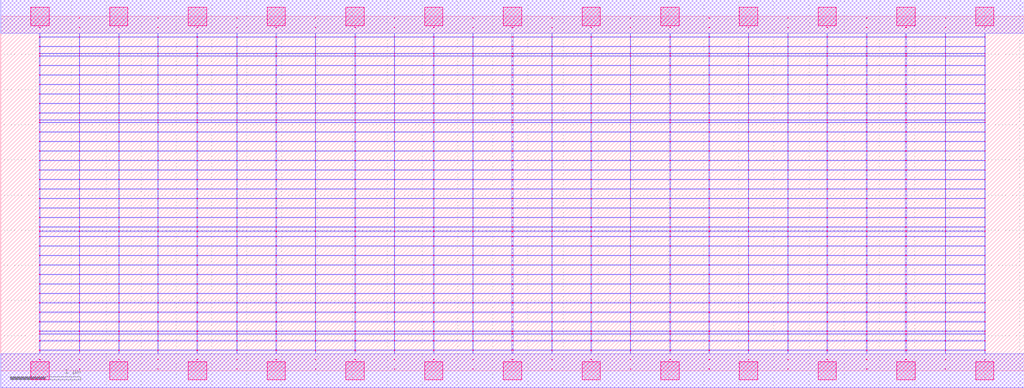
<source format=lef>
MACRO OOAOOAI22131_DEBUG
 CLASS CORE ;
 FOREIGN OOAOOAI22131_DEBUG 0 0 ;
 SIZE 14.56 BY 5.04 ;
 ORIGIN 0 0 ;
 SYMMETRY X Y R90 ;
 SITE unit ;

 OBS
    LAYER polycont ;
     RECT 7.27100000 2.58300000 7.28900000 2.59100000 ;
     RECT 7.27100000 2.71800000 7.28900000 2.72600000 ;
     RECT 7.27100000 2.85300000 7.28900000 2.86100000 ;
     RECT 7.27100000 2.98800000 7.28900000 2.99600000 ;
     RECT 9.51600000 2.58300000 9.52900000 2.59100000 ;
     RECT 10.07600000 2.58300000 10.08400000 2.59100000 ;
     RECT 10.63100000 2.58300000 10.64400000 2.59100000 ;
     RECT 11.19600000 2.58300000 11.20400000 2.59100000 ;
     RECT 11.75100000 2.58300000 11.76900000 2.59100000 ;
     RECT 12.31600000 2.58300000 12.32400000 2.59100000 ;
     RECT 12.87100000 2.58300000 12.88900000 2.59100000 ;
     RECT 13.43600000 2.58300000 13.44400000 2.59100000 ;
     RECT 13.99600000 2.58300000 14.00900000 2.59100000 ;
     RECT 7.83600000 2.58300000 7.84400000 2.59100000 ;
     RECT 7.83600000 2.71800000 7.84400000 2.72600000 ;
     RECT 8.39100000 2.71800000 8.40900000 2.72600000 ;
     RECT 8.95600000 2.71800000 8.96400000 2.72600000 ;
     RECT 9.51600000 2.71800000 9.52900000 2.72600000 ;
     RECT 10.07600000 2.71800000 10.08400000 2.72600000 ;
     RECT 10.63100000 2.71800000 10.64400000 2.72600000 ;
     RECT 11.19600000 2.71800000 11.20400000 2.72600000 ;
     RECT 11.75100000 2.71800000 11.76900000 2.72600000 ;
     RECT 12.31600000 2.71800000 12.32400000 2.72600000 ;
     RECT 12.87100000 2.71800000 12.88900000 2.72600000 ;
     RECT 13.43600000 2.71800000 13.44400000 2.72600000 ;
     RECT 13.99600000 2.71800000 14.00900000 2.72600000 ;
     RECT 8.39100000 2.58300000 8.40900000 2.59100000 ;
     RECT 7.83600000 2.85300000 7.84400000 2.86100000 ;
     RECT 8.39100000 2.85300000 8.40900000 2.86100000 ;
     RECT 8.95600000 2.85300000 8.96400000 2.86100000 ;
     RECT 9.51600000 2.85300000 9.52900000 2.86100000 ;
     RECT 10.07600000 2.85300000 10.08400000 2.86100000 ;
     RECT 10.63100000 2.85300000 10.64400000 2.86100000 ;
     RECT 11.19600000 2.85300000 11.20400000 2.86100000 ;
     RECT 11.75100000 2.85300000 11.76900000 2.86100000 ;
     RECT 12.31600000 2.85300000 12.32400000 2.86100000 ;
     RECT 12.87100000 2.85300000 12.88900000 2.86100000 ;
     RECT 13.43600000 2.85300000 13.44400000 2.86100000 ;
     RECT 13.99600000 2.85300000 14.00900000 2.86100000 ;
     RECT 8.95600000 2.58300000 8.96400000 2.59100000 ;
     RECT 7.83600000 2.98800000 7.84400000 2.99600000 ;
     RECT 8.39100000 2.98800000 8.40900000 2.99600000 ;
     RECT 8.95600000 2.98800000 8.96400000 2.99600000 ;
     RECT 9.51600000 2.98800000 9.52900000 2.99600000 ;
     RECT 10.07600000 2.98800000 10.08400000 2.99600000 ;
     RECT 10.63100000 2.98800000 10.64400000 2.99600000 ;
     RECT 11.19600000 2.98800000 11.20400000 2.99600000 ;
     RECT 11.75100000 2.98800000 11.76900000 2.99600000 ;
     RECT 12.31600000 2.98800000 12.32400000 2.99600000 ;
     RECT 12.87100000 2.98800000 12.88900000 2.99600000 ;
     RECT 13.43600000 2.98800000 13.44400000 2.99600000 ;
     RECT 13.99600000 2.98800000 14.00900000 2.99600000 ;
     RECT 10.07600000 3.12300000 10.08400000 3.13100000 ;
     RECT 10.07600000 3.25800000 10.08400000 3.26600000 ;
     RECT 10.07600000 3.39300000 10.08400000 3.40100000 ;
     RECT 10.07600000 3.52800000 10.08400000 3.53600000 ;
     RECT 10.07600000 3.56100000 10.08400000 3.56900000 ;
     RECT 10.07600000 3.66300000 10.08400000 3.67100000 ;
     RECT 10.07600000 3.79800000 10.08400000 3.80600000 ;
     RECT 10.07600000 3.93300000 10.08400000 3.94100000 ;
     RECT 10.07600000 4.06800000 10.08400000 4.07600000 ;
     RECT 10.07600000 4.20300000 10.08400000 4.21100000 ;
     RECT 10.07600000 4.33800000 10.08400000 4.34600000 ;
     RECT 10.07600000 4.47300000 10.08400000 4.48100000 ;
     RECT 10.07600000 4.51100000 10.08400000 4.51900000 ;
     RECT 10.07600000 4.60800000 10.08400000 4.61600000 ;
     RECT 10.07600000 4.74300000 10.08400000 4.75100000 ;
     RECT 10.07600000 4.87800000 10.08400000 4.88600000 ;
     RECT 4.47600000 2.71800000 4.48400000 2.72600000 ;
     RECT 5.03600000 2.71800000 5.04900000 2.72600000 ;
     RECT 5.59600000 2.71800000 5.60400000 2.72600000 ;
     RECT 6.15100000 2.71800000 6.16400000 2.72600000 ;
     RECT 6.71600000 2.71800000 6.72400000 2.72600000 ;
     RECT 1.11600000 2.58300000 1.12400000 2.59100000 ;
     RECT 1.67600000 2.58300000 1.68900000 2.59100000 ;
     RECT 0.55100000 2.98800000 0.56400000 2.99600000 ;
     RECT 1.11600000 2.98800000 1.12400000 2.99600000 ;
     RECT 1.67600000 2.98800000 1.68900000 2.99600000 ;
     RECT 2.23600000 2.98800000 2.24400000 2.99600000 ;
     RECT 2.79100000 2.98800000 2.80400000 2.99600000 ;
     RECT 3.35600000 2.98800000 3.36400000 2.99600000 ;
     RECT 3.91100000 2.98800000 3.92900000 2.99600000 ;
     RECT 4.47600000 2.98800000 4.48400000 2.99600000 ;
     RECT 5.03600000 2.98800000 5.04900000 2.99600000 ;
     RECT 5.59600000 2.98800000 5.60400000 2.99600000 ;
     RECT 6.15100000 2.98800000 6.16400000 2.99600000 ;
     RECT 6.71600000 2.98800000 6.72400000 2.99600000 ;
     RECT 2.23600000 2.58300000 2.24400000 2.59100000 ;
     RECT 2.79100000 2.58300000 2.80400000 2.59100000 ;
     RECT 3.35600000 2.58300000 3.36400000 2.59100000 ;
     RECT 3.91100000 2.58300000 3.92900000 2.59100000 ;
     RECT 4.47600000 2.58300000 4.48400000 2.59100000 ;
     RECT 5.03600000 2.58300000 5.04900000 2.59100000 ;
     RECT 5.59600000 2.58300000 5.60400000 2.59100000 ;
     RECT 6.15100000 2.58300000 6.16400000 2.59100000 ;
     RECT 6.71600000 2.58300000 6.72400000 2.59100000 ;
     RECT 0.55100000 2.58300000 0.56400000 2.59100000 ;
     RECT 0.55100000 2.71800000 0.56400000 2.72600000 ;
     RECT 0.55100000 2.85300000 0.56400000 2.86100000 ;
     RECT 1.11600000 2.85300000 1.12400000 2.86100000 ;
     RECT 2.23600000 3.12300000 2.24400000 3.13100000 ;
     RECT 5.59600000 3.12300000 5.60400000 3.13100000 ;
     RECT 1.67600000 2.85300000 1.68900000 2.86100000 ;
     RECT 2.23600000 3.25800000 2.24400000 3.26600000 ;
     RECT 5.59600000 3.25800000 5.60400000 3.26600000 ;
     RECT 2.23600000 2.85300000 2.24400000 2.86100000 ;
     RECT 2.23600000 3.39300000 2.24400000 3.40100000 ;
     RECT 5.59600000 3.39300000 5.60400000 3.40100000 ;
     RECT 2.79100000 2.85300000 2.80400000 2.86100000 ;
     RECT 2.23600000 3.52800000 2.24400000 3.53600000 ;
     RECT 5.59600000 3.52800000 5.60400000 3.53600000 ;
     RECT 3.35600000 2.85300000 3.36400000 2.86100000 ;
     RECT 2.23600000 3.56100000 2.24400000 3.56900000 ;
     RECT 5.59600000 3.56100000 5.60400000 3.56900000 ;
     RECT 3.91100000 2.85300000 3.92900000 2.86100000 ;
     RECT 2.23600000 3.66300000 2.24400000 3.67100000 ;
     RECT 5.59600000 3.66300000 5.60400000 3.67100000 ;
     RECT 4.47600000 2.85300000 4.48400000 2.86100000 ;
     RECT 2.23600000 3.79800000 2.24400000 3.80600000 ;
     RECT 5.59600000 3.79800000 5.60400000 3.80600000 ;
     RECT 5.03600000 2.85300000 5.04900000 2.86100000 ;
     RECT 2.23600000 3.93300000 2.24400000 3.94100000 ;
     RECT 5.59600000 3.93300000 5.60400000 3.94100000 ;
     RECT 5.59600000 2.85300000 5.60400000 2.86100000 ;
     RECT 2.23600000 4.06800000 2.24400000 4.07600000 ;
     RECT 5.59600000 4.06800000 5.60400000 4.07600000 ;
     RECT 6.15100000 2.85300000 6.16400000 2.86100000 ;
     RECT 2.23600000 4.20300000 2.24400000 4.21100000 ;
     RECT 5.59600000 4.20300000 5.60400000 4.21100000 ;
     RECT 6.71600000 2.85300000 6.72400000 2.86100000 ;
     RECT 2.23600000 4.33800000 2.24400000 4.34600000 ;
     RECT 5.59600000 4.33800000 5.60400000 4.34600000 ;
     RECT 1.11600000 2.71800000 1.12400000 2.72600000 ;
     RECT 2.23600000 4.47300000 2.24400000 4.48100000 ;
     RECT 5.59600000 4.47300000 5.60400000 4.48100000 ;
     RECT 1.67600000 2.71800000 1.68900000 2.72600000 ;
     RECT 2.23600000 4.51100000 2.24400000 4.51900000 ;
     RECT 5.59600000 4.51100000 5.60400000 4.51900000 ;
     RECT 2.23600000 2.71800000 2.24400000 2.72600000 ;
     RECT 2.23600000 4.60800000 2.24400000 4.61600000 ;
     RECT 5.59600000 4.60800000 5.60400000 4.61600000 ;
     RECT 2.79100000 2.71800000 2.80400000 2.72600000 ;
     RECT 2.23600000 4.74300000 2.24400000 4.75100000 ;
     RECT 5.59600000 4.74300000 5.60400000 4.75100000 ;
     RECT 3.35600000 2.71800000 3.36400000 2.72600000 ;
     RECT 2.23600000 4.87800000 2.24400000 4.88600000 ;
     RECT 5.59600000 4.87800000 5.60400000 4.88600000 ;
     RECT 3.91100000 2.71800000 3.92900000 2.72600000 ;
     RECT 11.19600000 1.36800000 11.20400000 1.37600000 ;
     RECT 11.75100000 1.36800000 11.76900000 1.37600000 ;
     RECT 12.31600000 1.36800000 12.32400000 1.37600000 ;
     RECT 12.87100000 1.36800000 12.88900000 1.37600000 ;
     RECT 13.43600000 1.36800000 13.44400000 1.37600000 ;
     RECT 13.99600000 1.36800000 14.00900000 1.37600000 ;
     RECT 11.19600000 1.50300000 11.20400000 1.51100000 ;
     RECT 11.75100000 1.50300000 11.76900000 1.51100000 ;
     RECT 12.31600000 1.50300000 12.32400000 1.51100000 ;
     RECT 12.87100000 1.50300000 12.88900000 1.51100000 ;
     RECT 13.43600000 1.50300000 13.44400000 1.51100000 ;
     RECT 13.99600000 1.50300000 14.00900000 1.51100000 ;
     RECT 11.19600000 1.63800000 11.20400000 1.64600000 ;
     RECT 11.75100000 1.63800000 11.76900000 1.64600000 ;
     RECT 12.31600000 1.63800000 12.32400000 1.64600000 ;
     RECT 12.87100000 1.63800000 12.88900000 1.64600000 ;
     RECT 13.43600000 1.63800000 13.44400000 1.64600000 ;
     RECT 13.99600000 1.63800000 14.00900000 1.64600000 ;
     RECT 11.19600000 1.77300000 11.20400000 1.78100000 ;
     RECT 11.75100000 1.77300000 11.76900000 1.78100000 ;
     RECT 12.31600000 1.77300000 12.32400000 1.78100000 ;
     RECT 12.87100000 1.77300000 12.88900000 1.78100000 ;
     RECT 13.43600000 1.77300000 13.44400000 1.78100000 ;
     RECT 13.99600000 1.77300000 14.00900000 1.78100000 ;
     RECT 11.19600000 1.90800000 11.20400000 1.91600000 ;
     RECT 11.75100000 1.90800000 11.76900000 1.91600000 ;
     RECT 12.31600000 1.90800000 12.32400000 1.91600000 ;
     RECT 12.87100000 1.90800000 12.88900000 1.91600000 ;
     RECT 13.43600000 1.90800000 13.44400000 1.91600000 ;
     RECT 13.99600000 1.90800000 14.00900000 1.91600000 ;
     RECT 11.19600000 1.98100000 11.20400000 1.98900000 ;
     RECT 11.75100000 1.98100000 11.76900000 1.98900000 ;
     RECT 12.31600000 1.98100000 12.32400000 1.98900000 ;
     RECT 12.87100000 1.98100000 12.88900000 1.98900000 ;
     RECT 13.43600000 1.98100000 13.44400000 1.98900000 ;
     RECT 13.99600000 1.98100000 14.00900000 1.98900000 ;
     RECT 11.19600000 2.04300000 11.20400000 2.05100000 ;
     RECT 11.75100000 2.04300000 11.76900000 2.05100000 ;
     RECT 12.31600000 2.04300000 12.32400000 2.05100000 ;
     RECT 12.87100000 2.04300000 12.88900000 2.05100000 ;
     RECT 13.43600000 2.04300000 13.44400000 2.05100000 ;
     RECT 13.99600000 2.04300000 14.00900000 2.05100000 ;
     RECT 11.19600000 2.17800000 11.20400000 2.18600000 ;
     RECT 11.75100000 2.17800000 11.76900000 2.18600000 ;
     RECT 12.31600000 2.17800000 12.32400000 2.18600000 ;
     RECT 12.87100000 2.17800000 12.88900000 2.18600000 ;
     RECT 13.43600000 2.17800000 13.44400000 2.18600000 ;
     RECT 13.99600000 2.17800000 14.00900000 2.18600000 ;
     RECT 11.19600000 2.31300000 11.20400000 2.32100000 ;
     RECT 11.75100000 2.31300000 11.76900000 2.32100000 ;
     RECT 12.31600000 2.31300000 12.32400000 2.32100000 ;
     RECT 12.87100000 2.31300000 12.88900000 2.32100000 ;
     RECT 13.43600000 2.31300000 13.44400000 2.32100000 ;
     RECT 13.99600000 2.31300000 14.00900000 2.32100000 ;
     RECT 11.19600000 2.44800000 11.20400000 2.45600000 ;
     RECT 11.75100000 2.44800000 11.76900000 2.45600000 ;
     RECT 12.31600000 2.44800000 12.32400000 2.45600000 ;
     RECT 12.87100000 2.44800000 12.88900000 2.45600000 ;
     RECT 13.43600000 2.44800000 13.44400000 2.45600000 ;
     RECT 13.99600000 2.44800000 14.00900000 2.45600000 ;
     RECT 12.31600000 1.23300000 12.32400000 1.24100000 ;
     RECT 12.87100000 1.23300000 12.88900000 1.24100000 ;
     RECT 13.43600000 1.23300000 13.44400000 1.24100000 ;
     RECT 13.99600000 1.23300000 14.00900000 1.24100000 ;
     RECT 13.43600000 0.55800000 13.44400000 0.56600000 ;
     RECT 13.99600000 0.55800000 14.00900000 0.56600000 ;
     RECT 11.19600000 0.69300000 11.20400000 0.70100000 ;
     RECT 11.75100000 0.69300000 11.76900000 0.70100000 ;
     RECT 12.31600000 0.69300000 12.32400000 0.70100000 ;
     RECT 12.87100000 0.69300000 12.88900000 0.70100000 ;
     RECT 13.43600000 0.69300000 13.44400000 0.70100000 ;
     RECT 13.99600000 0.69300000 14.00900000 0.70100000 ;
     RECT 11.19600000 0.82800000 11.20400000 0.83600000 ;
     RECT 11.75100000 0.82800000 11.76900000 0.83600000 ;
     RECT 12.31600000 0.82800000 12.32400000 0.83600000 ;
     RECT 12.87100000 0.82800000 12.88900000 0.83600000 ;
     RECT 13.43600000 0.82800000 13.44400000 0.83600000 ;
     RECT 13.99600000 0.82800000 14.00900000 0.83600000 ;
     RECT 11.19600000 0.96300000 11.20400000 0.97100000 ;
     RECT 11.75100000 0.96300000 11.76900000 0.97100000 ;
     RECT 12.31600000 0.96300000 12.32400000 0.97100000 ;
     RECT 12.87100000 0.96300000 12.88900000 0.97100000 ;
     RECT 13.43600000 0.96300000 13.44400000 0.97100000 ;
     RECT 13.99600000 0.96300000 14.00900000 0.97100000 ;
     RECT 11.19600000 1.09800000 11.20400000 1.10600000 ;
     RECT 11.75100000 1.09800000 11.76900000 1.10600000 ;
     RECT 12.31600000 1.09800000 12.32400000 1.10600000 ;
     RECT 12.87100000 1.09800000 12.88900000 1.10600000 ;
     RECT 13.43600000 1.09800000 13.44400000 1.10600000 ;
     RECT 13.99600000 1.09800000 14.00900000 1.10600000 ;
     RECT 11.19600000 1.23300000 11.20400000 1.24100000 ;
     RECT 11.75100000 1.23300000 11.76900000 1.24100000 ;
     RECT 11.19600000 0.15300000 11.20400000 0.16100000 ;
     RECT 11.75100000 0.15300000 11.76900000 0.16100000 ;
     RECT 12.31600000 0.15300000 12.32400000 0.16100000 ;
     RECT 12.87100000 0.15300000 12.88900000 0.16100000 ;
     RECT 13.43600000 0.15300000 13.44400000 0.16100000 ;
     RECT 13.99600000 0.15300000 14.00900000 0.16100000 ;
     RECT 11.19600000 0.28800000 11.20400000 0.29600000 ;
     RECT 11.75100000 0.28800000 11.76900000 0.29600000 ;
     RECT 12.31600000 0.28800000 12.32400000 0.29600000 ;
     RECT 12.87100000 0.28800000 12.88900000 0.29600000 ;
     RECT 13.43600000 0.28800000 13.44400000 0.29600000 ;
     RECT 13.99600000 0.28800000 14.00900000 0.29600000 ;
     RECT 11.19600000 0.42300000 11.20400000 0.43100000 ;
     RECT 11.75100000 0.42300000 11.76900000 0.43100000 ;
     RECT 12.31600000 0.42300000 12.32400000 0.43100000 ;
     RECT 12.87100000 0.42300000 12.88900000 0.43100000 ;
     RECT 13.43600000 0.42300000 13.44400000 0.43100000 ;
     RECT 13.99600000 0.42300000 14.00900000 0.43100000 ;
     RECT 11.19600000 0.52100000 11.20400000 0.52900000 ;
     RECT 11.75100000 0.52100000 11.76900000 0.52900000 ;
     RECT 12.31600000 0.52100000 12.32400000 0.52900000 ;
     RECT 12.87100000 0.52100000 12.88900000 0.52900000 ;
     RECT 13.43600000 0.52100000 13.44400000 0.52900000 ;
     RECT 13.99600000 0.52100000 14.00900000 0.52900000 ;
     RECT 11.19600000 0.55800000 11.20400000 0.56600000 ;
     RECT 11.75100000 0.55800000 11.76900000 0.56600000 ;
     RECT 12.31600000 0.55800000 12.32400000 0.56600000 ;
     RECT 12.87100000 0.55800000 12.88900000 0.56600000 ;

    LAYER pdiffc ;
     RECT 0.55100000 3.39300000 0.55900000 3.40100000 ;
     RECT 1.68100000 3.39300000 1.68900000 3.40100000 ;
     RECT 2.79100000 3.39300000 2.79900000 3.40100000 ;
     RECT 5.04100000 3.39300000 5.04900000 3.40100000 ;
     RECT 6.15100000 3.39300000 6.15900000 3.40100000 ;
     RECT 9.52100000 3.39300000 9.52900000 3.40100000 ;
     RECT 10.63100000 3.39300000 10.63900000 3.40100000 ;
     RECT 14.00100000 3.39300000 14.00900000 3.40100000 ;
     RECT 0.55100000 3.52800000 0.55900000 3.53600000 ;
     RECT 1.68100000 3.52800000 1.68900000 3.53600000 ;
     RECT 2.79100000 3.52800000 2.79900000 3.53600000 ;
     RECT 5.04100000 3.52800000 5.04900000 3.53600000 ;
     RECT 6.15100000 3.52800000 6.15900000 3.53600000 ;
     RECT 9.52100000 3.52800000 9.52900000 3.53600000 ;
     RECT 10.63100000 3.52800000 10.63900000 3.53600000 ;
     RECT 14.00100000 3.52800000 14.00900000 3.53600000 ;
     RECT 0.55100000 3.56100000 0.55900000 3.56900000 ;
     RECT 1.68100000 3.56100000 1.68900000 3.56900000 ;
     RECT 2.79100000 3.56100000 2.79900000 3.56900000 ;
     RECT 5.04100000 3.56100000 5.04900000 3.56900000 ;
     RECT 6.15100000 3.56100000 6.15900000 3.56900000 ;
     RECT 9.52100000 3.56100000 9.52900000 3.56900000 ;
     RECT 10.63100000 3.56100000 10.63900000 3.56900000 ;
     RECT 14.00100000 3.56100000 14.00900000 3.56900000 ;
     RECT 0.55100000 3.66300000 0.55900000 3.67100000 ;
     RECT 1.68100000 3.66300000 1.68900000 3.67100000 ;
     RECT 2.79100000 3.66300000 2.79900000 3.67100000 ;
     RECT 5.04100000 3.66300000 5.04900000 3.67100000 ;
     RECT 6.15100000 3.66300000 6.15900000 3.67100000 ;
     RECT 9.52100000 3.66300000 9.52900000 3.67100000 ;
     RECT 10.63100000 3.66300000 10.63900000 3.67100000 ;
     RECT 14.00100000 3.66300000 14.00900000 3.67100000 ;
     RECT 0.55100000 3.79800000 0.55900000 3.80600000 ;
     RECT 1.68100000 3.79800000 1.68900000 3.80600000 ;
     RECT 2.79100000 3.79800000 2.79900000 3.80600000 ;
     RECT 5.04100000 3.79800000 5.04900000 3.80600000 ;
     RECT 6.15100000 3.79800000 6.15900000 3.80600000 ;
     RECT 9.52100000 3.79800000 9.52900000 3.80600000 ;
     RECT 10.63100000 3.79800000 10.63900000 3.80600000 ;
     RECT 14.00100000 3.79800000 14.00900000 3.80600000 ;
     RECT 0.55100000 3.93300000 0.55900000 3.94100000 ;
     RECT 1.68100000 3.93300000 1.68900000 3.94100000 ;
     RECT 2.79100000 3.93300000 2.79900000 3.94100000 ;
     RECT 5.04100000 3.93300000 5.04900000 3.94100000 ;
     RECT 6.15100000 3.93300000 6.15900000 3.94100000 ;
     RECT 9.52100000 3.93300000 9.52900000 3.94100000 ;
     RECT 10.63100000 3.93300000 10.63900000 3.94100000 ;
     RECT 14.00100000 3.93300000 14.00900000 3.94100000 ;
     RECT 0.55100000 4.06800000 0.55900000 4.07600000 ;
     RECT 1.68100000 4.06800000 1.68900000 4.07600000 ;
     RECT 2.79100000 4.06800000 2.79900000 4.07600000 ;
     RECT 5.04100000 4.06800000 5.04900000 4.07600000 ;
     RECT 6.15100000 4.06800000 6.15900000 4.07600000 ;
     RECT 9.52100000 4.06800000 9.52900000 4.07600000 ;
     RECT 10.63100000 4.06800000 10.63900000 4.07600000 ;
     RECT 14.00100000 4.06800000 14.00900000 4.07600000 ;
     RECT 0.55100000 4.20300000 0.55900000 4.21100000 ;
     RECT 1.68100000 4.20300000 1.68900000 4.21100000 ;
     RECT 2.79100000 4.20300000 2.79900000 4.21100000 ;
     RECT 5.04100000 4.20300000 5.04900000 4.21100000 ;
     RECT 6.15100000 4.20300000 6.15900000 4.21100000 ;
     RECT 9.52100000 4.20300000 9.52900000 4.21100000 ;
     RECT 10.63100000 4.20300000 10.63900000 4.21100000 ;
     RECT 14.00100000 4.20300000 14.00900000 4.21100000 ;
     RECT 0.55100000 4.33800000 0.55900000 4.34600000 ;
     RECT 1.68100000 4.33800000 1.68900000 4.34600000 ;
     RECT 2.79100000 4.33800000 2.79900000 4.34600000 ;
     RECT 5.04100000 4.33800000 5.04900000 4.34600000 ;
     RECT 6.15100000 4.33800000 6.15900000 4.34600000 ;
     RECT 9.52100000 4.33800000 9.52900000 4.34600000 ;
     RECT 10.63100000 4.33800000 10.63900000 4.34600000 ;
     RECT 14.00100000 4.33800000 14.00900000 4.34600000 ;
     RECT 0.55100000 4.47300000 0.55900000 4.48100000 ;
     RECT 1.68100000 4.47300000 1.68900000 4.48100000 ;
     RECT 2.79100000 4.47300000 2.79900000 4.48100000 ;
     RECT 5.04100000 4.47300000 5.04900000 4.48100000 ;
     RECT 6.15100000 4.47300000 6.15900000 4.48100000 ;
     RECT 9.52100000 4.47300000 9.52900000 4.48100000 ;
     RECT 10.63100000 4.47300000 10.63900000 4.48100000 ;
     RECT 14.00100000 4.47300000 14.00900000 4.48100000 ;
     RECT 0.55100000 4.51100000 0.55900000 4.51900000 ;
     RECT 1.68100000 4.51100000 1.68900000 4.51900000 ;
     RECT 2.79100000 4.51100000 2.79900000 4.51900000 ;
     RECT 5.04100000 4.51100000 5.04900000 4.51900000 ;
     RECT 6.15100000 4.51100000 6.15900000 4.51900000 ;
     RECT 9.52100000 4.51100000 9.52900000 4.51900000 ;
     RECT 10.63100000 4.51100000 10.63900000 4.51900000 ;
     RECT 14.00100000 4.51100000 14.00900000 4.51900000 ;
     RECT 0.55100000 4.60800000 0.55900000 4.61600000 ;
     RECT 1.68100000 4.60800000 1.68900000 4.61600000 ;
     RECT 2.79100000 4.60800000 2.79900000 4.61600000 ;
     RECT 5.04100000 4.60800000 5.04900000 4.61600000 ;
     RECT 6.15100000 4.60800000 6.15900000 4.61600000 ;
     RECT 9.52100000 4.60800000 9.52900000 4.61600000 ;
     RECT 10.63100000 4.60800000 10.63900000 4.61600000 ;
     RECT 14.00100000 4.60800000 14.00900000 4.61600000 ;

    LAYER ndiffc ;
     RECT 6.15100000 0.42300000 6.16400000 0.43100000 ;
     RECT 7.27100000 0.42300000 7.28900000 0.43100000 ;
     RECT 8.39100000 0.42300000 8.40900000 0.43100000 ;
     RECT 9.51600000 0.42300000 9.52900000 0.43100000 ;
     RECT 10.63100000 0.42300000 10.64400000 0.43100000 ;
     RECT 6.15100000 0.52100000 6.16400000 0.52900000 ;
     RECT 7.27100000 0.52100000 7.28900000 0.52900000 ;
     RECT 8.39100000 0.52100000 8.40900000 0.52900000 ;
     RECT 9.51600000 0.52100000 9.52900000 0.52900000 ;
     RECT 10.63100000 0.52100000 10.64400000 0.52900000 ;
     RECT 6.15100000 0.55800000 6.16400000 0.56600000 ;
     RECT 7.27100000 0.55800000 7.28900000 0.56600000 ;
     RECT 8.39100000 0.55800000 8.40900000 0.56600000 ;
     RECT 9.51600000 0.55800000 9.52900000 0.56600000 ;
     RECT 10.63100000 0.55800000 10.64400000 0.56600000 ;
     RECT 6.15100000 0.69300000 6.16400000 0.70100000 ;
     RECT 7.27100000 0.69300000 7.28900000 0.70100000 ;
     RECT 8.39100000 0.69300000 8.40900000 0.70100000 ;
     RECT 9.51600000 0.69300000 9.52900000 0.70100000 ;
     RECT 10.63100000 0.69300000 10.64400000 0.70100000 ;
     RECT 6.15100000 0.82800000 6.16400000 0.83600000 ;
     RECT 7.27100000 0.82800000 7.28900000 0.83600000 ;
     RECT 8.39100000 0.82800000 8.40900000 0.83600000 ;
     RECT 9.51600000 0.82800000 9.52900000 0.83600000 ;
     RECT 10.63100000 0.82800000 10.64400000 0.83600000 ;
     RECT 6.15100000 0.96300000 6.16400000 0.97100000 ;
     RECT 7.27100000 0.96300000 7.28900000 0.97100000 ;
     RECT 8.39100000 0.96300000 8.40900000 0.97100000 ;
     RECT 9.51600000 0.96300000 9.52900000 0.97100000 ;
     RECT 10.63100000 0.96300000 10.64400000 0.97100000 ;
     RECT 6.15100000 1.09800000 6.16400000 1.10600000 ;
     RECT 7.27100000 1.09800000 7.28900000 1.10600000 ;
     RECT 8.39100000 1.09800000 8.40900000 1.10600000 ;
     RECT 9.51600000 1.09800000 9.52900000 1.10600000 ;
     RECT 10.63100000 1.09800000 10.64400000 1.10600000 ;
     RECT 6.15100000 1.23300000 6.16400000 1.24100000 ;
     RECT 7.27100000 1.23300000 7.28900000 1.24100000 ;
     RECT 8.39100000 1.23300000 8.40900000 1.24100000 ;
     RECT 9.51600000 1.23300000 9.52900000 1.24100000 ;
     RECT 10.63100000 1.23300000 10.64400000 1.24100000 ;
     RECT 6.15100000 1.36800000 6.16400000 1.37600000 ;
     RECT 7.27100000 1.36800000 7.28900000 1.37600000 ;
     RECT 8.39100000 1.36800000 8.40900000 1.37600000 ;
     RECT 9.51600000 1.36800000 9.52900000 1.37600000 ;
     RECT 10.63100000 1.36800000 10.64400000 1.37600000 ;
     RECT 6.15100000 1.50300000 6.16400000 1.51100000 ;
     RECT 7.27100000 1.50300000 7.28900000 1.51100000 ;
     RECT 8.39100000 1.50300000 8.40900000 1.51100000 ;
     RECT 9.51600000 1.50300000 9.52900000 1.51100000 ;
     RECT 10.63100000 1.50300000 10.64400000 1.51100000 ;
     RECT 6.15100000 1.63800000 6.16400000 1.64600000 ;
     RECT 7.27100000 1.63800000 7.28900000 1.64600000 ;
     RECT 8.39100000 1.63800000 8.40900000 1.64600000 ;
     RECT 9.51600000 1.63800000 9.52900000 1.64600000 ;
     RECT 10.63100000 1.63800000 10.64400000 1.64600000 ;
     RECT 6.15100000 1.77300000 6.16400000 1.78100000 ;
     RECT 7.27100000 1.77300000 7.28900000 1.78100000 ;
     RECT 8.39100000 1.77300000 8.40900000 1.78100000 ;
     RECT 9.51600000 1.77300000 9.52900000 1.78100000 ;
     RECT 10.63100000 1.77300000 10.64400000 1.78100000 ;
     RECT 6.15100000 1.90800000 6.16400000 1.91600000 ;
     RECT 7.27100000 1.90800000 7.28900000 1.91600000 ;
     RECT 8.39100000 1.90800000 8.40900000 1.91600000 ;
     RECT 9.51600000 1.90800000 9.52900000 1.91600000 ;
     RECT 10.63100000 1.90800000 10.64400000 1.91600000 ;
     RECT 6.15100000 1.98100000 6.16400000 1.98900000 ;
     RECT 7.27100000 1.98100000 7.28900000 1.98900000 ;
     RECT 8.39100000 1.98100000 8.40900000 1.98900000 ;
     RECT 9.51600000 1.98100000 9.52900000 1.98900000 ;
     RECT 10.63100000 1.98100000 10.64400000 1.98900000 ;
     RECT 6.15100000 2.04300000 6.16400000 2.05100000 ;
     RECT 7.27100000 2.04300000 7.28900000 2.05100000 ;
     RECT 8.39100000 2.04300000 8.40900000 2.05100000 ;
     RECT 9.51600000 2.04300000 9.52900000 2.05100000 ;
     RECT 10.63100000 2.04300000 10.64400000 2.05100000 ;
     RECT 0.55100000 0.42300000 0.56400000 0.43100000 ;
     RECT 1.67600000 0.42300000 1.68900000 0.43100000 ;
     RECT 2.79100000 0.42300000 2.80400000 0.43100000 ;
     RECT 3.91100000 0.42300000 3.92900000 0.43100000 ;
     RECT 5.03600000 0.42300000 5.04900000 0.43100000 ;
     RECT 0.55100000 1.36800000 0.56400000 1.37600000 ;
     RECT 1.67600000 1.36800000 1.68900000 1.37600000 ;
     RECT 2.79100000 1.36800000 2.80400000 1.37600000 ;
     RECT 3.91100000 1.36800000 3.92900000 1.37600000 ;
     RECT 5.03600000 1.36800000 5.04900000 1.37600000 ;
     RECT 0.55100000 0.82800000 0.56400000 0.83600000 ;
     RECT 1.67600000 0.82800000 1.68900000 0.83600000 ;
     RECT 2.79100000 0.82800000 2.80400000 0.83600000 ;
     RECT 3.91100000 0.82800000 3.92900000 0.83600000 ;
     RECT 5.03600000 0.82800000 5.04900000 0.83600000 ;
     RECT 0.55100000 1.50300000 0.56400000 1.51100000 ;
     RECT 1.67600000 1.50300000 1.68900000 1.51100000 ;
     RECT 2.79100000 1.50300000 2.80400000 1.51100000 ;
     RECT 3.91100000 1.50300000 3.92900000 1.51100000 ;
     RECT 5.03600000 1.50300000 5.04900000 1.51100000 ;
     RECT 0.55100000 0.55800000 0.56400000 0.56600000 ;
     RECT 1.67600000 0.55800000 1.68900000 0.56600000 ;
     RECT 2.79100000 0.55800000 2.80400000 0.56600000 ;
     RECT 3.91100000 0.55800000 3.92900000 0.56600000 ;
     RECT 5.03600000 0.55800000 5.04900000 0.56600000 ;
     RECT 0.55100000 1.63800000 0.56400000 1.64600000 ;
     RECT 1.67600000 1.63800000 1.68900000 1.64600000 ;
     RECT 2.79100000 1.63800000 2.80400000 1.64600000 ;
     RECT 3.91100000 1.63800000 3.92900000 1.64600000 ;
     RECT 5.03600000 1.63800000 5.04900000 1.64600000 ;
     RECT 0.55100000 0.96300000 0.56400000 0.97100000 ;
     RECT 1.67600000 0.96300000 1.68900000 0.97100000 ;
     RECT 2.79100000 0.96300000 2.80400000 0.97100000 ;
     RECT 3.91100000 0.96300000 3.92900000 0.97100000 ;
     RECT 5.03600000 0.96300000 5.04900000 0.97100000 ;
     RECT 0.55100000 1.77300000 0.56400000 1.78100000 ;
     RECT 1.67600000 1.77300000 1.68900000 1.78100000 ;
     RECT 2.79100000 1.77300000 2.80400000 1.78100000 ;
     RECT 3.91100000 1.77300000 3.92900000 1.78100000 ;
     RECT 5.03600000 1.77300000 5.04900000 1.78100000 ;
     RECT 0.55100000 0.52100000 0.56400000 0.52900000 ;
     RECT 1.67600000 0.52100000 1.68900000 0.52900000 ;
     RECT 2.79100000 0.52100000 2.80400000 0.52900000 ;
     RECT 3.91100000 0.52100000 3.92900000 0.52900000 ;
     RECT 5.03600000 0.52100000 5.04900000 0.52900000 ;
     RECT 0.55100000 1.90800000 0.56400000 1.91600000 ;
     RECT 1.67600000 1.90800000 1.68900000 1.91600000 ;
     RECT 2.79100000 1.90800000 2.80400000 1.91600000 ;
     RECT 3.91100000 1.90800000 3.92900000 1.91600000 ;
     RECT 5.03600000 1.90800000 5.04900000 1.91600000 ;
     RECT 0.55100000 1.09800000 0.56400000 1.10600000 ;
     RECT 1.67600000 1.09800000 1.68900000 1.10600000 ;
     RECT 2.79100000 1.09800000 2.80400000 1.10600000 ;
     RECT 3.91100000 1.09800000 3.92900000 1.10600000 ;
     RECT 5.03600000 1.09800000 5.04900000 1.10600000 ;
     RECT 0.55100000 1.98100000 0.56400000 1.98900000 ;
     RECT 1.67600000 1.98100000 1.68900000 1.98900000 ;
     RECT 2.79100000 1.98100000 2.80400000 1.98900000 ;
     RECT 3.91100000 1.98100000 3.92900000 1.98900000 ;
     RECT 5.03600000 1.98100000 5.04900000 1.98900000 ;
     RECT 0.55100000 0.69300000 0.56400000 0.70100000 ;
     RECT 1.67600000 0.69300000 1.68900000 0.70100000 ;
     RECT 2.79100000 0.69300000 2.80400000 0.70100000 ;
     RECT 3.91100000 0.69300000 3.92900000 0.70100000 ;
     RECT 5.03600000 0.69300000 5.04900000 0.70100000 ;
     RECT 0.55100000 2.04300000 0.56400000 2.05100000 ;
     RECT 1.67600000 2.04300000 1.68900000 2.05100000 ;
     RECT 2.79100000 2.04300000 2.80400000 2.05100000 ;
     RECT 3.91100000 2.04300000 3.92900000 2.05100000 ;
     RECT 5.03600000 2.04300000 5.04900000 2.05100000 ;
     RECT 0.55100000 1.23300000 0.56400000 1.24100000 ;
     RECT 1.67600000 1.23300000 1.68900000 1.24100000 ;
     RECT 2.79100000 1.23300000 2.80400000 1.24100000 ;
     RECT 3.91100000 1.23300000 3.92900000 1.24100000 ;
     RECT 5.03600000 1.23300000 5.04900000 1.24100000 ;

    LAYER met1 ;
     RECT 0.00000000 -0.24000000 14.56000000 0.24000000 ;
     RECT 7.27100000 0.24000000 7.28900000 0.28800000 ;
     RECT 0.55100000 0.28800000 14.00900000 0.29600000 ;
     RECT 7.27100000 0.29600000 7.28900000 0.42300000 ;
     RECT 0.55100000 0.42300000 14.00900000 0.43100000 ;
     RECT 7.27100000 0.43100000 7.28900000 0.52100000 ;
     RECT 0.55100000 0.52100000 14.00900000 0.52900000 ;
     RECT 7.27100000 0.52900000 7.28900000 0.55800000 ;
     RECT 0.55100000 0.55800000 14.00900000 0.56600000 ;
     RECT 7.27100000 0.56600000 7.28900000 0.69300000 ;
     RECT 0.55100000 0.69300000 14.00900000 0.70100000 ;
     RECT 7.27100000 0.70100000 7.28900000 0.82800000 ;
     RECT 0.55100000 0.82800000 14.00900000 0.83600000 ;
     RECT 7.27100000 0.83600000 7.28900000 0.96300000 ;
     RECT 0.55100000 0.96300000 14.00900000 0.97100000 ;
     RECT 7.27100000 0.97100000 7.28900000 1.09800000 ;
     RECT 0.55100000 1.09800000 14.00900000 1.10600000 ;
     RECT 7.27100000 1.10600000 7.28900000 1.23300000 ;
     RECT 0.55100000 1.23300000 14.00900000 1.24100000 ;
     RECT 7.27100000 1.24100000 7.28900000 1.36800000 ;
     RECT 0.55100000 1.36800000 14.00900000 1.37600000 ;
     RECT 7.27100000 1.37600000 7.28900000 1.50300000 ;
     RECT 0.55100000 1.50300000 14.00900000 1.51100000 ;
     RECT 7.27100000 1.51100000 7.28900000 1.63800000 ;
     RECT 0.55100000 1.63800000 14.00900000 1.64600000 ;
     RECT 7.27100000 1.64600000 7.28900000 1.77300000 ;
     RECT 0.55100000 1.77300000 14.00900000 1.78100000 ;
     RECT 7.27100000 1.78100000 7.28900000 1.90800000 ;
     RECT 0.55100000 1.90800000 14.00900000 1.91600000 ;
     RECT 7.27100000 1.91600000 7.28900000 1.98100000 ;
     RECT 0.55100000 1.98100000 14.00900000 1.98900000 ;
     RECT 7.27100000 1.98900000 7.28900000 2.04300000 ;
     RECT 0.55100000 2.04300000 14.00900000 2.05100000 ;
     RECT 7.27100000 2.05100000 7.28900000 2.17800000 ;
     RECT 0.55100000 2.17800000 14.00900000 2.18600000 ;
     RECT 7.27100000 2.18600000 7.28900000 2.31300000 ;
     RECT 0.55100000 2.31300000 14.00900000 2.32100000 ;
     RECT 7.27100000 2.32100000 7.28900000 2.44800000 ;
     RECT 0.55100000 2.44800000 14.00900000 2.45600000 ;
     RECT 0.55100000 2.45600000 0.56400000 2.58300000 ;
     RECT 1.11600000 2.45600000 1.12400000 2.58300000 ;
     RECT 1.67600000 2.45600000 1.68900000 2.58300000 ;
     RECT 2.23600000 2.45600000 2.24400000 2.58300000 ;
     RECT 2.79100000 2.45600000 2.80400000 2.58300000 ;
     RECT 3.35600000 2.45600000 3.36400000 2.58300000 ;
     RECT 3.91100000 2.45600000 3.92900000 2.58300000 ;
     RECT 4.47600000 2.45600000 4.48400000 2.58300000 ;
     RECT 5.03600000 2.45600000 5.04900000 2.58300000 ;
     RECT 5.59600000 2.45600000 5.60400000 2.58300000 ;
     RECT 6.15100000 2.45600000 6.16400000 2.58300000 ;
     RECT 6.71600000 2.45600000 6.72400000 2.58300000 ;
     RECT 7.27100000 2.45600000 7.28900000 2.58300000 ;
     RECT 7.83600000 2.45600000 7.84400000 2.58300000 ;
     RECT 8.39100000 2.45600000 8.40900000 2.58300000 ;
     RECT 8.95600000 2.45600000 8.96400000 2.58300000 ;
     RECT 9.51600000 2.45600000 9.52900000 2.58300000 ;
     RECT 10.07600000 2.45600000 10.08400000 2.58300000 ;
     RECT 10.63100000 2.45600000 10.64400000 2.58300000 ;
     RECT 11.19600000 2.45600000 11.20400000 2.58300000 ;
     RECT 11.75100000 2.45600000 11.76900000 2.58300000 ;
     RECT 12.31600000 2.45600000 12.32400000 2.58300000 ;
     RECT 12.87100000 2.45600000 12.88900000 2.58300000 ;
     RECT 13.43600000 2.45600000 13.44400000 2.58300000 ;
     RECT 13.99600000 2.45600000 14.00900000 2.58300000 ;
     RECT 0.55100000 2.58300000 14.00900000 2.59100000 ;
     RECT 7.27100000 2.59100000 7.28900000 2.71800000 ;
     RECT 0.55100000 2.71800000 14.00900000 2.72600000 ;
     RECT 7.27100000 2.72600000 7.28900000 2.85300000 ;
     RECT 0.55100000 2.85300000 14.00900000 2.86100000 ;
     RECT 7.27100000 2.86100000 7.28900000 2.98800000 ;
     RECT 0.55100000 2.98800000 14.00900000 2.99600000 ;
     RECT 7.27100000 2.99600000 7.28900000 3.12300000 ;
     RECT 0.55100000 3.12300000 14.00900000 3.13100000 ;
     RECT 7.27100000 3.13100000 7.28900000 3.25800000 ;
     RECT 0.55100000 3.25800000 14.00900000 3.26600000 ;
     RECT 7.27100000 3.26600000 7.28900000 3.39300000 ;
     RECT 0.55100000 3.39300000 14.00900000 3.40100000 ;
     RECT 7.27100000 3.40100000 7.28900000 3.52800000 ;
     RECT 0.55100000 3.52800000 14.00900000 3.53600000 ;
     RECT 7.27100000 3.53600000 7.28900000 3.56100000 ;
     RECT 0.55100000 3.56100000 14.00900000 3.56900000 ;
     RECT 7.27100000 3.56900000 7.28900000 3.66300000 ;
     RECT 0.55100000 3.66300000 14.00900000 3.67100000 ;
     RECT 7.27100000 3.67100000 7.28900000 3.79800000 ;
     RECT 0.55100000 3.79800000 14.00900000 3.80600000 ;
     RECT 7.27100000 3.80600000 7.28900000 3.93300000 ;
     RECT 0.55100000 3.93300000 14.00900000 3.94100000 ;
     RECT 7.27100000 3.94100000 7.28900000 4.06800000 ;
     RECT 0.55100000 4.06800000 14.00900000 4.07600000 ;
     RECT 7.27100000 4.07600000 7.28900000 4.20300000 ;
     RECT 0.55100000 4.20300000 14.00900000 4.21100000 ;
     RECT 7.27100000 4.21100000 7.28900000 4.33800000 ;
     RECT 0.55100000 4.33800000 14.00900000 4.34600000 ;
     RECT 7.27100000 4.34600000 7.28900000 4.47300000 ;
     RECT 0.55100000 4.47300000 14.00900000 4.48100000 ;
     RECT 7.27100000 4.48100000 7.28900000 4.51100000 ;
     RECT 0.55100000 4.51100000 14.00900000 4.51900000 ;
     RECT 7.27100000 4.51900000 7.28900000 4.60800000 ;
     RECT 0.55100000 4.60800000 14.00900000 4.61600000 ;
     RECT 7.27100000 4.61600000 7.28900000 4.74300000 ;
     RECT 0.55100000 4.74300000 14.00900000 4.75100000 ;
     RECT 7.27100000 4.75100000 7.28900000 4.80000000 ;
     RECT 0.00000000 4.80000000 14.56000000 5.28000000 ;
     RECT 7.83600000 3.80600000 7.84400000 3.93300000 ;
     RECT 8.39100000 3.80600000 8.40900000 3.93300000 ;
     RECT 8.95600000 3.80600000 8.96400000 3.93300000 ;
     RECT 9.51600000 3.80600000 9.52900000 3.93300000 ;
     RECT 10.07600000 3.80600000 10.08400000 3.93300000 ;
     RECT 10.63100000 3.80600000 10.64400000 3.93300000 ;
     RECT 11.19600000 3.80600000 11.20400000 3.93300000 ;
     RECT 11.75100000 3.80600000 11.76900000 3.93300000 ;
     RECT 12.31600000 3.80600000 12.32400000 3.93300000 ;
     RECT 12.87100000 3.80600000 12.88900000 3.93300000 ;
     RECT 13.43600000 3.80600000 13.44400000 3.93300000 ;
     RECT 13.99600000 3.80600000 14.00900000 3.93300000 ;
     RECT 11.19600000 3.94100000 11.20400000 4.06800000 ;
     RECT 11.75100000 3.94100000 11.76900000 4.06800000 ;
     RECT 12.31600000 3.94100000 12.32400000 4.06800000 ;
     RECT 12.87100000 3.94100000 12.88900000 4.06800000 ;
     RECT 13.43600000 3.94100000 13.44400000 4.06800000 ;
     RECT 13.99600000 3.94100000 14.00900000 4.06800000 ;
     RECT 11.19600000 4.07600000 11.20400000 4.20300000 ;
     RECT 11.75100000 4.07600000 11.76900000 4.20300000 ;
     RECT 12.31600000 4.07600000 12.32400000 4.20300000 ;
     RECT 12.87100000 4.07600000 12.88900000 4.20300000 ;
     RECT 13.43600000 4.07600000 13.44400000 4.20300000 ;
     RECT 13.99600000 4.07600000 14.00900000 4.20300000 ;
     RECT 11.19600000 4.21100000 11.20400000 4.33800000 ;
     RECT 11.75100000 4.21100000 11.76900000 4.33800000 ;
     RECT 12.31600000 4.21100000 12.32400000 4.33800000 ;
     RECT 12.87100000 4.21100000 12.88900000 4.33800000 ;
     RECT 13.43600000 4.21100000 13.44400000 4.33800000 ;
     RECT 13.99600000 4.21100000 14.00900000 4.33800000 ;
     RECT 11.19600000 4.34600000 11.20400000 4.47300000 ;
     RECT 11.75100000 4.34600000 11.76900000 4.47300000 ;
     RECT 12.31600000 4.34600000 12.32400000 4.47300000 ;
     RECT 12.87100000 4.34600000 12.88900000 4.47300000 ;
     RECT 13.43600000 4.34600000 13.44400000 4.47300000 ;
     RECT 13.99600000 4.34600000 14.00900000 4.47300000 ;
     RECT 11.19600000 4.48100000 11.20400000 4.51100000 ;
     RECT 11.75100000 4.48100000 11.76900000 4.51100000 ;
     RECT 12.31600000 4.48100000 12.32400000 4.51100000 ;
     RECT 12.87100000 4.48100000 12.88900000 4.51100000 ;
     RECT 13.43600000 4.48100000 13.44400000 4.51100000 ;
     RECT 13.99600000 4.48100000 14.00900000 4.51100000 ;
     RECT 11.19600000 4.51900000 11.20400000 4.60800000 ;
     RECT 11.75100000 4.51900000 11.76900000 4.60800000 ;
     RECT 12.31600000 4.51900000 12.32400000 4.60800000 ;
     RECT 12.87100000 4.51900000 12.88900000 4.60800000 ;
     RECT 13.43600000 4.51900000 13.44400000 4.60800000 ;
     RECT 13.99600000 4.51900000 14.00900000 4.60800000 ;
     RECT 11.19600000 4.61600000 11.20400000 4.74300000 ;
     RECT 11.75100000 4.61600000 11.76900000 4.74300000 ;
     RECT 12.31600000 4.61600000 12.32400000 4.74300000 ;
     RECT 12.87100000 4.61600000 12.88900000 4.74300000 ;
     RECT 13.43600000 4.61600000 13.44400000 4.74300000 ;
     RECT 13.99600000 4.61600000 14.00900000 4.74300000 ;
     RECT 11.19600000 4.75100000 11.20400000 4.80000000 ;
     RECT 11.75100000 4.75100000 11.76900000 4.80000000 ;
     RECT 12.31600000 4.75100000 12.32400000 4.80000000 ;
     RECT 12.87100000 4.75100000 12.88900000 4.80000000 ;
     RECT 13.43600000 4.75100000 13.44400000 4.80000000 ;
     RECT 13.99600000 4.75100000 14.00900000 4.80000000 ;
     RECT 7.83600000 4.48100000 7.84400000 4.51100000 ;
     RECT 8.39100000 4.48100000 8.40900000 4.51100000 ;
     RECT 8.95600000 4.48100000 8.96400000 4.51100000 ;
     RECT 9.51600000 4.48100000 9.52900000 4.51100000 ;
     RECT 10.07600000 4.48100000 10.08400000 4.51100000 ;
     RECT 10.63100000 4.48100000 10.64400000 4.51100000 ;
     RECT 7.83600000 4.21100000 7.84400000 4.33800000 ;
     RECT 8.39100000 4.21100000 8.40900000 4.33800000 ;
     RECT 8.95600000 4.21100000 8.96400000 4.33800000 ;
     RECT 9.51600000 4.21100000 9.52900000 4.33800000 ;
     RECT 10.07600000 4.21100000 10.08400000 4.33800000 ;
     RECT 10.63100000 4.21100000 10.64400000 4.33800000 ;
     RECT 7.83600000 4.51900000 7.84400000 4.60800000 ;
     RECT 8.39100000 4.51900000 8.40900000 4.60800000 ;
     RECT 8.95600000 4.51900000 8.96400000 4.60800000 ;
     RECT 9.51600000 4.51900000 9.52900000 4.60800000 ;
     RECT 10.07600000 4.51900000 10.08400000 4.60800000 ;
     RECT 10.63100000 4.51900000 10.64400000 4.60800000 ;
     RECT 7.83600000 4.07600000 7.84400000 4.20300000 ;
     RECT 8.39100000 4.07600000 8.40900000 4.20300000 ;
     RECT 8.95600000 4.07600000 8.96400000 4.20300000 ;
     RECT 9.51600000 4.07600000 9.52900000 4.20300000 ;
     RECT 10.07600000 4.07600000 10.08400000 4.20300000 ;
     RECT 10.63100000 4.07600000 10.64400000 4.20300000 ;
     RECT 7.83600000 4.61600000 7.84400000 4.74300000 ;
     RECT 8.39100000 4.61600000 8.40900000 4.74300000 ;
     RECT 8.95600000 4.61600000 8.96400000 4.74300000 ;
     RECT 9.51600000 4.61600000 9.52900000 4.74300000 ;
     RECT 10.07600000 4.61600000 10.08400000 4.74300000 ;
     RECT 10.63100000 4.61600000 10.64400000 4.74300000 ;
     RECT 7.83600000 4.34600000 7.84400000 4.47300000 ;
     RECT 8.39100000 4.34600000 8.40900000 4.47300000 ;
     RECT 8.95600000 4.34600000 8.96400000 4.47300000 ;
     RECT 9.51600000 4.34600000 9.52900000 4.47300000 ;
     RECT 10.07600000 4.34600000 10.08400000 4.47300000 ;
     RECT 10.63100000 4.34600000 10.64400000 4.47300000 ;
     RECT 7.83600000 4.75100000 7.84400000 4.80000000 ;
     RECT 8.39100000 4.75100000 8.40900000 4.80000000 ;
     RECT 8.95600000 4.75100000 8.96400000 4.80000000 ;
     RECT 9.51600000 4.75100000 9.52900000 4.80000000 ;
     RECT 10.07600000 4.75100000 10.08400000 4.80000000 ;
     RECT 10.63100000 4.75100000 10.64400000 4.80000000 ;
     RECT 7.83600000 3.94100000 7.84400000 4.06800000 ;
     RECT 8.39100000 3.94100000 8.40900000 4.06800000 ;
     RECT 8.95600000 3.94100000 8.96400000 4.06800000 ;
     RECT 9.51600000 3.94100000 9.52900000 4.06800000 ;
     RECT 10.07600000 3.94100000 10.08400000 4.06800000 ;
     RECT 10.63100000 3.94100000 10.64400000 4.06800000 ;
     RECT 7.83600000 2.99600000 7.84400000 3.12300000 ;
     RECT 8.39100000 2.99600000 8.40900000 3.12300000 ;
     RECT 8.95600000 2.99600000 8.96400000 3.12300000 ;
     RECT 9.51600000 2.99600000 9.52900000 3.12300000 ;
     RECT 10.07600000 2.99600000 10.08400000 3.12300000 ;
     RECT 10.63100000 2.99600000 10.64400000 3.12300000 ;
     RECT 7.83600000 2.86100000 7.84400000 2.98800000 ;
     RECT 8.39100000 2.86100000 8.40900000 2.98800000 ;
     RECT 7.83600000 3.13100000 7.84400000 3.25800000 ;
     RECT 8.39100000 3.13100000 8.40900000 3.25800000 ;
     RECT 8.95600000 3.13100000 8.96400000 3.25800000 ;
     RECT 9.51600000 3.13100000 9.52900000 3.25800000 ;
     RECT 10.07600000 3.13100000 10.08400000 3.25800000 ;
     RECT 10.63100000 3.13100000 10.64400000 3.25800000 ;
     RECT 7.83600000 3.26600000 7.84400000 3.39300000 ;
     RECT 8.39100000 3.26600000 8.40900000 3.39300000 ;
     RECT 8.95600000 3.26600000 8.96400000 3.39300000 ;
     RECT 9.51600000 3.26600000 9.52900000 3.39300000 ;
     RECT 10.07600000 3.26600000 10.08400000 3.39300000 ;
     RECT 10.63100000 3.26600000 10.64400000 3.39300000 ;
     RECT 8.95600000 2.86100000 8.96400000 2.98800000 ;
     RECT 9.51600000 2.86100000 9.52900000 2.98800000 ;
     RECT 7.83600000 3.40100000 7.84400000 3.52800000 ;
     RECT 8.39100000 3.40100000 8.40900000 3.52800000 ;
     RECT 8.95600000 3.40100000 8.96400000 3.52800000 ;
     RECT 9.51600000 3.40100000 9.52900000 3.52800000 ;
     RECT 10.07600000 3.40100000 10.08400000 3.52800000 ;
     RECT 10.63100000 3.40100000 10.64400000 3.52800000 ;
     RECT 7.83600000 2.59100000 7.84400000 2.71800000 ;
     RECT 8.39100000 2.59100000 8.40900000 2.71800000 ;
     RECT 7.83600000 3.53600000 7.84400000 3.56100000 ;
     RECT 8.39100000 3.53600000 8.40900000 3.56100000 ;
     RECT 8.95600000 3.53600000 8.96400000 3.56100000 ;
     RECT 9.51600000 3.53600000 9.52900000 3.56100000 ;
     RECT 10.07600000 2.86100000 10.08400000 2.98800000 ;
     RECT 10.63100000 2.86100000 10.64400000 2.98800000 ;
     RECT 10.07600000 3.53600000 10.08400000 3.56100000 ;
     RECT 10.63100000 3.53600000 10.64400000 3.56100000 ;
     RECT 7.83600000 2.72600000 7.84400000 2.85300000 ;
     RECT 8.39100000 2.72600000 8.40900000 2.85300000 ;
     RECT 7.83600000 3.56900000 7.84400000 3.66300000 ;
     RECT 8.39100000 3.56900000 8.40900000 3.66300000 ;
     RECT 8.95600000 3.56900000 8.96400000 3.66300000 ;
     RECT 9.51600000 3.56900000 9.52900000 3.66300000 ;
     RECT 10.07600000 3.56900000 10.08400000 3.66300000 ;
     RECT 10.63100000 3.56900000 10.64400000 3.66300000 ;
     RECT 8.95600000 2.72600000 8.96400000 2.85300000 ;
     RECT 9.51600000 2.72600000 9.52900000 2.85300000 ;
     RECT 7.83600000 3.67100000 7.84400000 3.79800000 ;
     RECT 8.39100000 3.67100000 8.40900000 3.79800000 ;
     RECT 8.95600000 3.67100000 8.96400000 3.79800000 ;
     RECT 9.51600000 3.67100000 9.52900000 3.79800000 ;
     RECT 8.95600000 2.59100000 8.96400000 2.71800000 ;
     RECT 9.51600000 2.59100000 9.52900000 2.71800000 ;
     RECT 10.07600000 3.67100000 10.08400000 3.79800000 ;
     RECT 10.63100000 3.67100000 10.64400000 3.79800000 ;
     RECT 10.07600000 2.72600000 10.08400000 2.85300000 ;
     RECT 10.63100000 2.72600000 10.64400000 2.85300000 ;
     RECT 10.07600000 2.59100000 10.08400000 2.71800000 ;
     RECT 10.63100000 2.59100000 10.64400000 2.71800000 ;
     RECT 12.31600000 3.13100000 12.32400000 3.25800000 ;
     RECT 12.87100000 3.13100000 12.88900000 3.25800000 ;
     RECT 13.43600000 3.13100000 13.44400000 3.25800000 ;
     RECT 13.99600000 3.13100000 14.00900000 3.25800000 ;
     RECT 11.19600000 2.72600000 11.20400000 2.85300000 ;
     RECT 11.75100000 2.72600000 11.76900000 2.85300000 ;
     RECT 12.31600000 2.59100000 12.32400000 2.71800000 ;
     RECT 12.87100000 2.59100000 12.88900000 2.71800000 ;
     RECT 12.87100000 2.99600000 12.88900000 3.12300000 ;
     RECT 11.19600000 3.53600000 11.20400000 3.56100000 ;
     RECT 11.75100000 3.53600000 11.76900000 3.56100000 ;
     RECT 12.31600000 3.53600000 12.32400000 3.56100000 ;
     RECT 12.87100000 3.53600000 12.88900000 3.56100000 ;
     RECT 13.43600000 3.53600000 13.44400000 3.56100000 ;
     RECT 13.99600000 3.53600000 14.00900000 3.56100000 ;
     RECT 13.43600000 2.99600000 13.44400000 3.12300000 ;
     RECT 13.99600000 2.99600000 14.00900000 3.12300000 ;
     RECT 11.19600000 2.59100000 11.20400000 2.71800000 ;
     RECT 12.31600000 2.72600000 12.32400000 2.85300000 ;
     RECT 12.87100000 2.72600000 12.88900000 2.85300000 ;
     RECT 11.75100000 2.59100000 11.76900000 2.71800000 ;
     RECT 13.99600000 2.86100000 14.00900000 2.98800000 ;
     RECT 11.19600000 3.26600000 11.20400000 3.39300000 ;
     RECT 11.75100000 3.26600000 11.76900000 3.39300000 ;
     RECT 12.31600000 3.26600000 12.32400000 3.39300000 ;
     RECT 11.19600000 3.56900000 11.20400000 3.66300000 ;
     RECT 11.75100000 3.56900000 11.76900000 3.66300000 ;
     RECT 12.31600000 3.56900000 12.32400000 3.66300000 ;
     RECT 12.87100000 3.56900000 12.88900000 3.66300000 ;
     RECT 13.43600000 3.56900000 13.44400000 3.66300000 ;
     RECT 13.99600000 3.56900000 14.00900000 3.66300000 ;
     RECT 12.87100000 3.26600000 12.88900000 3.39300000 ;
     RECT 13.43600000 2.72600000 13.44400000 2.85300000 ;
     RECT 13.99600000 2.72600000 14.00900000 2.85300000 ;
     RECT 13.43600000 3.26600000 13.44400000 3.39300000 ;
     RECT 13.99600000 3.26600000 14.00900000 3.39300000 ;
     RECT 13.43600000 2.59100000 13.44400000 2.71800000 ;
     RECT 13.99600000 2.59100000 14.00900000 2.71800000 ;
     RECT 12.87100000 2.86100000 12.88900000 2.98800000 ;
     RECT 13.43600000 2.86100000 13.44400000 2.98800000 ;
     RECT 11.19600000 2.99600000 11.20400000 3.12300000 ;
     RECT 11.19600000 3.67100000 11.20400000 3.79800000 ;
     RECT 11.75100000 3.67100000 11.76900000 3.79800000 ;
     RECT 12.31600000 3.67100000 12.32400000 3.79800000 ;
     RECT 12.87100000 3.67100000 12.88900000 3.79800000 ;
     RECT 11.19600000 2.86100000 11.20400000 2.98800000 ;
     RECT 11.75100000 2.86100000 11.76900000 2.98800000 ;
     RECT 13.43600000 3.67100000 13.44400000 3.79800000 ;
     RECT 13.99600000 3.67100000 14.00900000 3.79800000 ;
     RECT 11.75100000 2.99600000 11.76900000 3.12300000 ;
     RECT 12.31600000 2.99600000 12.32400000 3.12300000 ;
     RECT 11.19600000 3.13100000 11.20400000 3.25800000 ;
     RECT 11.19600000 3.40100000 11.20400000 3.52800000 ;
     RECT 11.75100000 3.40100000 11.76900000 3.52800000 ;
     RECT 12.31600000 3.40100000 12.32400000 3.52800000 ;
     RECT 12.87100000 3.40100000 12.88900000 3.52800000 ;
     RECT 13.43600000 3.40100000 13.44400000 3.52800000 ;
     RECT 13.99600000 3.40100000 14.00900000 3.52800000 ;
     RECT 11.75100000 3.13100000 11.76900000 3.25800000 ;
     RECT 12.31600000 2.86100000 12.32400000 2.98800000 ;
     RECT 3.91100000 3.80600000 3.92900000 3.93300000 ;
     RECT 4.47600000 3.80600000 4.48400000 3.93300000 ;
     RECT 5.03600000 3.80600000 5.04900000 3.93300000 ;
     RECT 5.59600000 3.80600000 5.60400000 3.93300000 ;
     RECT 6.15100000 3.80600000 6.16400000 3.93300000 ;
     RECT 6.71600000 3.80600000 6.72400000 3.93300000 ;
     RECT 0.55100000 3.80600000 0.56400000 3.93300000 ;
     RECT 1.11600000 3.80600000 1.12400000 3.93300000 ;
     RECT 1.67600000 3.80600000 1.68900000 3.93300000 ;
     RECT 2.23600000 3.80600000 2.24400000 3.93300000 ;
     RECT 2.79100000 3.80600000 2.80400000 3.93300000 ;
     RECT 3.35600000 3.80600000 3.36400000 3.93300000 ;
     RECT 3.91100000 4.07600000 3.92900000 4.20300000 ;
     RECT 4.47600000 4.07600000 4.48400000 4.20300000 ;
     RECT 5.03600000 4.07600000 5.04900000 4.20300000 ;
     RECT 5.59600000 4.07600000 5.60400000 4.20300000 ;
     RECT 6.15100000 4.07600000 6.16400000 4.20300000 ;
     RECT 6.71600000 4.07600000 6.72400000 4.20300000 ;
     RECT 3.91100000 4.21100000 3.92900000 4.33800000 ;
     RECT 4.47600000 4.21100000 4.48400000 4.33800000 ;
     RECT 5.03600000 4.21100000 5.04900000 4.33800000 ;
     RECT 5.59600000 4.21100000 5.60400000 4.33800000 ;
     RECT 6.15100000 4.21100000 6.16400000 4.33800000 ;
     RECT 6.71600000 4.21100000 6.72400000 4.33800000 ;
     RECT 3.91100000 4.34600000 3.92900000 4.47300000 ;
     RECT 4.47600000 4.34600000 4.48400000 4.47300000 ;
     RECT 5.03600000 4.34600000 5.04900000 4.47300000 ;
     RECT 5.59600000 4.34600000 5.60400000 4.47300000 ;
     RECT 6.15100000 4.34600000 6.16400000 4.47300000 ;
     RECT 6.71600000 4.34600000 6.72400000 4.47300000 ;
     RECT 3.91100000 4.48100000 3.92900000 4.51100000 ;
     RECT 4.47600000 4.48100000 4.48400000 4.51100000 ;
     RECT 5.03600000 4.48100000 5.04900000 4.51100000 ;
     RECT 5.59600000 4.48100000 5.60400000 4.51100000 ;
     RECT 6.15100000 4.48100000 6.16400000 4.51100000 ;
     RECT 6.71600000 4.48100000 6.72400000 4.51100000 ;
     RECT 3.91100000 4.51900000 3.92900000 4.60800000 ;
     RECT 4.47600000 4.51900000 4.48400000 4.60800000 ;
     RECT 5.03600000 4.51900000 5.04900000 4.60800000 ;
     RECT 5.59600000 4.51900000 5.60400000 4.60800000 ;
     RECT 6.15100000 4.51900000 6.16400000 4.60800000 ;
     RECT 6.71600000 4.51900000 6.72400000 4.60800000 ;
     RECT 3.91100000 4.61600000 3.92900000 4.74300000 ;
     RECT 4.47600000 4.61600000 4.48400000 4.74300000 ;
     RECT 5.03600000 4.61600000 5.04900000 4.74300000 ;
     RECT 5.59600000 4.61600000 5.60400000 4.74300000 ;
     RECT 6.15100000 4.61600000 6.16400000 4.74300000 ;
     RECT 6.71600000 4.61600000 6.72400000 4.74300000 ;
     RECT 3.91100000 4.75100000 3.92900000 4.80000000 ;
     RECT 4.47600000 4.75100000 4.48400000 4.80000000 ;
     RECT 5.03600000 4.75100000 5.04900000 4.80000000 ;
     RECT 5.59600000 4.75100000 5.60400000 4.80000000 ;
     RECT 6.15100000 4.75100000 6.16400000 4.80000000 ;
     RECT 6.71600000 4.75100000 6.72400000 4.80000000 ;
     RECT 3.91100000 3.94100000 3.92900000 4.06800000 ;
     RECT 4.47600000 3.94100000 4.48400000 4.06800000 ;
     RECT 5.03600000 3.94100000 5.04900000 4.06800000 ;
     RECT 5.59600000 3.94100000 5.60400000 4.06800000 ;
     RECT 6.15100000 3.94100000 6.16400000 4.06800000 ;
     RECT 6.71600000 3.94100000 6.72400000 4.06800000 ;
     RECT 0.55100000 4.21100000 0.56400000 4.33800000 ;
     RECT 1.11600000 4.21100000 1.12400000 4.33800000 ;
     RECT 1.67600000 4.21100000 1.68900000 4.33800000 ;
     RECT 2.23600000 4.21100000 2.24400000 4.33800000 ;
     RECT 2.79100000 4.21100000 2.80400000 4.33800000 ;
     RECT 3.35600000 4.21100000 3.36400000 4.33800000 ;
     RECT 0.55100000 4.51900000 0.56400000 4.60800000 ;
     RECT 1.11600000 4.51900000 1.12400000 4.60800000 ;
     RECT 1.67600000 4.51900000 1.68900000 4.60800000 ;
     RECT 2.23600000 4.51900000 2.24400000 4.60800000 ;
     RECT 2.79100000 4.51900000 2.80400000 4.60800000 ;
     RECT 3.35600000 4.51900000 3.36400000 4.60800000 ;
     RECT 0.55100000 4.07600000 0.56400000 4.20300000 ;
     RECT 1.11600000 4.07600000 1.12400000 4.20300000 ;
     RECT 1.67600000 4.07600000 1.68900000 4.20300000 ;
     RECT 2.23600000 4.07600000 2.24400000 4.20300000 ;
     RECT 2.79100000 4.07600000 2.80400000 4.20300000 ;
     RECT 3.35600000 4.07600000 3.36400000 4.20300000 ;
     RECT 0.55100000 4.61600000 0.56400000 4.74300000 ;
     RECT 1.11600000 4.61600000 1.12400000 4.74300000 ;
     RECT 1.67600000 4.61600000 1.68900000 4.74300000 ;
     RECT 2.23600000 4.61600000 2.24400000 4.74300000 ;
     RECT 2.79100000 4.61600000 2.80400000 4.74300000 ;
     RECT 3.35600000 4.61600000 3.36400000 4.74300000 ;
     RECT 0.55100000 4.34600000 0.56400000 4.47300000 ;
     RECT 1.11600000 4.34600000 1.12400000 4.47300000 ;
     RECT 1.67600000 4.34600000 1.68900000 4.47300000 ;
     RECT 2.23600000 4.34600000 2.24400000 4.47300000 ;
     RECT 2.79100000 4.34600000 2.80400000 4.47300000 ;
     RECT 3.35600000 4.34600000 3.36400000 4.47300000 ;
     RECT 0.55100000 4.75100000 0.56400000 4.80000000 ;
     RECT 1.11600000 4.75100000 1.12400000 4.80000000 ;
     RECT 1.67600000 4.75100000 1.68900000 4.80000000 ;
     RECT 2.23600000 4.75100000 2.24400000 4.80000000 ;
     RECT 2.79100000 4.75100000 2.80400000 4.80000000 ;
     RECT 3.35600000 4.75100000 3.36400000 4.80000000 ;
     RECT 0.55100000 3.94100000 0.56400000 4.06800000 ;
     RECT 1.11600000 3.94100000 1.12400000 4.06800000 ;
     RECT 1.67600000 3.94100000 1.68900000 4.06800000 ;
     RECT 2.23600000 3.94100000 2.24400000 4.06800000 ;
     RECT 2.79100000 3.94100000 2.80400000 4.06800000 ;
     RECT 3.35600000 3.94100000 3.36400000 4.06800000 ;
     RECT 0.55100000 4.48100000 0.56400000 4.51100000 ;
     RECT 1.11600000 4.48100000 1.12400000 4.51100000 ;
     RECT 1.67600000 4.48100000 1.68900000 4.51100000 ;
     RECT 2.23600000 4.48100000 2.24400000 4.51100000 ;
     RECT 2.79100000 4.48100000 2.80400000 4.51100000 ;
     RECT 3.35600000 4.48100000 3.36400000 4.51100000 ;
     RECT 0.55100000 2.72600000 0.56400000 2.85300000 ;
     RECT 1.11600000 2.72600000 1.12400000 2.85300000 ;
     RECT 2.79100000 2.99600000 2.80400000 3.12300000 ;
     RECT 3.35600000 2.99600000 3.36400000 3.12300000 ;
     RECT 0.55100000 3.40100000 0.56400000 3.52800000 ;
     RECT 1.11600000 3.40100000 1.12400000 3.52800000 ;
     RECT 0.55100000 2.59100000 0.56400000 2.71800000 ;
     RECT 1.11600000 2.59100000 1.12400000 2.71800000 ;
     RECT 1.67600000 3.40100000 1.68900000 3.52800000 ;
     RECT 2.23600000 3.40100000 2.24400000 3.52800000 ;
     RECT 2.79100000 3.40100000 2.80400000 3.52800000 ;
     RECT 3.35600000 3.40100000 3.36400000 3.52800000 ;
     RECT 2.79100000 2.86100000 2.80400000 2.98800000 ;
     RECT 3.35600000 2.86100000 3.36400000 2.98800000 ;
     RECT 1.67600000 2.72600000 1.68900000 2.85300000 ;
     RECT 2.23600000 2.72600000 2.24400000 2.85300000 ;
     RECT 0.55100000 3.67100000 0.56400000 3.79800000 ;
     RECT 1.11600000 3.67100000 1.12400000 3.79800000 ;
     RECT 1.67600000 3.67100000 1.68900000 3.79800000 ;
     RECT 2.23600000 3.67100000 2.24400000 3.79800000 ;
     RECT 0.55100000 2.99600000 0.56400000 3.12300000 ;
     RECT 1.11600000 2.99600000 1.12400000 3.12300000 ;
     RECT 0.55100000 2.86100000 0.56400000 2.98800000 ;
     RECT 1.11600000 2.86100000 1.12400000 2.98800000 ;
     RECT 1.67600000 2.86100000 1.68900000 2.98800000 ;
     RECT 2.23600000 2.86100000 2.24400000 2.98800000 ;
     RECT 0.55100000 3.13100000 0.56400000 3.25800000 ;
     RECT 1.11600000 3.13100000 1.12400000 3.25800000 ;
     RECT 1.67600000 3.13100000 1.68900000 3.25800000 ;
     RECT 2.23600000 3.13100000 2.24400000 3.25800000 ;
     RECT 2.79100000 3.13100000 2.80400000 3.25800000 ;
     RECT 3.35600000 3.13100000 3.36400000 3.25800000 ;
     RECT 2.79100000 3.67100000 2.80400000 3.79800000 ;
     RECT 3.35600000 3.67100000 3.36400000 3.79800000 ;
     RECT 2.79100000 2.72600000 2.80400000 2.85300000 ;
     RECT 3.35600000 2.72600000 3.36400000 2.85300000 ;
     RECT 0.55100000 3.26600000 0.56400000 3.39300000 ;
     RECT 1.11600000 3.26600000 1.12400000 3.39300000 ;
     RECT 0.55100000 3.56900000 0.56400000 3.66300000 ;
     RECT 1.11600000 3.56900000 1.12400000 3.66300000 ;
     RECT 1.67600000 2.99600000 1.68900000 3.12300000 ;
     RECT 2.23600000 2.99600000 2.24400000 3.12300000 ;
     RECT 1.67600000 2.59100000 1.68900000 2.71800000 ;
     RECT 2.23600000 2.59100000 2.24400000 2.71800000 ;
     RECT 2.79100000 2.59100000 2.80400000 2.71800000 ;
     RECT 3.35600000 2.59100000 3.36400000 2.71800000 ;
     RECT 0.55100000 3.53600000 0.56400000 3.56100000 ;
     RECT 1.11600000 3.53600000 1.12400000 3.56100000 ;
     RECT 1.67600000 3.53600000 1.68900000 3.56100000 ;
     RECT 2.23600000 3.53600000 2.24400000 3.56100000 ;
     RECT 1.67600000 3.26600000 1.68900000 3.39300000 ;
     RECT 2.23600000 3.26600000 2.24400000 3.39300000 ;
     RECT 2.79100000 3.26600000 2.80400000 3.39300000 ;
     RECT 3.35600000 3.26600000 3.36400000 3.39300000 ;
     RECT 2.79100000 3.53600000 2.80400000 3.56100000 ;
     RECT 3.35600000 3.53600000 3.36400000 3.56100000 ;
     RECT 1.67600000 3.56900000 1.68900000 3.66300000 ;
     RECT 2.23600000 3.56900000 2.24400000 3.66300000 ;
     RECT 2.79100000 3.56900000 2.80400000 3.66300000 ;
     RECT 3.35600000 3.56900000 3.36400000 3.66300000 ;
     RECT 6.15100000 2.86100000 6.16400000 2.98800000 ;
     RECT 6.71600000 2.86100000 6.72400000 2.98800000 ;
     RECT 3.91100000 3.53600000 3.92900000 3.56100000 ;
     RECT 4.47600000 3.53600000 4.48400000 3.56100000 ;
     RECT 5.03600000 3.53600000 5.04900000 3.56100000 ;
     RECT 5.59600000 3.53600000 5.60400000 3.56100000 ;
     RECT 6.15100000 3.53600000 6.16400000 3.56100000 ;
     RECT 6.71600000 3.53600000 6.72400000 3.56100000 ;
     RECT 5.03600000 2.59100000 5.04900000 2.71800000 ;
     RECT 5.59600000 2.59100000 5.60400000 2.71800000 ;
     RECT 6.15100000 2.59100000 6.16400000 2.71800000 ;
     RECT 6.71600000 2.59100000 6.72400000 2.71800000 ;
     RECT 6.15100000 2.72600000 6.16400000 2.85300000 ;
     RECT 6.71600000 2.72600000 6.72400000 2.85300000 ;
     RECT 6.15100000 3.26600000 6.16400000 3.39300000 ;
     RECT 6.71600000 3.26600000 6.72400000 3.39300000 ;
     RECT 5.03600000 2.72600000 5.04900000 2.85300000 ;
     RECT 5.59600000 2.72600000 5.60400000 2.85300000 ;
     RECT 3.91100000 3.40100000 3.92900000 3.52800000 ;
     RECT 4.47600000 3.40100000 4.48400000 3.52800000 ;
     RECT 3.91100000 3.56900000 3.92900000 3.66300000 ;
     RECT 4.47600000 3.56900000 4.48400000 3.66300000 ;
     RECT 3.91100000 3.67100000 3.92900000 3.79800000 ;
     RECT 4.47600000 3.67100000 4.48400000 3.79800000 ;
     RECT 5.03600000 3.67100000 5.04900000 3.79800000 ;
     RECT 5.59600000 3.67100000 5.60400000 3.79800000 ;
     RECT 6.15100000 3.67100000 6.16400000 3.79800000 ;
     RECT 6.71600000 3.67100000 6.72400000 3.79800000 ;
     RECT 5.03600000 3.56900000 5.04900000 3.66300000 ;
     RECT 5.59600000 3.56900000 5.60400000 3.66300000 ;
     RECT 3.91100000 2.72600000 3.92900000 2.85300000 ;
     RECT 4.47600000 2.72600000 4.48400000 2.85300000 ;
     RECT 6.15100000 3.56900000 6.16400000 3.66300000 ;
     RECT 6.71600000 3.56900000 6.72400000 3.66300000 ;
     RECT 5.03600000 3.13100000 5.04900000 3.25800000 ;
     RECT 5.59600000 3.13100000 5.60400000 3.25800000 ;
     RECT 6.15100000 3.13100000 6.16400000 3.25800000 ;
     RECT 6.71600000 3.13100000 6.72400000 3.25800000 ;
     RECT 5.03600000 3.40100000 5.04900000 3.52800000 ;
     RECT 5.59600000 3.40100000 5.60400000 3.52800000 ;
     RECT 6.15100000 3.40100000 6.16400000 3.52800000 ;
     RECT 6.71600000 3.40100000 6.72400000 3.52800000 ;
     RECT 3.91100000 2.99600000 3.92900000 3.12300000 ;
     RECT 4.47600000 2.99600000 4.48400000 3.12300000 ;
     RECT 5.03600000 2.99600000 5.04900000 3.12300000 ;
     RECT 5.59600000 2.99600000 5.60400000 3.12300000 ;
     RECT 6.15100000 2.99600000 6.16400000 3.12300000 ;
     RECT 6.71600000 2.99600000 6.72400000 3.12300000 ;
     RECT 3.91100000 2.59100000 3.92900000 2.71800000 ;
     RECT 4.47600000 2.59100000 4.48400000 2.71800000 ;
     RECT 3.91100000 3.26600000 3.92900000 3.39300000 ;
     RECT 4.47600000 3.26600000 4.48400000 3.39300000 ;
     RECT 5.03600000 3.26600000 5.04900000 3.39300000 ;
     RECT 5.59600000 3.26600000 5.60400000 3.39300000 ;
     RECT 3.91100000 3.13100000 3.92900000 3.25800000 ;
     RECT 4.47600000 3.13100000 4.48400000 3.25800000 ;
     RECT 3.91100000 2.86100000 3.92900000 2.98800000 ;
     RECT 4.47600000 2.86100000 4.48400000 2.98800000 ;
     RECT 5.03600000 2.86100000 5.04900000 2.98800000 ;
     RECT 5.59600000 2.86100000 5.60400000 2.98800000 ;
     RECT 0.55100000 1.10600000 0.56400000 1.23300000 ;
     RECT 1.11600000 1.10600000 1.12400000 1.23300000 ;
     RECT 1.67600000 1.10600000 1.68900000 1.23300000 ;
     RECT 2.23600000 1.10600000 2.24400000 1.23300000 ;
     RECT 2.79100000 1.10600000 2.80400000 1.23300000 ;
     RECT 3.35600000 1.10600000 3.36400000 1.23300000 ;
     RECT 3.91100000 1.10600000 3.92900000 1.23300000 ;
     RECT 4.47600000 1.10600000 4.48400000 1.23300000 ;
     RECT 5.03600000 1.10600000 5.04900000 1.23300000 ;
     RECT 5.59600000 1.10600000 5.60400000 1.23300000 ;
     RECT 6.15100000 1.10600000 6.16400000 1.23300000 ;
     RECT 6.71600000 1.10600000 6.72400000 1.23300000 ;
     RECT 3.91100000 1.24100000 3.92900000 1.36800000 ;
     RECT 4.47600000 1.24100000 4.48400000 1.36800000 ;
     RECT 5.03600000 1.24100000 5.04900000 1.36800000 ;
     RECT 5.59600000 1.24100000 5.60400000 1.36800000 ;
     RECT 6.15100000 1.24100000 6.16400000 1.36800000 ;
     RECT 6.71600000 1.24100000 6.72400000 1.36800000 ;
     RECT 3.91100000 1.37600000 3.92900000 1.50300000 ;
     RECT 4.47600000 1.37600000 4.48400000 1.50300000 ;
     RECT 5.03600000 1.37600000 5.04900000 1.50300000 ;
     RECT 5.59600000 1.37600000 5.60400000 1.50300000 ;
     RECT 6.15100000 1.37600000 6.16400000 1.50300000 ;
     RECT 6.71600000 1.37600000 6.72400000 1.50300000 ;
     RECT 3.91100000 1.51100000 3.92900000 1.63800000 ;
     RECT 4.47600000 1.51100000 4.48400000 1.63800000 ;
     RECT 5.03600000 1.51100000 5.04900000 1.63800000 ;
     RECT 5.59600000 1.51100000 5.60400000 1.63800000 ;
     RECT 6.15100000 1.51100000 6.16400000 1.63800000 ;
     RECT 6.71600000 1.51100000 6.72400000 1.63800000 ;
     RECT 3.91100000 1.64600000 3.92900000 1.77300000 ;
     RECT 4.47600000 1.64600000 4.48400000 1.77300000 ;
     RECT 5.03600000 1.64600000 5.04900000 1.77300000 ;
     RECT 5.59600000 1.64600000 5.60400000 1.77300000 ;
     RECT 6.15100000 1.64600000 6.16400000 1.77300000 ;
     RECT 6.71600000 1.64600000 6.72400000 1.77300000 ;
     RECT 3.91100000 1.78100000 3.92900000 1.90800000 ;
     RECT 4.47600000 1.78100000 4.48400000 1.90800000 ;
     RECT 5.03600000 1.78100000 5.04900000 1.90800000 ;
     RECT 5.59600000 1.78100000 5.60400000 1.90800000 ;
     RECT 6.15100000 1.78100000 6.16400000 1.90800000 ;
     RECT 6.71600000 1.78100000 6.72400000 1.90800000 ;
     RECT 3.91100000 1.91600000 3.92900000 1.98100000 ;
     RECT 4.47600000 1.91600000 4.48400000 1.98100000 ;
     RECT 5.03600000 1.91600000 5.04900000 1.98100000 ;
     RECT 5.59600000 1.91600000 5.60400000 1.98100000 ;
     RECT 6.15100000 1.91600000 6.16400000 1.98100000 ;
     RECT 6.71600000 1.91600000 6.72400000 1.98100000 ;
     RECT 3.91100000 1.98900000 3.92900000 2.04300000 ;
     RECT 4.47600000 1.98900000 4.48400000 2.04300000 ;
     RECT 5.03600000 1.98900000 5.04900000 2.04300000 ;
     RECT 5.59600000 1.98900000 5.60400000 2.04300000 ;
     RECT 6.15100000 1.98900000 6.16400000 2.04300000 ;
     RECT 6.71600000 1.98900000 6.72400000 2.04300000 ;
     RECT 3.91100000 2.05100000 3.92900000 2.17800000 ;
     RECT 4.47600000 2.05100000 4.48400000 2.17800000 ;
     RECT 5.03600000 2.05100000 5.04900000 2.17800000 ;
     RECT 5.59600000 2.05100000 5.60400000 2.17800000 ;
     RECT 6.15100000 2.05100000 6.16400000 2.17800000 ;
     RECT 6.71600000 2.05100000 6.72400000 2.17800000 ;
     RECT 3.91100000 2.18600000 3.92900000 2.31300000 ;
     RECT 4.47600000 2.18600000 4.48400000 2.31300000 ;
     RECT 5.03600000 2.18600000 5.04900000 2.31300000 ;
     RECT 5.59600000 2.18600000 5.60400000 2.31300000 ;
     RECT 6.15100000 2.18600000 6.16400000 2.31300000 ;
     RECT 6.71600000 2.18600000 6.72400000 2.31300000 ;
     RECT 3.91100000 2.32100000 3.92900000 2.44800000 ;
     RECT 4.47600000 2.32100000 4.48400000 2.44800000 ;
     RECT 5.03600000 2.32100000 5.04900000 2.44800000 ;
     RECT 5.59600000 2.32100000 5.60400000 2.44800000 ;
     RECT 6.15100000 2.32100000 6.16400000 2.44800000 ;
     RECT 6.71600000 2.32100000 6.72400000 2.44800000 ;
     RECT 0.55100000 1.91600000 0.56400000 1.98100000 ;
     RECT 1.11600000 1.91600000 1.12400000 1.98100000 ;
     RECT 1.67600000 1.91600000 1.68900000 1.98100000 ;
     RECT 2.23600000 1.91600000 2.24400000 1.98100000 ;
     RECT 2.79100000 1.91600000 2.80400000 1.98100000 ;
     RECT 3.35600000 1.91600000 3.36400000 1.98100000 ;
     RECT 0.55100000 1.37600000 0.56400000 1.50300000 ;
     RECT 1.11600000 1.37600000 1.12400000 1.50300000 ;
     RECT 1.67600000 1.37600000 1.68900000 1.50300000 ;
     RECT 2.23600000 1.37600000 2.24400000 1.50300000 ;
     RECT 2.79100000 1.37600000 2.80400000 1.50300000 ;
     RECT 3.35600000 1.37600000 3.36400000 1.50300000 ;
     RECT 0.55100000 1.98900000 0.56400000 2.04300000 ;
     RECT 1.11600000 1.98900000 1.12400000 2.04300000 ;
     RECT 1.67600000 1.98900000 1.68900000 2.04300000 ;
     RECT 2.23600000 1.98900000 2.24400000 2.04300000 ;
     RECT 2.79100000 1.98900000 2.80400000 2.04300000 ;
     RECT 3.35600000 1.98900000 3.36400000 2.04300000 ;
     RECT 0.55100000 1.64600000 0.56400000 1.77300000 ;
     RECT 1.11600000 1.64600000 1.12400000 1.77300000 ;
     RECT 1.67600000 1.64600000 1.68900000 1.77300000 ;
     RECT 2.23600000 1.64600000 2.24400000 1.77300000 ;
     RECT 2.79100000 1.64600000 2.80400000 1.77300000 ;
     RECT 3.35600000 1.64600000 3.36400000 1.77300000 ;
     RECT 0.55100000 2.05100000 0.56400000 2.17800000 ;
     RECT 1.11600000 2.05100000 1.12400000 2.17800000 ;
     RECT 1.67600000 2.05100000 1.68900000 2.17800000 ;
     RECT 2.23600000 2.05100000 2.24400000 2.17800000 ;
     RECT 2.79100000 2.05100000 2.80400000 2.17800000 ;
     RECT 3.35600000 2.05100000 3.36400000 2.17800000 ;
     RECT 0.55100000 1.24100000 0.56400000 1.36800000 ;
     RECT 1.11600000 1.24100000 1.12400000 1.36800000 ;
     RECT 1.67600000 1.24100000 1.68900000 1.36800000 ;
     RECT 2.23600000 1.24100000 2.24400000 1.36800000 ;
     RECT 2.79100000 1.24100000 2.80400000 1.36800000 ;
     RECT 3.35600000 1.24100000 3.36400000 1.36800000 ;
     RECT 0.55100000 2.18600000 0.56400000 2.31300000 ;
     RECT 1.11600000 2.18600000 1.12400000 2.31300000 ;
     RECT 1.67600000 2.18600000 1.68900000 2.31300000 ;
     RECT 2.23600000 2.18600000 2.24400000 2.31300000 ;
     RECT 2.79100000 2.18600000 2.80400000 2.31300000 ;
     RECT 3.35600000 2.18600000 3.36400000 2.31300000 ;
     RECT 0.55100000 1.78100000 0.56400000 1.90800000 ;
     RECT 1.11600000 1.78100000 1.12400000 1.90800000 ;
     RECT 1.67600000 1.78100000 1.68900000 1.90800000 ;
     RECT 2.23600000 1.78100000 2.24400000 1.90800000 ;
     RECT 2.79100000 1.78100000 2.80400000 1.90800000 ;
     RECT 3.35600000 1.78100000 3.36400000 1.90800000 ;
     RECT 0.55100000 2.32100000 0.56400000 2.44800000 ;
     RECT 1.11600000 2.32100000 1.12400000 2.44800000 ;
     RECT 1.67600000 2.32100000 1.68900000 2.44800000 ;
     RECT 2.23600000 2.32100000 2.24400000 2.44800000 ;
     RECT 2.79100000 2.32100000 2.80400000 2.44800000 ;
     RECT 3.35600000 2.32100000 3.36400000 2.44800000 ;
     RECT 0.55100000 1.51100000 0.56400000 1.63800000 ;
     RECT 1.11600000 1.51100000 1.12400000 1.63800000 ;
     RECT 1.67600000 1.51100000 1.68900000 1.63800000 ;
     RECT 2.23600000 1.51100000 2.24400000 1.63800000 ;
     RECT 2.79100000 1.51100000 2.80400000 1.63800000 ;
     RECT 3.35600000 1.51100000 3.36400000 1.63800000 ;
     RECT 1.67600000 0.24000000 1.68900000 0.28800000 ;
     RECT 2.23600000 0.24000000 2.24400000 0.28800000 ;
     RECT 2.79100000 0.97100000 2.80400000 1.09800000 ;
     RECT 3.35600000 0.97100000 3.36400000 1.09800000 ;
     RECT 0.55100000 0.43100000 0.56400000 0.52100000 ;
     RECT 1.11600000 0.43100000 1.12400000 0.52100000 ;
     RECT 2.79100000 0.43100000 2.80400000 0.52100000 ;
     RECT 3.35600000 0.43100000 3.36400000 0.52100000 ;
     RECT 1.67600000 0.43100000 1.68900000 0.52100000 ;
     RECT 2.23600000 0.43100000 2.24400000 0.52100000 ;
     RECT 0.55100000 0.29600000 0.56400000 0.42300000 ;
     RECT 1.11600000 0.29600000 1.12400000 0.42300000 ;
     RECT 1.67600000 0.29600000 1.68900000 0.42300000 ;
     RECT 2.23600000 0.29600000 2.24400000 0.42300000 ;
     RECT 2.79100000 0.29600000 2.80400000 0.42300000 ;
     RECT 3.35600000 0.29600000 3.36400000 0.42300000 ;
     RECT 2.79100000 0.24000000 2.80400000 0.28800000 ;
     RECT 3.35600000 0.24000000 3.36400000 0.28800000 ;
     RECT 0.55100000 0.52900000 0.56400000 0.55800000 ;
     RECT 1.11600000 0.52900000 1.12400000 0.55800000 ;
     RECT 1.67600000 0.52900000 1.68900000 0.55800000 ;
     RECT 2.23600000 0.52900000 2.24400000 0.55800000 ;
     RECT 2.79100000 0.52900000 2.80400000 0.55800000 ;
     RECT 3.35600000 0.52900000 3.36400000 0.55800000 ;
     RECT 0.55100000 0.56600000 0.56400000 0.69300000 ;
     RECT 1.11600000 0.56600000 1.12400000 0.69300000 ;
     RECT 1.67600000 0.56600000 1.68900000 0.69300000 ;
     RECT 2.23600000 0.56600000 2.24400000 0.69300000 ;
     RECT 2.79100000 0.56600000 2.80400000 0.69300000 ;
     RECT 3.35600000 0.56600000 3.36400000 0.69300000 ;
     RECT 0.55100000 0.70100000 0.56400000 0.82800000 ;
     RECT 1.11600000 0.70100000 1.12400000 0.82800000 ;
     RECT 1.67600000 0.70100000 1.68900000 0.82800000 ;
     RECT 2.23600000 0.70100000 2.24400000 0.82800000 ;
     RECT 2.79100000 0.70100000 2.80400000 0.82800000 ;
     RECT 3.35600000 0.70100000 3.36400000 0.82800000 ;
     RECT 0.55100000 0.83600000 0.56400000 0.96300000 ;
     RECT 1.11600000 0.83600000 1.12400000 0.96300000 ;
     RECT 1.67600000 0.83600000 1.68900000 0.96300000 ;
     RECT 2.23600000 0.83600000 2.24400000 0.96300000 ;
     RECT 2.79100000 0.83600000 2.80400000 0.96300000 ;
     RECT 3.35600000 0.83600000 3.36400000 0.96300000 ;
     RECT 0.55100000 0.24000000 0.56400000 0.28800000 ;
     RECT 1.11600000 0.24000000 1.12400000 0.28800000 ;
     RECT 0.55100000 0.97100000 0.56400000 1.09800000 ;
     RECT 1.11600000 0.97100000 1.12400000 1.09800000 ;
     RECT 1.67600000 0.97100000 1.68900000 1.09800000 ;
     RECT 2.23600000 0.97100000 2.24400000 1.09800000 ;
     RECT 3.91100000 0.24000000 3.92900000 0.28800000 ;
     RECT 4.47600000 0.24000000 4.48400000 0.28800000 ;
     RECT 3.91100000 0.97100000 3.92900000 1.09800000 ;
     RECT 4.47600000 0.97100000 4.48400000 1.09800000 ;
     RECT 5.03600000 0.97100000 5.04900000 1.09800000 ;
     RECT 5.59600000 0.97100000 5.60400000 1.09800000 ;
     RECT 5.03600000 0.29600000 5.04900000 0.42300000 ;
     RECT 5.59600000 0.29600000 5.60400000 0.42300000 ;
     RECT 3.91100000 0.56600000 3.92900000 0.69300000 ;
     RECT 4.47600000 0.56600000 4.48400000 0.69300000 ;
     RECT 5.03600000 0.56600000 5.04900000 0.69300000 ;
     RECT 5.59600000 0.56600000 5.60400000 0.69300000 ;
     RECT 6.15100000 0.56600000 6.16400000 0.69300000 ;
     RECT 6.71600000 0.56600000 6.72400000 0.69300000 ;
     RECT 5.03600000 0.24000000 5.04900000 0.28800000 ;
     RECT 5.59600000 0.24000000 5.60400000 0.28800000 ;
     RECT 5.03600000 0.43100000 5.04900000 0.52100000 ;
     RECT 5.59600000 0.43100000 5.60400000 0.52100000 ;
     RECT 6.15100000 0.43100000 6.16400000 0.52100000 ;
     RECT 6.71600000 0.43100000 6.72400000 0.52100000 ;
     RECT 3.91100000 0.43100000 3.92900000 0.52100000 ;
     RECT 4.47600000 0.43100000 4.48400000 0.52100000 ;
     RECT 3.91100000 0.70100000 3.92900000 0.82800000 ;
     RECT 4.47600000 0.70100000 4.48400000 0.82800000 ;
     RECT 5.03600000 0.70100000 5.04900000 0.82800000 ;
     RECT 5.59600000 0.70100000 5.60400000 0.82800000 ;
     RECT 6.15100000 0.70100000 6.16400000 0.82800000 ;
     RECT 6.71600000 0.70100000 6.72400000 0.82800000 ;
     RECT 6.15100000 0.24000000 6.16400000 0.28800000 ;
     RECT 6.71600000 0.24000000 6.72400000 0.28800000 ;
     RECT 6.15100000 0.97100000 6.16400000 1.09800000 ;
     RECT 6.71600000 0.97100000 6.72400000 1.09800000 ;
     RECT 6.15100000 0.29600000 6.16400000 0.42300000 ;
     RECT 6.71600000 0.29600000 6.72400000 0.42300000 ;
     RECT 3.91100000 0.29600000 3.92900000 0.42300000 ;
     RECT 4.47600000 0.29600000 4.48400000 0.42300000 ;
     RECT 3.91100000 0.83600000 3.92900000 0.96300000 ;
     RECT 4.47600000 0.83600000 4.48400000 0.96300000 ;
     RECT 5.03600000 0.83600000 5.04900000 0.96300000 ;
     RECT 5.59600000 0.83600000 5.60400000 0.96300000 ;
     RECT 6.15100000 0.83600000 6.16400000 0.96300000 ;
     RECT 6.71600000 0.83600000 6.72400000 0.96300000 ;
     RECT 3.91100000 0.52900000 3.92900000 0.55800000 ;
     RECT 4.47600000 0.52900000 4.48400000 0.55800000 ;
     RECT 5.03600000 0.52900000 5.04900000 0.55800000 ;
     RECT 5.59600000 0.52900000 5.60400000 0.55800000 ;
     RECT 6.15100000 0.52900000 6.16400000 0.55800000 ;
     RECT 6.71600000 0.52900000 6.72400000 0.55800000 ;
     RECT 7.83600000 1.10600000 7.84400000 1.23300000 ;
     RECT 8.39100000 1.10600000 8.40900000 1.23300000 ;
     RECT 8.95600000 1.10600000 8.96400000 1.23300000 ;
     RECT 9.51600000 1.10600000 9.52900000 1.23300000 ;
     RECT 10.07600000 1.10600000 10.08400000 1.23300000 ;
     RECT 10.63100000 1.10600000 10.64400000 1.23300000 ;
     RECT 11.19600000 1.10600000 11.20400000 1.23300000 ;
     RECT 11.75100000 1.10600000 11.76900000 1.23300000 ;
     RECT 12.31600000 1.10600000 12.32400000 1.23300000 ;
     RECT 12.87100000 1.10600000 12.88900000 1.23300000 ;
     RECT 13.43600000 1.10600000 13.44400000 1.23300000 ;
     RECT 13.99600000 1.10600000 14.00900000 1.23300000 ;
     RECT 11.19600000 1.91600000 11.20400000 1.98100000 ;
     RECT 11.75100000 1.91600000 11.76900000 1.98100000 ;
     RECT 12.31600000 1.91600000 12.32400000 1.98100000 ;
     RECT 12.87100000 1.91600000 12.88900000 1.98100000 ;
     RECT 13.43600000 1.91600000 13.44400000 1.98100000 ;
     RECT 13.99600000 1.91600000 14.00900000 1.98100000 ;
     RECT 11.19600000 1.64600000 11.20400000 1.77300000 ;
     RECT 11.75100000 1.64600000 11.76900000 1.77300000 ;
     RECT 11.19600000 1.98900000 11.20400000 2.04300000 ;
     RECT 11.75100000 1.98900000 11.76900000 2.04300000 ;
     RECT 12.31600000 1.98900000 12.32400000 2.04300000 ;
     RECT 12.87100000 1.98900000 12.88900000 2.04300000 ;
     RECT 13.43600000 1.98900000 13.44400000 2.04300000 ;
     RECT 13.99600000 1.98900000 14.00900000 2.04300000 ;
     RECT 12.31600000 1.64600000 12.32400000 1.77300000 ;
     RECT 12.87100000 1.64600000 12.88900000 1.77300000 ;
     RECT 13.43600000 1.64600000 13.44400000 1.77300000 ;
     RECT 13.99600000 1.64600000 14.00900000 1.77300000 ;
     RECT 11.19600000 1.78100000 11.20400000 1.90800000 ;
     RECT 11.75100000 1.78100000 11.76900000 1.90800000 ;
     RECT 12.31600000 1.78100000 12.32400000 1.90800000 ;
     RECT 12.87100000 1.78100000 12.88900000 1.90800000 ;
     RECT 13.43600000 1.78100000 13.44400000 1.90800000 ;
     RECT 13.99600000 1.78100000 14.00900000 1.90800000 ;
     RECT 11.19600000 2.05100000 11.20400000 2.17800000 ;
     RECT 11.75100000 2.05100000 11.76900000 2.17800000 ;
     RECT 12.31600000 2.05100000 12.32400000 2.17800000 ;
     RECT 12.87100000 2.05100000 12.88900000 2.17800000 ;
     RECT 13.43600000 2.05100000 13.44400000 2.17800000 ;
     RECT 13.99600000 2.05100000 14.00900000 2.17800000 ;
     RECT 11.19600000 2.18600000 11.20400000 2.31300000 ;
     RECT 11.75100000 2.18600000 11.76900000 2.31300000 ;
     RECT 12.31600000 2.18600000 12.32400000 2.31300000 ;
     RECT 12.87100000 2.18600000 12.88900000 2.31300000 ;
     RECT 13.43600000 2.18600000 13.44400000 2.31300000 ;
     RECT 13.99600000 2.18600000 14.00900000 2.31300000 ;
     RECT 11.19600000 1.24100000 11.20400000 1.36800000 ;
     RECT 11.75100000 1.24100000 11.76900000 1.36800000 ;
     RECT 12.31600000 1.24100000 12.32400000 1.36800000 ;
     RECT 12.87100000 1.24100000 12.88900000 1.36800000 ;
     RECT 13.43600000 1.24100000 13.44400000 1.36800000 ;
     RECT 13.99600000 1.24100000 14.00900000 1.36800000 ;
     RECT 11.19600000 2.32100000 11.20400000 2.44800000 ;
     RECT 11.75100000 2.32100000 11.76900000 2.44800000 ;
     RECT 12.31600000 2.32100000 12.32400000 2.44800000 ;
     RECT 12.87100000 2.32100000 12.88900000 2.44800000 ;
     RECT 13.43600000 2.32100000 13.44400000 2.44800000 ;
     RECT 13.99600000 2.32100000 14.00900000 2.44800000 ;
     RECT 11.19600000 1.37600000 11.20400000 1.50300000 ;
     RECT 11.75100000 1.37600000 11.76900000 1.50300000 ;
     RECT 12.31600000 1.37600000 12.32400000 1.50300000 ;
     RECT 12.87100000 1.37600000 12.88900000 1.50300000 ;
     RECT 13.43600000 1.37600000 13.44400000 1.50300000 ;
     RECT 13.99600000 1.37600000 14.00900000 1.50300000 ;
     RECT 11.19600000 1.51100000 11.20400000 1.63800000 ;
     RECT 11.75100000 1.51100000 11.76900000 1.63800000 ;
     RECT 12.31600000 1.51100000 12.32400000 1.63800000 ;
     RECT 12.87100000 1.51100000 12.88900000 1.63800000 ;
     RECT 13.43600000 1.51100000 13.44400000 1.63800000 ;
     RECT 13.99600000 1.51100000 14.00900000 1.63800000 ;
     RECT 8.39100000 2.18600000 8.40900000 2.31300000 ;
     RECT 8.95600000 2.18600000 8.96400000 2.31300000 ;
     RECT 9.51600000 2.18600000 9.52900000 2.31300000 ;
     RECT 10.07600000 2.18600000 10.08400000 2.31300000 ;
     RECT 10.63100000 2.18600000 10.64400000 2.31300000 ;
     RECT 10.07600000 1.91600000 10.08400000 1.98100000 ;
     RECT 10.63100000 1.91600000 10.64400000 1.98100000 ;
     RECT 10.63100000 1.78100000 10.64400000 1.90800000 ;
     RECT 10.63100000 1.64600000 10.64400000 1.77300000 ;
     RECT 7.83600000 1.78100000 7.84400000 1.90800000 ;
     RECT 8.39100000 1.78100000 8.40900000 1.90800000 ;
     RECT 10.07600000 1.24100000 10.08400000 1.36800000 ;
     RECT 10.63100000 1.24100000 10.64400000 1.36800000 ;
     RECT 8.95600000 1.78100000 8.96400000 1.90800000 ;
     RECT 9.51600000 1.78100000 9.52900000 1.90800000 ;
     RECT 10.07600000 1.78100000 10.08400000 1.90800000 ;
     RECT 7.83600000 1.91600000 7.84400000 1.98100000 ;
     RECT 7.83600000 1.98900000 7.84400000 2.04300000 ;
     RECT 8.39100000 1.98900000 8.40900000 2.04300000 ;
     RECT 7.83600000 2.32100000 7.84400000 2.44800000 ;
     RECT 8.39100000 2.32100000 8.40900000 2.44800000 ;
     RECT 8.95600000 2.32100000 8.96400000 2.44800000 ;
     RECT 9.51600000 2.32100000 9.52900000 2.44800000 ;
     RECT 10.07600000 2.32100000 10.08400000 2.44800000 ;
     RECT 10.63100000 2.32100000 10.64400000 2.44800000 ;
     RECT 8.95600000 1.98900000 8.96400000 2.04300000 ;
     RECT 7.83600000 2.05100000 7.84400000 2.17800000 ;
     RECT 8.39100000 2.05100000 8.40900000 2.17800000 ;
     RECT 8.95600000 2.05100000 8.96400000 2.17800000 ;
     RECT 9.51600000 2.05100000 9.52900000 2.17800000 ;
     RECT 10.07600000 2.05100000 10.08400000 2.17800000 ;
     RECT 7.83600000 1.37600000 7.84400000 1.50300000 ;
     RECT 8.39100000 1.37600000 8.40900000 1.50300000 ;
     RECT 8.95600000 1.37600000 8.96400000 1.50300000 ;
     RECT 9.51600000 1.37600000 9.52900000 1.50300000 ;
     RECT 10.07600000 1.37600000 10.08400000 1.50300000 ;
     RECT 10.63100000 1.37600000 10.64400000 1.50300000 ;
     RECT 10.63100000 2.05100000 10.64400000 2.17800000 ;
     RECT 9.51600000 1.98900000 9.52900000 2.04300000 ;
     RECT 10.07600000 1.98900000 10.08400000 2.04300000 ;
     RECT 10.63100000 1.98900000 10.64400000 2.04300000 ;
     RECT 8.39100000 1.91600000 8.40900000 1.98100000 ;
     RECT 8.95600000 1.91600000 8.96400000 1.98100000 ;
     RECT 7.83600000 1.51100000 7.84400000 1.63800000 ;
     RECT 8.39100000 1.51100000 8.40900000 1.63800000 ;
     RECT 8.95600000 1.51100000 8.96400000 1.63800000 ;
     RECT 9.51600000 1.51100000 9.52900000 1.63800000 ;
     RECT 10.07600000 1.51100000 10.08400000 1.63800000 ;
     RECT 10.63100000 1.51100000 10.64400000 1.63800000 ;
     RECT 9.51600000 1.91600000 9.52900000 1.98100000 ;
     RECT 7.83600000 1.24100000 7.84400000 1.36800000 ;
     RECT 8.39100000 1.24100000 8.40900000 1.36800000 ;
     RECT 8.95600000 1.24100000 8.96400000 1.36800000 ;
     RECT 9.51600000 1.24100000 9.52900000 1.36800000 ;
     RECT 7.83600000 2.18600000 7.84400000 2.31300000 ;
     RECT 7.83600000 1.64600000 7.84400000 1.77300000 ;
     RECT 8.39100000 1.64600000 8.40900000 1.77300000 ;
     RECT 8.95600000 1.64600000 8.96400000 1.77300000 ;
     RECT 9.51600000 1.64600000 9.52900000 1.77300000 ;
     RECT 10.07600000 1.64600000 10.08400000 1.77300000 ;
     RECT 9.51600000 0.70100000 9.52900000 0.82800000 ;
     RECT 10.07600000 0.70100000 10.08400000 0.82800000 ;
     RECT 10.63100000 0.70100000 10.64400000 0.82800000 ;
     RECT 7.83600000 0.24000000 7.84400000 0.28800000 ;
     RECT 8.39100000 0.24000000 8.40900000 0.28800000 ;
     RECT 7.83600000 0.43100000 7.84400000 0.52100000 ;
     RECT 8.39100000 0.43100000 8.40900000 0.52100000 ;
     RECT 8.95600000 0.43100000 8.96400000 0.52100000 ;
     RECT 9.51600000 0.43100000 9.52900000 0.52100000 ;
     RECT 7.83600000 0.56600000 7.84400000 0.69300000 ;
     RECT 8.39100000 0.56600000 8.40900000 0.69300000 ;
     RECT 10.07600000 0.43100000 10.08400000 0.52100000 ;
     RECT 10.63100000 0.43100000 10.64400000 0.52100000 ;
     RECT 8.95600000 0.29600000 8.96400000 0.42300000 ;
     RECT 9.51600000 0.29600000 9.52900000 0.42300000 ;
     RECT 8.95600000 0.24000000 8.96400000 0.28800000 ;
     RECT 9.51600000 0.24000000 9.52900000 0.28800000 ;
     RECT 10.07600000 0.24000000 10.08400000 0.28800000 ;
     RECT 10.63100000 0.24000000 10.64400000 0.28800000 ;
     RECT 7.83600000 0.52900000 7.84400000 0.55800000 ;
     RECT 8.39100000 0.52900000 8.40900000 0.55800000 ;
     RECT 8.95600000 0.52900000 8.96400000 0.55800000 ;
     RECT 9.51600000 0.52900000 9.52900000 0.55800000 ;
     RECT 10.07600000 0.29600000 10.08400000 0.42300000 ;
     RECT 10.63100000 0.29600000 10.64400000 0.42300000 ;
     RECT 7.83600000 0.70100000 7.84400000 0.82800000 ;
     RECT 8.39100000 0.70100000 8.40900000 0.82800000 ;
     RECT 8.95600000 0.56600000 8.96400000 0.69300000 ;
     RECT 9.51600000 0.56600000 9.52900000 0.69300000 ;
     RECT 10.07600000 0.56600000 10.08400000 0.69300000 ;
     RECT 10.63100000 0.56600000 10.64400000 0.69300000 ;
     RECT 7.83600000 0.97100000 7.84400000 1.09800000 ;
     RECT 8.39100000 0.97100000 8.40900000 1.09800000 ;
     RECT 8.95600000 0.97100000 8.96400000 1.09800000 ;
     RECT 9.51600000 0.97100000 9.52900000 1.09800000 ;
     RECT 10.07600000 0.52900000 10.08400000 0.55800000 ;
     RECT 10.63100000 0.52900000 10.64400000 0.55800000 ;
     RECT 7.83600000 0.83600000 7.84400000 0.96300000 ;
     RECT 8.39100000 0.83600000 8.40900000 0.96300000 ;
     RECT 8.95600000 0.83600000 8.96400000 0.96300000 ;
     RECT 9.51600000 0.83600000 9.52900000 0.96300000 ;
     RECT 10.07600000 0.83600000 10.08400000 0.96300000 ;
     RECT 10.63100000 0.83600000 10.64400000 0.96300000 ;
     RECT 10.07600000 0.97100000 10.08400000 1.09800000 ;
     RECT 10.63100000 0.97100000 10.64400000 1.09800000 ;
     RECT 7.83600000 0.29600000 7.84400000 0.42300000 ;
     RECT 8.39100000 0.29600000 8.40900000 0.42300000 ;
     RECT 8.95600000 0.70100000 8.96400000 0.82800000 ;
     RECT 11.75100000 0.43100000 11.76900000 0.52100000 ;
     RECT 12.31600000 0.43100000 12.32400000 0.52100000 ;
     RECT 12.87100000 0.43100000 12.88900000 0.52100000 ;
     RECT 13.43600000 0.70100000 13.44400000 0.82800000 ;
     RECT 13.99600000 0.70100000 14.00900000 0.82800000 ;
     RECT 12.31600000 0.29600000 12.32400000 0.42300000 ;
     RECT 12.87100000 0.29600000 12.88900000 0.42300000 ;
     RECT 13.43600000 0.29600000 13.44400000 0.42300000 ;
     RECT 13.99600000 0.29600000 14.00900000 0.42300000 ;
     RECT 11.19600000 0.29600000 11.20400000 0.42300000 ;
     RECT 11.75100000 0.29600000 11.76900000 0.42300000 ;
     RECT 13.43600000 0.43100000 13.44400000 0.52100000 ;
     RECT 13.99600000 0.43100000 14.00900000 0.52100000 ;
     RECT 11.19600000 0.56600000 11.20400000 0.69300000 ;
     RECT 11.75100000 0.56600000 11.76900000 0.69300000 ;
     RECT 12.31600000 0.52900000 12.32400000 0.55800000 ;
     RECT 12.87100000 0.52900000 12.88900000 0.55800000 ;
     RECT 13.43600000 0.52900000 13.44400000 0.55800000 ;
     RECT 13.99600000 0.52900000 14.00900000 0.55800000 ;
     RECT 12.31600000 0.56600000 12.32400000 0.69300000 ;
     RECT 12.87100000 0.56600000 12.88900000 0.69300000 ;
     RECT 13.43600000 0.56600000 13.44400000 0.69300000 ;
     RECT 13.99600000 0.56600000 14.00900000 0.69300000 ;
     RECT 11.19600000 0.24000000 11.20400000 0.28800000 ;
     RECT 11.75100000 0.24000000 11.76900000 0.28800000 ;
     RECT 11.19600000 0.97100000 11.20400000 1.09800000 ;
     RECT 11.75100000 0.97100000 11.76900000 1.09800000 ;
     RECT 12.31600000 0.97100000 12.32400000 1.09800000 ;
     RECT 12.87100000 0.97100000 12.88900000 1.09800000 ;
     RECT 11.19600000 0.70100000 11.20400000 0.82800000 ;
     RECT 11.75100000 0.70100000 11.76900000 0.82800000 ;
     RECT 12.31600000 0.70100000 12.32400000 0.82800000 ;
     RECT 12.87100000 0.70100000 12.88900000 0.82800000 ;
     RECT 13.43600000 0.97100000 13.44400000 1.09800000 ;
     RECT 13.99600000 0.97100000 14.00900000 1.09800000 ;
     RECT 12.31600000 0.24000000 12.32400000 0.28800000 ;
     RECT 12.87100000 0.24000000 12.88900000 0.28800000 ;
     RECT 11.19600000 0.83600000 11.20400000 0.96300000 ;
     RECT 11.75100000 0.83600000 11.76900000 0.96300000 ;
     RECT 12.31600000 0.83600000 12.32400000 0.96300000 ;
     RECT 12.87100000 0.83600000 12.88900000 0.96300000 ;
     RECT 13.43600000 0.83600000 13.44400000 0.96300000 ;
     RECT 13.99600000 0.83600000 14.00900000 0.96300000 ;
     RECT 13.43600000 0.24000000 13.44400000 0.28800000 ;
     RECT 13.99600000 0.24000000 14.00900000 0.28800000 ;
     RECT 11.19600000 0.52900000 11.20400000 0.55800000 ;
     RECT 11.75100000 0.52900000 11.76900000 0.55800000 ;
     RECT 11.19600000 0.43100000 11.20400000 0.52100000 ;

    LAYER via1 ;
     RECT 7.15000000 -0.13000000 7.41000000 0.13000000 ;
     RECT 7.27100000 0.15300000 7.28900000 0.16100000 ;
     RECT 7.27100000 0.28800000 7.28900000 0.29600000 ;
     RECT 7.27100000 0.42300000 7.28900000 0.43100000 ;
     RECT 7.27100000 0.52100000 7.28900000 0.52900000 ;
     RECT 7.27100000 0.55800000 7.28900000 0.56600000 ;
     RECT 7.27100000 0.69300000 7.28900000 0.70100000 ;
     RECT 7.27100000 0.82800000 7.28900000 0.83600000 ;
     RECT 7.27100000 0.96300000 7.28900000 0.97100000 ;
     RECT 7.27100000 1.09800000 7.28900000 1.10600000 ;
     RECT 7.27100000 1.23300000 7.28900000 1.24100000 ;
     RECT 7.27100000 1.36800000 7.28900000 1.37600000 ;
     RECT 7.27100000 1.50300000 7.28900000 1.51100000 ;
     RECT 7.27100000 1.63800000 7.28900000 1.64600000 ;
     RECT 7.27100000 1.77300000 7.28900000 1.78100000 ;
     RECT 7.27100000 1.90800000 7.28900000 1.91600000 ;
     RECT 7.27100000 1.98100000 7.28900000 1.98900000 ;
     RECT 7.27100000 2.04300000 7.28900000 2.05100000 ;
     RECT 7.27100000 2.17800000 7.28900000 2.18600000 ;
     RECT 7.27100000 2.31300000 7.28900000 2.32100000 ;
     RECT 7.27100000 2.44800000 7.28900000 2.45600000 ;
     RECT 7.27100000 2.58300000 7.28900000 2.59100000 ;
     RECT 7.27100000 2.71800000 7.28900000 2.72600000 ;
     RECT 7.27100000 2.85300000 7.28900000 2.86100000 ;
     RECT 7.27100000 2.98800000 7.28900000 2.99600000 ;
     RECT 7.27100000 3.12300000 7.28900000 3.13100000 ;
     RECT 7.27100000 3.25800000 7.28900000 3.26600000 ;
     RECT 7.27100000 3.39300000 7.28900000 3.40100000 ;
     RECT 7.27100000 3.52800000 7.28900000 3.53600000 ;
     RECT 7.27100000 3.56100000 7.28900000 3.56900000 ;
     RECT 7.27100000 3.66300000 7.28900000 3.67100000 ;
     RECT 7.27100000 3.79800000 7.28900000 3.80600000 ;
     RECT 7.27100000 3.93300000 7.28900000 3.94100000 ;
     RECT 7.27100000 4.06800000 7.28900000 4.07600000 ;
     RECT 7.27100000 4.20300000 7.28900000 4.21100000 ;
     RECT 7.27100000 4.33800000 7.28900000 4.34600000 ;
     RECT 7.27100000 4.47300000 7.28900000 4.48100000 ;
     RECT 7.27100000 4.51100000 7.28900000 4.51900000 ;
     RECT 7.27100000 4.60800000 7.28900000 4.61600000 ;
     RECT 7.27100000 4.74300000 7.28900000 4.75100000 ;
     RECT 7.27100000 4.87800000 7.28900000 4.88600000 ;
     RECT 7.15000000 4.91000000 7.41000000 5.17000000 ;
     RECT 10.51000000 4.91000000 10.77000000 5.17000000 ;
     RECT 11.75100000 3.93300000 11.76900000 3.94100000 ;
     RECT 12.31600000 3.93300000 12.32400000 3.94100000 ;
     RECT 12.87100000 3.93300000 12.88900000 3.94100000 ;
     RECT 13.43600000 3.93300000 13.44400000 3.94100000 ;
     RECT 13.99600000 3.93300000 14.00900000 3.94100000 ;
     RECT 11.19600000 4.06800000 11.20400000 4.07600000 ;
     RECT 11.75100000 4.06800000 11.76900000 4.07600000 ;
     RECT 12.31600000 4.06800000 12.32400000 4.07600000 ;
     RECT 12.87100000 4.06800000 12.88900000 4.07600000 ;
     RECT 13.43600000 4.06800000 13.44400000 4.07600000 ;
     RECT 13.99600000 4.06800000 14.00900000 4.07600000 ;
     RECT 11.19600000 4.20300000 11.20400000 4.21100000 ;
     RECT 11.75100000 4.20300000 11.76900000 4.21100000 ;
     RECT 12.31600000 4.20300000 12.32400000 4.21100000 ;
     RECT 12.87100000 4.20300000 12.88900000 4.21100000 ;
     RECT 13.43600000 4.20300000 13.44400000 4.21100000 ;
     RECT 13.99600000 4.20300000 14.00900000 4.21100000 ;
     RECT 11.19600000 4.33800000 11.20400000 4.34600000 ;
     RECT 11.75100000 4.33800000 11.76900000 4.34600000 ;
     RECT 12.31600000 4.33800000 12.32400000 4.34600000 ;
     RECT 12.87100000 4.33800000 12.88900000 4.34600000 ;
     RECT 13.43600000 4.33800000 13.44400000 4.34600000 ;
     RECT 13.99600000 4.33800000 14.00900000 4.34600000 ;
     RECT 11.19600000 4.47300000 11.20400000 4.48100000 ;
     RECT 11.75100000 4.47300000 11.76900000 4.48100000 ;
     RECT 12.31600000 4.47300000 12.32400000 4.48100000 ;
     RECT 12.87100000 4.47300000 12.88900000 4.48100000 ;
     RECT 13.43600000 4.47300000 13.44400000 4.48100000 ;
     RECT 13.99600000 4.47300000 14.00900000 4.48100000 ;
     RECT 11.19600000 4.51100000 11.20400000 4.51900000 ;
     RECT 11.75100000 4.51100000 11.76900000 4.51900000 ;
     RECT 12.31600000 4.51100000 12.32400000 4.51900000 ;
     RECT 12.87100000 4.51100000 12.88900000 4.51900000 ;
     RECT 13.43600000 4.51100000 13.44400000 4.51900000 ;
     RECT 13.99600000 4.51100000 14.00900000 4.51900000 ;
     RECT 11.19600000 4.60800000 11.20400000 4.61600000 ;
     RECT 11.75100000 4.60800000 11.76900000 4.61600000 ;
     RECT 12.31600000 4.60800000 12.32400000 4.61600000 ;
     RECT 12.87100000 4.60800000 12.88900000 4.61600000 ;
     RECT 13.43600000 4.60800000 13.44400000 4.61600000 ;
     RECT 13.99600000 4.60800000 14.00900000 4.61600000 ;
     RECT 11.19600000 4.74300000 11.20400000 4.75100000 ;
     RECT 11.75100000 4.74300000 11.76900000 4.75100000 ;
     RECT 12.31600000 4.74300000 12.32400000 4.75100000 ;
     RECT 12.87100000 4.74300000 12.88900000 4.75100000 ;
     RECT 13.43600000 4.74300000 13.44400000 4.75100000 ;
     RECT 13.99600000 4.74300000 14.00900000 4.75100000 ;
     RECT 11.19600000 4.87800000 11.20400000 4.88600000 ;
     RECT 11.75100000 4.87800000 11.76900000 4.88600000 ;
     RECT 12.31600000 4.87800000 12.32400000 4.88600000 ;
     RECT 12.87100000 4.87800000 12.88900000 4.88600000 ;
     RECT 13.43600000 4.87800000 13.44400000 4.88600000 ;
     RECT 13.99600000 4.87800000 14.00900000 4.88600000 ;
     RECT 11.19600000 5.01300000 11.20400000 5.02100000 ;
     RECT 12.31600000 5.01300000 12.32400000 5.02100000 ;
     RECT 13.43600000 5.01300000 13.44400000 5.02100000 ;
     RECT 11.19600000 3.93300000 11.20400000 3.94100000 ;
     RECT 11.63000000 4.91000000 11.89000000 5.17000000 ;
     RECT 12.75000000 4.91000000 13.01000000 5.17000000 ;
     RECT 13.87000000 4.91000000 14.13000000 5.17000000 ;
     RECT 8.39100000 4.51100000 8.40900000 4.51900000 ;
     RECT 8.95600000 4.51100000 8.96400000 4.51900000 ;
     RECT 9.51600000 4.51100000 9.52900000 4.51900000 ;
     RECT 10.07600000 4.51100000 10.08400000 4.51900000 ;
     RECT 10.63100000 4.51100000 10.64400000 4.51900000 ;
     RECT 7.83600000 4.06800000 7.84400000 4.07600000 ;
     RECT 8.39100000 4.06800000 8.40900000 4.07600000 ;
     RECT 8.95600000 4.06800000 8.96400000 4.07600000 ;
     RECT 9.51600000 4.06800000 9.52900000 4.07600000 ;
     RECT 10.07600000 4.06800000 10.08400000 4.07600000 ;
     RECT 10.63100000 4.06800000 10.64400000 4.07600000 ;
     RECT 7.83600000 4.60800000 7.84400000 4.61600000 ;
     RECT 8.39100000 4.60800000 8.40900000 4.61600000 ;
     RECT 8.95600000 4.60800000 8.96400000 4.61600000 ;
     RECT 9.51600000 4.60800000 9.52900000 4.61600000 ;
     RECT 10.07600000 4.60800000 10.08400000 4.61600000 ;
     RECT 10.63100000 4.60800000 10.64400000 4.61600000 ;
     RECT 7.83600000 4.33800000 7.84400000 4.34600000 ;
     RECT 8.39100000 4.33800000 8.40900000 4.34600000 ;
     RECT 8.95600000 4.33800000 8.96400000 4.34600000 ;
     RECT 9.51600000 4.33800000 9.52900000 4.34600000 ;
     RECT 10.07600000 4.33800000 10.08400000 4.34600000 ;
     RECT 10.63100000 4.33800000 10.64400000 4.34600000 ;
     RECT 7.83600000 4.74300000 7.84400000 4.75100000 ;
     RECT 8.39100000 4.74300000 8.40900000 4.75100000 ;
     RECT 8.95600000 4.74300000 8.96400000 4.75100000 ;
     RECT 9.51600000 4.74300000 9.52900000 4.75100000 ;
     RECT 10.07600000 4.74300000 10.08400000 4.75100000 ;
     RECT 10.63100000 4.74300000 10.64400000 4.75100000 ;
     RECT 7.83600000 3.93300000 7.84400000 3.94100000 ;
     RECT 8.39100000 3.93300000 8.40900000 3.94100000 ;
     RECT 8.95600000 3.93300000 8.96400000 3.94100000 ;
     RECT 9.51600000 3.93300000 9.52900000 3.94100000 ;
     RECT 10.07600000 3.93300000 10.08400000 3.94100000 ;
     RECT 10.63100000 3.93300000 10.64400000 3.94100000 ;
     RECT 7.83600000 4.87800000 7.84400000 4.88600000 ;
     RECT 8.39100000 4.87800000 8.40900000 4.88600000 ;
     RECT 8.95600000 4.87800000 8.96400000 4.88600000 ;
     RECT 9.51600000 4.87800000 9.52900000 4.88600000 ;
     RECT 10.07600000 4.87800000 10.08400000 4.88600000 ;
     RECT 10.63100000 4.87800000 10.64400000 4.88600000 ;
     RECT 7.83600000 4.47300000 7.84400000 4.48100000 ;
     RECT 8.39100000 4.47300000 8.40900000 4.48100000 ;
     RECT 8.95600000 4.47300000 8.96400000 4.48100000 ;
     RECT 9.51600000 4.47300000 9.52900000 4.48100000 ;
     RECT 10.07600000 4.47300000 10.08400000 4.48100000 ;
     RECT 10.63100000 4.47300000 10.64400000 4.48100000 ;
     RECT 7.83600000 5.01300000 7.84400000 5.02100000 ;
     RECT 8.95600000 5.01300000 8.96400000 5.02100000 ;
     RECT 10.07600000 5.01300000 10.08400000 5.02100000 ;
     RECT 7.83600000 4.20300000 7.84400000 4.21100000 ;
     RECT 8.39100000 4.20300000 8.40900000 4.21100000 ;
     RECT 8.95600000 4.20300000 8.96400000 4.21100000 ;
     RECT 8.27000000 4.91000000 8.53000000 5.17000000 ;
     RECT 9.39000000 4.91000000 9.65000000 5.17000000 ;
     RECT 9.51600000 4.20300000 9.52900000 4.21100000 ;
     RECT 10.07600000 4.20300000 10.08400000 4.21100000 ;
     RECT 10.63100000 4.20300000 10.64400000 4.21100000 ;
     RECT 7.83600000 4.51100000 7.84400000 4.51900000 ;
     RECT 10.63100000 3.79800000 10.64400000 3.80600000 ;
     RECT 8.39100000 2.58300000 8.40900000 2.59100000 ;
     RECT 8.95600000 2.71800000 8.96400000 2.72600000 ;
     RECT 7.83600000 2.85300000 7.84400000 2.86100000 ;
     RECT 8.39100000 2.85300000 8.40900000 2.86100000 ;
     RECT 8.95600000 2.85300000 8.96400000 2.86100000 ;
     RECT 9.51600000 2.85300000 9.52900000 2.86100000 ;
     RECT 10.07600000 2.85300000 10.08400000 2.86100000 ;
     RECT 10.63100000 2.85300000 10.64400000 2.86100000 ;
     RECT 8.95600000 2.58300000 8.96400000 2.59100000 ;
     RECT 7.83600000 2.98800000 7.84400000 2.99600000 ;
     RECT 8.39100000 2.98800000 8.40900000 2.99600000 ;
     RECT 8.95600000 2.98800000 8.96400000 2.99600000 ;
     RECT 9.51600000 2.98800000 9.52900000 2.99600000 ;
     RECT 10.07600000 2.98800000 10.08400000 2.99600000 ;
     RECT 9.51600000 2.71800000 9.52900000 2.72600000 ;
     RECT 10.63100000 2.98800000 10.64400000 2.99600000 ;
     RECT 9.51600000 2.58300000 9.52900000 2.59100000 ;
     RECT 7.83600000 3.12300000 7.84400000 3.13100000 ;
     RECT 8.39100000 3.12300000 8.40900000 3.13100000 ;
     RECT 8.95600000 3.12300000 8.96400000 3.13100000 ;
     RECT 9.51600000 3.12300000 9.52900000 3.13100000 ;
     RECT 10.07600000 3.12300000 10.08400000 3.13100000 ;
     RECT 10.63100000 3.12300000 10.64400000 3.13100000 ;
     RECT 10.07600000 2.58300000 10.08400000 2.59100000 ;
     RECT 7.83600000 3.25800000 7.84400000 3.26600000 ;
     RECT 8.39100000 3.25800000 8.40900000 3.26600000 ;
     RECT 7.83600000 2.58300000 7.84400000 2.59100000 ;
     RECT 10.07600000 2.71800000 10.08400000 2.72600000 ;
     RECT 8.95600000 3.25800000 8.96400000 3.26600000 ;
     RECT 9.51600000 3.25800000 9.52900000 3.26600000 ;
     RECT 10.07600000 3.25800000 10.08400000 3.26600000 ;
     RECT 10.63100000 3.25800000 10.64400000 3.26600000 ;
     RECT 10.63100000 2.58300000 10.64400000 2.59100000 ;
     RECT 7.83600000 3.39300000 7.84400000 3.40100000 ;
     RECT 8.39100000 3.39300000 8.40900000 3.40100000 ;
     RECT 8.95600000 3.39300000 8.96400000 3.40100000 ;
     RECT 9.51600000 3.39300000 9.52900000 3.40100000 ;
     RECT 10.07600000 3.39300000 10.08400000 3.40100000 ;
     RECT 10.63100000 3.39300000 10.64400000 3.40100000 ;
     RECT 7.83600000 3.52800000 7.84400000 3.53600000 ;
     RECT 10.63100000 2.71800000 10.64400000 2.72600000 ;
     RECT 7.83600000 2.71800000 7.84400000 2.72600000 ;
     RECT 8.39100000 3.52800000 8.40900000 3.53600000 ;
     RECT 8.95600000 3.52800000 8.96400000 3.53600000 ;
     RECT 9.51600000 3.52800000 9.52900000 3.53600000 ;
     RECT 10.07600000 3.52800000 10.08400000 3.53600000 ;
     RECT 10.63100000 3.52800000 10.64400000 3.53600000 ;
     RECT 7.83600000 3.56100000 7.84400000 3.56900000 ;
     RECT 8.39100000 3.56100000 8.40900000 3.56900000 ;
     RECT 8.95600000 3.56100000 8.96400000 3.56900000 ;
     RECT 9.51600000 3.56100000 9.52900000 3.56900000 ;
     RECT 10.07600000 3.56100000 10.08400000 3.56900000 ;
     RECT 10.63100000 3.56100000 10.64400000 3.56900000 ;
     RECT 7.83600000 3.66300000 7.84400000 3.67100000 ;
     RECT 8.39100000 2.71800000 8.40900000 2.72600000 ;
     RECT 8.39100000 3.66300000 8.40900000 3.67100000 ;
     RECT 8.95600000 3.66300000 8.96400000 3.67100000 ;
     RECT 9.51600000 3.66300000 9.52900000 3.67100000 ;
     RECT 10.07600000 3.66300000 10.08400000 3.67100000 ;
     RECT 10.63100000 3.66300000 10.64400000 3.67100000 ;
     RECT 7.83600000 3.79800000 7.84400000 3.80600000 ;
     RECT 8.39100000 3.79800000 8.40900000 3.80600000 ;
     RECT 8.95600000 3.79800000 8.96400000 3.80600000 ;
     RECT 9.51600000 3.79800000 9.52900000 3.80600000 ;
     RECT 10.07600000 3.79800000 10.08400000 3.80600000 ;
     RECT 13.99600000 3.79800000 14.00900000 3.80600000 ;
     RECT 13.43600000 2.58300000 13.44400000 2.59100000 ;
     RECT 13.99600000 2.98800000 14.00900000 2.99600000 ;
     RECT 12.31600000 2.85300000 12.32400000 2.86100000 ;
     RECT 12.87100000 2.85300000 12.88900000 2.86100000 ;
     RECT 13.43600000 2.85300000 13.44400000 2.86100000 ;
     RECT 13.99600000 2.85300000 14.00900000 2.86100000 ;
     RECT 11.19600000 3.39300000 11.20400000 3.40100000 ;
     RECT 11.75100000 3.39300000 11.76900000 3.40100000 ;
     RECT 12.31600000 3.39300000 12.32400000 3.40100000 ;
     RECT 12.87100000 3.39300000 12.88900000 3.40100000 ;
     RECT 13.43600000 3.39300000 13.44400000 3.40100000 ;
     RECT 13.99600000 3.39300000 14.00900000 3.40100000 ;
     RECT 11.19600000 2.58300000 11.20400000 2.59100000 ;
     RECT 13.99600000 2.58300000 14.00900000 2.59100000 ;
     RECT 12.87100000 2.71800000 12.88900000 2.72600000 ;
     RECT 13.43600000 2.71800000 13.44400000 2.72600000 ;
     RECT 13.99600000 2.71800000 14.00900000 2.72600000 ;
     RECT 11.19600000 3.12300000 11.20400000 3.13100000 ;
     RECT 11.75100000 3.12300000 11.76900000 3.13100000 ;
     RECT 12.31600000 3.12300000 12.32400000 3.13100000 ;
     RECT 11.19600000 3.52800000 11.20400000 3.53600000 ;
     RECT 11.75100000 3.52800000 11.76900000 3.53600000 ;
     RECT 12.31600000 3.52800000 12.32400000 3.53600000 ;
     RECT 12.87100000 3.52800000 12.88900000 3.53600000 ;
     RECT 13.43600000 3.52800000 13.44400000 3.53600000 ;
     RECT 13.99600000 3.52800000 14.00900000 3.53600000 ;
     RECT 11.75100000 2.58300000 11.76900000 2.59100000 ;
     RECT 12.87100000 3.12300000 12.88900000 3.13100000 ;
     RECT 13.43600000 3.12300000 13.44400000 3.13100000 ;
     RECT 13.99600000 3.12300000 14.00900000 3.13100000 ;
     RECT 11.75100000 2.71800000 11.76900000 2.72600000 ;
     RECT 12.31600000 2.71800000 12.32400000 2.72600000 ;
     RECT 11.19600000 2.85300000 11.20400000 2.86100000 ;
     RECT 11.19600000 3.56100000 11.20400000 3.56900000 ;
     RECT 11.75100000 3.56100000 11.76900000 3.56900000 ;
     RECT 12.31600000 3.56100000 12.32400000 3.56900000 ;
     RECT 12.87100000 3.56100000 12.88900000 3.56900000 ;
     RECT 13.43600000 3.56100000 13.44400000 3.56900000 ;
     RECT 13.99600000 3.56100000 14.00900000 3.56900000 ;
     RECT 12.31600000 2.58300000 12.32400000 2.59100000 ;
     RECT 11.75100000 2.85300000 11.76900000 2.86100000 ;
     RECT 11.19600000 2.98800000 11.20400000 2.99600000 ;
     RECT 11.75100000 2.98800000 11.76900000 2.99600000 ;
     RECT 12.31600000 2.98800000 12.32400000 2.99600000 ;
     RECT 11.19600000 3.25800000 11.20400000 3.26600000 ;
     RECT 11.75100000 3.25800000 11.76900000 3.26600000 ;
     RECT 11.19600000 3.66300000 11.20400000 3.67100000 ;
     RECT 11.75100000 3.66300000 11.76900000 3.67100000 ;
     RECT 12.31600000 3.66300000 12.32400000 3.67100000 ;
     RECT 12.87100000 3.66300000 12.88900000 3.67100000 ;
     RECT 13.43600000 3.66300000 13.44400000 3.67100000 ;
     RECT 13.99600000 3.66300000 14.00900000 3.67100000 ;
     RECT 12.87100000 2.58300000 12.88900000 2.59100000 ;
     RECT 12.31600000 3.25800000 12.32400000 3.26600000 ;
     RECT 12.87100000 3.25800000 12.88900000 3.26600000 ;
     RECT 13.43600000 3.25800000 13.44400000 3.26600000 ;
     RECT 13.99600000 3.25800000 14.00900000 3.26600000 ;
     RECT 12.87100000 2.98800000 12.88900000 2.99600000 ;
     RECT 11.19600000 2.71800000 11.20400000 2.72600000 ;
     RECT 13.43600000 2.98800000 13.44400000 2.99600000 ;
     RECT 11.19600000 3.79800000 11.20400000 3.80600000 ;
     RECT 11.75100000 3.79800000 11.76900000 3.80600000 ;
     RECT 12.31600000 3.79800000 12.32400000 3.80600000 ;
     RECT 12.87100000 3.79800000 12.88900000 3.80600000 ;
     RECT 13.43600000 3.79800000 13.44400000 3.80600000 ;
     RECT 3.79000000 4.91000000 4.05000000 5.17000000 ;
     RECT 4.47600000 3.93300000 4.48400000 3.94100000 ;
     RECT 5.03600000 3.93300000 5.04900000 3.94100000 ;
     RECT 5.59600000 3.93300000 5.60400000 3.94100000 ;
     RECT 6.15100000 3.93300000 6.16400000 3.94100000 ;
     RECT 6.71600000 3.93300000 6.72400000 3.94100000 ;
     RECT 3.91100000 4.06800000 3.92900000 4.07600000 ;
     RECT 4.47600000 4.06800000 4.48400000 4.07600000 ;
     RECT 5.03600000 4.06800000 5.04900000 4.07600000 ;
     RECT 5.59600000 4.06800000 5.60400000 4.07600000 ;
     RECT 6.15100000 4.06800000 6.16400000 4.07600000 ;
     RECT 6.71600000 4.06800000 6.72400000 4.07600000 ;
     RECT 3.91100000 4.20300000 3.92900000 4.21100000 ;
     RECT 4.47600000 4.20300000 4.48400000 4.21100000 ;
     RECT 5.03600000 4.20300000 5.04900000 4.21100000 ;
     RECT 5.59600000 4.20300000 5.60400000 4.21100000 ;
     RECT 6.15100000 4.20300000 6.16400000 4.21100000 ;
     RECT 6.71600000 4.20300000 6.72400000 4.21100000 ;
     RECT 3.91100000 4.33800000 3.92900000 4.34600000 ;
     RECT 4.47600000 4.33800000 4.48400000 4.34600000 ;
     RECT 5.03600000 4.33800000 5.04900000 4.34600000 ;
     RECT 5.59600000 4.33800000 5.60400000 4.34600000 ;
     RECT 6.15100000 4.33800000 6.16400000 4.34600000 ;
     RECT 6.71600000 4.33800000 6.72400000 4.34600000 ;
     RECT 3.91100000 4.47300000 3.92900000 4.48100000 ;
     RECT 4.47600000 4.47300000 4.48400000 4.48100000 ;
     RECT 5.03600000 4.47300000 5.04900000 4.48100000 ;
     RECT 5.59600000 4.47300000 5.60400000 4.48100000 ;
     RECT 6.15100000 4.47300000 6.16400000 4.48100000 ;
     RECT 6.71600000 4.47300000 6.72400000 4.48100000 ;
     RECT 3.91100000 4.51100000 3.92900000 4.51900000 ;
     RECT 4.47600000 4.51100000 4.48400000 4.51900000 ;
     RECT 5.03600000 4.51100000 5.04900000 4.51900000 ;
     RECT 5.59600000 4.51100000 5.60400000 4.51900000 ;
     RECT 6.15100000 4.51100000 6.16400000 4.51900000 ;
     RECT 6.71600000 4.51100000 6.72400000 4.51900000 ;
     RECT 3.91100000 4.60800000 3.92900000 4.61600000 ;
     RECT 4.47600000 4.60800000 4.48400000 4.61600000 ;
     RECT 5.03600000 4.60800000 5.04900000 4.61600000 ;
     RECT 5.59600000 4.60800000 5.60400000 4.61600000 ;
     RECT 6.15100000 4.60800000 6.16400000 4.61600000 ;
     RECT 6.71600000 4.60800000 6.72400000 4.61600000 ;
     RECT 3.91100000 4.74300000 3.92900000 4.75100000 ;
     RECT 4.47600000 4.74300000 4.48400000 4.75100000 ;
     RECT 5.03600000 4.74300000 5.04900000 4.75100000 ;
     RECT 5.59600000 4.74300000 5.60400000 4.75100000 ;
     RECT 6.15100000 4.74300000 6.16400000 4.75100000 ;
     RECT 6.71600000 4.74300000 6.72400000 4.75100000 ;
     RECT 3.91100000 4.87800000 3.92900000 4.88600000 ;
     RECT 4.47600000 4.87800000 4.48400000 4.88600000 ;
     RECT 5.03600000 4.87800000 5.04900000 4.88600000 ;
     RECT 5.59600000 4.87800000 5.60400000 4.88600000 ;
     RECT 6.15100000 4.87800000 6.16400000 4.88600000 ;
     RECT 6.71600000 4.87800000 6.72400000 4.88600000 ;
     RECT 4.47600000 5.01300000 4.48400000 5.02100000 ;
     RECT 5.59600000 5.01300000 5.60400000 5.02100000 ;
     RECT 6.71600000 5.01300000 6.72400000 5.02100000 ;
     RECT 3.91100000 3.93300000 3.92900000 3.94100000 ;
     RECT 4.91000000 4.91000000 5.17000000 5.17000000 ;
     RECT 6.03000000 4.91000000 6.29000000 5.17000000 ;
     RECT 0.55100000 4.51100000 0.56400000 4.51900000 ;
     RECT 1.11600000 4.51100000 1.12400000 4.51900000 ;
     RECT 1.67600000 4.51100000 1.68900000 4.51900000 ;
     RECT 2.23600000 4.51100000 2.24400000 4.51900000 ;
     RECT 2.79100000 4.51100000 2.80400000 4.51900000 ;
     RECT 3.35600000 4.51100000 3.36400000 4.51900000 ;
     RECT 0.55100000 4.06800000 0.56400000 4.07600000 ;
     RECT 1.11600000 4.06800000 1.12400000 4.07600000 ;
     RECT 1.67600000 4.06800000 1.68900000 4.07600000 ;
     RECT 2.23600000 4.06800000 2.24400000 4.07600000 ;
     RECT 2.79100000 4.06800000 2.80400000 4.07600000 ;
     RECT 3.35600000 4.06800000 3.36400000 4.07600000 ;
     RECT 0.55100000 4.60800000 0.56400000 4.61600000 ;
     RECT 1.11600000 4.60800000 1.12400000 4.61600000 ;
     RECT 1.67600000 4.60800000 1.68900000 4.61600000 ;
     RECT 2.23600000 4.60800000 2.24400000 4.61600000 ;
     RECT 2.79100000 4.60800000 2.80400000 4.61600000 ;
     RECT 3.35600000 4.60800000 3.36400000 4.61600000 ;
     RECT 0.55100000 4.33800000 0.56400000 4.34600000 ;
     RECT 1.11600000 4.33800000 1.12400000 4.34600000 ;
     RECT 1.67600000 4.33800000 1.68900000 4.34600000 ;
     RECT 2.23600000 4.33800000 2.24400000 4.34600000 ;
     RECT 2.79100000 4.33800000 2.80400000 4.34600000 ;
     RECT 3.35600000 4.33800000 3.36400000 4.34600000 ;
     RECT 0.55100000 4.74300000 0.56400000 4.75100000 ;
     RECT 1.11600000 4.74300000 1.12400000 4.75100000 ;
     RECT 1.67600000 4.74300000 1.68900000 4.75100000 ;
     RECT 2.23600000 4.74300000 2.24400000 4.75100000 ;
     RECT 2.79100000 4.74300000 2.80400000 4.75100000 ;
     RECT 3.35600000 4.74300000 3.36400000 4.75100000 ;
     RECT 0.55100000 3.93300000 0.56400000 3.94100000 ;
     RECT 1.11600000 3.93300000 1.12400000 3.94100000 ;
     RECT 1.67600000 3.93300000 1.68900000 3.94100000 ;
     RECT 2.23600000 3.93300000 2.24400000 3.94100000 ;
     RECT 2.79100000 3.93300000 2.80400000 3.94100000 ;
     RECT 3.35600000 3.93300000 3.36400000 3.94100000 ;
     RECT 0.55100000 4.87800000 0.56400000 4.88600000 ;
     RECT 1.11600000 4.87800000 1.12400000 4.88600000 ;
     RECT 1.67600000 4.87800000 1.68900000 4.88600000 ;
     RECT 2.23600000 4.87800000 2.24400000 4.88600000 ;
     RECT 2.79100000 4.87800000 2.80400000 4.88600000 ;
     RECT 3.35600000 4.87800000 3.36400000 4.88600000 ;
     RECT 0.55100000 4.47300000 0.56400000 4.48100000 ;
     RECT 1.11600000 4.47300000 1.12400000 4.48100000 ;
     RECT 1.67600000 4.47300000 1.68900000 4.48100000 ;
     RECT 2.23600000 4.47300000 2.24400000 4.48100000 ;
     RECT 2.79100000 4.47300000 2.80400000 4.48100000 ;
     RECT 3.35600000 4.47300000 3.36400000 4.48100000 ;
     RECT 1.11600000 5.01300000 1.12400000 5.02100000 ;
     RECT 2.23600000 5.01300000 2.24400000 5.02100000 ;
     RECT 3.35600000 5.01300000 3.36400000 5.02100000 ;
     RECT 0.55100000 4.20300000 0.56400000 4.21100000 ;
     RECT 1.11600000 4.20300000 1.12400000 4.21100000 ;
     RECT 1.67600000 4.20300000 1.68900000 4.21100000 ;
     RECT 0.43000000 4.91000000 0.69000000 5.17000000 ;
     RECT 1.55000000 4.91000000 1.81000000 5.17000000 ;
     RECT 2.67000000 4.91000000 2.93000000 5.17000000 ;
     RECT 2.23600000 4.20300000 2.24400000 4.21100000 ;
     RECT 2.79100000 4.20300000 2.80400000 4.21100000 ;
     RECT 3.35600000 4.20300000 3.36400000 4.21100000 ;
     RECT 1.11600000 3.52800000 1.12400000 3.53600000 ;
     RECT 1.67600000 3.52800000 1.68900000 3.53600000 ;
     RECT 2.23600000 3.52800000 2.24400000 3.53600000 ;
     RECT 2.79100000 3.52800000 2.80400000 3.53600000 ;
     RECT 2.23600000 2.85300000 2.24400000 2.86100000 ;
     RECT 2.79100000 2.85300000 2.80400000 2.86100000 ;
     RECT 3.35600000 2.85300000 3.36400000 2.86100000 ;
     RECT 0.55100000 3.66300000 0.56400000 3.67100000 ;
     RECT 1.11600000 3.66300000 1.12400000 3.67100000 ;
     RECT 1.67600000 3.66300000 1.68900000 3.67100000 ;
     RECT 2.23600000 3.66300000 2.24400000 3.67100000 ;
     RECT 2.79100000 3.66300000 2.80400000 3.67100000 ;
     RECT 3.35600000 3.66300000 3.36400000 3.67100000 ;
     RECT 3.35600000 3.52800000 3.36400000 3.53600000 ;
     RECT 2.79100000 2.98800000 2.80400000 2.99600000 ;
     RECT 1.11600000 2.85300000 1.12400000 2.86100000 ;
     RECT 0.55100000 3.12300000 0.56400000 3.13100000 ;
     RECT 1.11600000 3.12300000 1.12400000 3.13100000 ;
     RECT 1.67600000 3.12300000 1.68900000 3.13100000 ;
     RECT 2.23600000 3.12300000 2.24400000 3.13100000 ;
     RECT 0.55100000 3.56100000 0.56400000 3.56900000 ;
     RECT 1.11600000 3.56100000 1.12400000 3.56900000 ;
     RECT 1.67600000 3.56100000 1.68900000 3.56900000 ;
     RECT 2.23600000 3.56100000 2.24400000 3.56900000 ;
     RECT 2.79100000 3.56100000 2.80400000 3.56900000 ;
     RECT 1.11600000 2.71800000 1.12400000 2.72600000 ;
     RECT 1.67600000 2.71800000 1.68900000 2.72600000 ;
     RECT 2.23600000 2.71800000 2.24400000 2.72600000 ;
     RECT 0.55100000 3.25800000 0.56400000 3.26600000 ;
     RECT 1.11600000 3.25800000 1.12400000 3.26600000 ;
     RECT 3.35600000 3.56100000 3.36400000 3.56900000 ;
     RECT 3.35600000 2.98800000 3.36400000 2.99600000 ;
     RECT 1.67600000 2.58300000 1.68900000 2.59100000 ;
     RECT 0.55100000 2.98800000 0.56400000 2.99600000 ;
     RECT 1.11600000 2.98800000 1.12400000 2.99600000 ;
     RECT 1.67600000 2.98800000 1.68900000 2.99600000 ;
     RECT 0.55100000 3.39300000 0.56400000 3.40100000 ;
     RECT 1.11600000 3.39300000 1.12400000 3.40100000 ;
     RECT 1.67600000 3.39300000 1.68900000 3.40100000 ;
     RECT 2.23600000 3.39300000 2.24400000 3.40100000 ;
     RECT 2.79100000 3.39300000 2.80400000 3.40100000 ;
     RECT 3.35600000 3.39300000 3.36400000 3.40100000 ;
     RECT 1.67600000 3.25800000 1.68900000 3.26600000 ;
     RECT 2.23600000 3.25800000 2.24400000 3.26600000 ;
     RECT 2.79100000 3.25800000 2.80400000 3.26600000 ;
     RECT 0.55100000 3.79800000 0.56400000 3.80600000 ;
     RECT 1.11600000 3.79800000 1.12400000 3.80600000 ;
     RECT 1.67600000 3.79800000 1.68900000 3.80600000 ;
     RECT 2.23600000 3.79800000 2.24400000 3.80600000 ;
     RECT 2.79100000 3.79800000 2.80400000 3.80600000 ;
     RECT 3.35600000 3.79800000 3.36400000 3.80600000 ;
     RECT 0.55100000 2.58300000 0.56400000 2.59100000 ;
     RECT 2.79100000 3.12300000 2.80400000 3.13100000 ;
     RECT 3.35600000 3.12300000 3.36400000 3.13100000 ;
     RECT 1.67600000 2.85300000 1.68900000 2.86100000 ;
     RECT 0.55100000 2.71800000 0.56400000 2.72600000 ;
     RECT 0.55100000 2.85300000 0.56400000 2.86100000 ;
     RECT 3.35600000 3.25800000 3.36400000 3.26600000 ;
     RECT 1.11600000 2.58300000 1.12400000 2.59100000 ;
     RECT 2.23600000 2.98800000 2.24400000 2.99600000 ;
     RECT 2.23600000 2.58300000 2.24400000 2.59100000 ;
     RECT 2.79100000 2.58300000 2.80400000 2.59100000 ;
     RECT 3.35600000 2.58300000 3.36400000 2.59100000 ;
     RECT 0.55100000 3.52800000 0.56400000 3.53600000 ;
     RECT 2.79100000 2.71800000 2.80400000 2.72600000 ;
     RECT 3.35600000 2.71800000 3.36400000 2.72600000 ;
     RECT 6.71600000 3.56100000 6.72400000 3.56900000 ;
     RECT 4.47600000 2.98800000 4.48400000 2.99600000 ;
     RECT 6.15100000 2.98800000 6.16400000 2.99600000 ;
     RECT 5.59600000 3.66300000 5.60400000 3.67100000 ;
     RECT 6.15100000 3.66300000 6.16400000 3.67100000 ;
     RECT 6.71600000 3.66300000 6.72400000 3.67100000 ;
     RECT 4.47600000 2.85300000 4.48400000 2.86100000 ;
     RECT 5.03600000 2.85300000 5.04900000 2.86100000 ;
     RECT 5.59600000 2.85300000 5.60400000 2.86100000 ;
     RECT 6.15100000 2.85300000 6.16400000 2.86100000 ;
     RECT 6.71600000 2.85300000 6.72400000 2.86100000 ;
     RECT 3.91100000 3.12300000 3.92900000 3.13100000 ;
     RECT 4.47600000 3.12300000 4.48400000 3.13100000 ;
     RECT 5.03600000 3.12300000 5.04900000 3.13100000 ;
     RECT 5.59600000 3.12300000 5.60400000 3.13100000 ;
     RECT 6.15100000 3.12300000 6.16400000 3.13100000 ;
     RECT 6.71600000 3.12300000 6.72400000 3.13100000 ;
     RECT 6.71600000 2.98800000 6.72400000 2.99600000 ;
     RECT 5.03600000 2.98800000 5.04900000 2.99600000 ;
     RECT 5.59600000 2.98800000 5.60400000 2.99600000 ;
     RECT 6.15100000 2.71800000 6.16400000 2.72600000 ;
     RECT 3.91100000 2.58300000 3.92900000 2.59100000 ;
     RECT 3.91100000 3.39300000 3.92900000 3.40100000 ;
     RECT 4.47600000 3.52800000 4.48400000 3.53600000 ;
     RECT 5.03600000 3.52800000 5.04900000 3.53600000 ;
     RECT 5.59600000 3.52800000 5.60400000 3.53600000 ;
     RECT 6.15100000 3.52800000 6.16400000 3.53600000 ;
     RECT 6.71600000 3.52800000 6.72400000 3.53600000 ;
     RECT 4.47600000 2.58300000 4.48400000 2.59100000 ;
     RECT 5.03600000 2.58300000 5.04900000 2.59100000 ;
     RECT 5.59600000 2.58300000 5.60400000 2.59100000 ;
     RECT 3.91100000 3.56100000 3.92900000 3.56900000 ;
     RECT 4.47600000 3.56100000 4.48400000 3.56900000 ;
     RECT 3.91100000 2.85300000 3.92900000 2.86100000 ;
     RECT 6.15100000 2.58300000 6.16400000 2.59100000 ;
     RECT 6.71600000 2.58300000 6.72400000 2.59100000 ;
     RECT 4.47600000 3.39300000 4.48400000 3.40100000 ;
     RECT 3.91100000 3.79800000 3.92900000 3.80600000 ;
     RECT 4.47600000 3.79800000 4.48400000 3.80600000 ;
     RECT 5.03600000 3.79800000 5.04900000 3.80600000 ;
     RECT 5.59600000 3.79800000 5.60400000 3.80600000 ;
     RECT 5.03600000 3.39300000 5.04900000 3.40100000 ;
     RECT 5.59600000 3.39300000 5.60400000 3.40100000 ;
     RECT 6.15100000 3.39300000 6.16400000 3.40100000 ;
     RECT 3.91100000 3.66300000 3.92900000 3.67100000 ;
     RECT 4.47600000 3.66300000 4.48400000 3.67100000 ;
     RECT 5.03600000 3.66300000 5.04900000 3.67100000 ;
     RECT 6.15100000 3.79800000 6.16400000 3.80600000 ;
     RECT 6.71600000 3.79800000 6.72400000 3.80600000 ;
     RECT 6.71600000 3.39300000 6.72400000 3.40100000 ;
     RECT 3.91100000 3.25800000 3.92900000 3.26600000 ;
     RECT 4.47600000 3.25800000 4.48400000 3.26600000 ;
     RECT 5.03600000 3.25800000 5.04900000 3.26600000 ;
     RECT 3.91100000 3.52800000 3.92900000 3.53600000 ;
     RECT 6.71600000 2.71800000 6.72400000 2.72600000 ;
     RECT 5.03600000 2.71800000 5.04900000 2.72600000 ;
     RECT 5.59600000 2.71800000 5.60400000 2.72600000 ;
     RECT 3.91100000 2.98800000 3.92900000 2.99600000 ;
     RECT 5.03600000 3.56100000 5.04900000 3.56900000 ;
     RECT 5.59600000 3.25800000 5.60400000 3.26600000 ;
     RECT 6.15100000 3.25800000 6.16400000 3.26600000 ;
     RECT 6.71600000 3.25800000 6.72400000 3.26600000 ;
     RECT 5.59600000 3.56100000 5.60400000 3.56900000 ;
     RECT 6.15100000 3.56100000 6.16400000 3.56900000 ;
     RECT 3.91100000 2.71800000 3.92900000 2.72600000 ;
     RECT 4.47600000 2.71800000 4.48400000 2.72600000 ;
     RECT 3.79000000 -0.13000000 4.05000000 0.13000000 ;
     RECT 3.91100000 1.23300000 3.92900000 1.24100000 ;
     RECT 4.47600000 1.23300000 4.48400000 1.24100000 ;
     RECT 5.03600000 1.23300000 5.04900000 1.24100000 ;
     RECT 5.59600000 1.23300000 5.60400000 1.24100000 ;
     RECT 6.15100000 1.23300000 6.16400000 1.24100000 ;
     RECT 6.71600000 1.23300000 6.72400000 1.24100000 ;
     RECT 3.91100000 1.36800000 3.92900000 1.37600000 ;
     RECT 4.47600000 1.36800000 4.48400000 1.37600000 ;
     RECT 5.03600000 1.36800000 5.04900000 1.37600000 ;
     RECT 5.59600000 1.36800000 5.60400000 1.37600000 ;
     RECT 6.15100000 1.36800000 6.16400000 1.37600000 ;
     RECT 6.71600000 1.36800000 6.72400000 1.37600000 ;
     RECT 3.91100000 1.50300000 3.92900000 1.51100000 ;
     RECT 4.47600000 1.50300000 4.48400000 1.51100000 ;
     RECT 5.03600000 1.50300000 5.04900000 1.51100000 ;
     RECT 5.59600000 1.50300000 5.60400000 1.51100000 ;
     RECT 6.15100000 1.50300000 6.16400000 1.51100000 ;
     RECT 6.71600000 1.50300000 6.72400000 1.51100000 ;
     RECT 3.91100000 1.63800000 3.92900000 1.64600000 ;
     RECT 4.47600000 1.63800000 4.48400000 1.64600000 ;
     RECT 5.03600000 1.63800000 5.04900000 1.64600000 ;
     RECT 5.59600000 1.63800000 5.60400000 1.64600000 ;
     RECT 6.15100000 1.63800000 6.16400000 1.64600000 ;
     RECT 6.71600000 1.63800000 6.72400000 1.64600000 ;
     RECT 3.91100000 1.77300000 3.92900000 1.78100000 ;
     RECT 4.47600000 1.77300000 4.48400000 1.78100000 ;
     RECT 5.03600000 1.77300000 5.04900000 1.78100000 ;
     RECT 5.59600000 1.77300000 5.60400000 1.78100000 ;
     RECT 6.15100000 1.77300000 6.16400000 1.78100000 ;
     RECT 6.71600000 1.77300000 6.72400000 1.78100000 ;
     RECT 3.91100000 1.90800000 3.92900000 1.91600000 ;
     RECT 4.47600000 1.90800000 4.48400000 1.91600000 ;
     RECT 5.03600000 1.90800000 5.04900000 1.91600000 ;
     RECT 5.59600000 1.90800000 5.60400000 1.91600000 ;
     RECT 6.15100000 1.90800000 6.16400000 1.91600000 ;
     RECT 6.71600000 1.90800000 6.72400000 1.91600000 ;
     RECT 3.91100000 1.98100000 3.92900000 1.98900000 ;
     RECT 4.47600000 1.98100000 4.48400000 1.98900000 ;
     RECT 5.03600000 1.98100000 5.04900000 1.98900000 ;
     RECT 5.59600000 1.98100000 5.60400000 1.98900000 ;
     RECT 6.15100000 1.98100000 6.16400000 1.98900000 ;
     RECT 6.71600000 1.98100000 6.72400000 1.98900000 ;
     RECT 3.91100000 2.04300000 3.92900000 2.05100000 ;
     RECT 4.47600000 2.04300000 4.48400000 2.05100000 ;
     RECT 5.03600000 2.04300000 5.04900000 2.05100000 ;
     RECT 5.59600000 2.04300000 5.60400000 2.05100000 ;
     RECT 6.15100000 2.04300000 6.16400000 2.05100000 ;
     RECT 6.71600000 2.04300000 6.72400000 2.05100000 ;
     RECT 3.91100000 2.17800000 3.92900000 2.18600000 ;
     RECT 4.47600000 2.17800000 4.48400000 2.18600000 ;
     RECT 5.03600000 2.17800000 5.04900000 2.18600000 ;
     RECT 5.59600000 2.17800000 5.60400000 2.18600000 ;
     RECT 6.15100000 2.17800000 6.16400000 2.18600000 ;
     RECT 6.71600000 2.17800000 6.72400000 2.18600000 ;
     RECT 3.91100000 2.31300000 3.92900000 2.32100000 ;
     RECT 4.47600000 2.31300000 4.48400000 2.32100000 ;
     RECT 5.03600000 2.31300000 5.04900000 2.32100000 ;
     RECT 5.59600000 2.31300000 5.60400000 2.32100000 ;
     RECT 6.15100000 2.31300000 6.16400000 2.32100000 ;
     RECT 6.71600000 2.31300000 6.72400000 2.32100000 ;
     RECT 3.91100000 2.44800000 3.92900000 2.45600000 ;
     RECT 4.47600000 2.44800000 4.48400000 2.45600000 ;
     RECT 5.03600000 2.44800000 5.04900000 2.45600000 ;
     RECT 5.59600000 2.44800000 5.60400000 2.45600000 ;
     RECT 6.15100000 2.44800000 6.16400000 2.45600000 ;
     RECT 6.71600000 2.44800000 6.72400000 2.45600000 ;
     RECT 0.55100000 1.36800000 0.56400000 1.37600000 ;
     RECT 1.11600000 1.36800000 1.12400000 1.37600000 ;
     RECT 1.67600000 1.36800000 1.68900000 1.37600000 ;
     RECT 2.23600000 1.36800000 2.24400000 1.37600000 ;
     RECT 2.79100000 1.36800000 2.80400000 1.37600000 ;
     RECT 3.35600000 1.36800000 3.36400000 1.37600000 ;
     RECT 0.55100000 1.98100000 0.56400000 1.98900000 ;
     RECT 1.11600000 1.98100000 1.12400000 1.98900000 ;
     RECT 1.67600000 1.98100000 1.68900000 1.98900000 ;
     RECT 2.23600000 1.98100000 2.24400000 1.98900000 ;
     RECT 2.79100000 1.98100000 2.80400000 1.98900000 ;
     RECT 3.35600000 1.98100000 3.36400000 1.98900000 ;
     RECT 0.55100000 1.63800000 0.56400000 1.64600000 ;
     RECT 1.11600000 1.63800000 1.12400000 1.64600000 ;
     RECT 1.67600000 1.63800000 1.68900000 1.64600000 ;
     RECT 2.23600000 1.63800000 2.24400000 1.64600000 ;
     RECT 2.79100000 1.63800000 2.80400000 1.64600000 ;
     RECT 3.35600000 1.63800000 3.36400000 1.64600000 ;
     RECT 0.55100000 2.04300000 0.56400000 2.05100000 ;
     RECT 1.11600000 2.04300000 1.12400000 2.05100000 ;
     RECT 1.67600000 2.04300000 1.68900000 2.05100000 ;
     RECT 2.23600000 2.04300000 2.24400000 2.05100000 ;
     RECT 2.79100000 2.04300000 2.80400000 2.05100000 ;
     RECT 3.35600000 2.04300000 3.36400000 2.05100000 ;
     RECT 0.55100000 1.23300000 0.56400000 1.24100000 ;
     RECT 1.11600000 1.23300000 1.12400000 1.24100000 ;
     RECT 1.67600000 1.23300000 1.68900000 1.24100000 ;
     RECT 2.23600000 1.23300000 2.24400000 1.24100000 ;
     RECT 2.79100000 1.23300000 2.80400000 1.24100000 ;
     RECT 3.35600000 1.23300000 3.36400000 1.24100000 ;
     RECT 0.55100000 2.17800000 0.56400000 2.18600000 ;
     RECT 1.11600000 2.17800000 1.12400000 2.18600000 ;
     RECT 1.67600000 2.17800000 1.68900000 2.18600000 ;
     RECT 2.23600000 2.17800000 2.24400000 2.18600000 ;
     RECT 2.79100000 2.17800000 2.80400000 2.18600000 ;
     RECT 3.35600000 2.17800000 3.36400000 2.18600000 ;
     RECT 0.55100000 1.77300000 0.56400000 1.78100000 ;
     RECT 1.11600000 1.77300000 1.12400000 1.78100000 ;
     RECT 1.67600000 1.77300000 1.68900000 1.78100000 ;
     RECT 2.23600000 1.77300000 2.24400000 1.78100000 ;
     RECT 2.79100000 1.77300000 2.80400000 1.78100000 ;
     RECT 3.35600000 1.77300000 3.36400000 1.78100000 ;
     RECT 0.55100000 2.31300000 0.56400000 2.32100000 ;
     RECT 1.11600000 2.31300000 1.12400000 2.32100000 ;
     RECT 1.67600000 2.31300000 1.68900000 2.32100000 ;
     RECT 2.23600000 2.31300000 2.24400000 2.32100000 ;
     RECT 2.79100000 2.31300000 2.80400000 2.32100000 ;
     RECT 3.35600000 2.31300000 3.36400000 2.32100000 ;
     RECT 0.55100000 1.50300000 0.56400000 1.51100000 ;
     RECT 1.11600000 1.50300000 1.12400000 1.51100000 ;
     RECT 1.67600000 1.50300000 1.68900000 1.51100000 ;
     RECT 2.23600000 1.50300000 2.24400000 1.51100000 ;
     RECT 2.79100000 1.50300000 2.80400000 1.51100000 ;
     RECT 3.35600000 1.50300000 3.36400000 1.51100000 ;
     RECT 0.55100000 2.44800000 0.56400000 2.45600000 ;
     RECT 1.11600000 2.44800000 1.12400000 2.45600000 ;
     RECT 1.67600000 2.44800000 1.68900000 2.45600000 ;
     RECT 2.23600000 2.44800000 2.24400000 2.45600000 ;
     RECT 2.79100000 2.44800000 2.80400000 2.45600000 ;
     RECT 3.35600000 2.44800000 3.36400000 2.45600000 ;
     RECT 0.55100000 1.90800000 0.56400000 1.91600000 ;
     RECT 1.11600000 1.90800000 1.12400000 1.91600000 ;
     RECT 1.67600000 1.90800000 1.68900000 1.91600000 ;
     RECT 2.23600000 1.90800000 2.24400000 1.91600000 ;
     RECT 2.79100000 1.90800000 2.80400000 1.91600000 ;
     RECT 3.35600000 1.90800000 3.36400000 1.91600000 ;
     RECT 2.79100000 0.42300000 2.80400000 0.43100000 ;
     RECT 3.35600000 0.42300000 3.36400000 0.43100000 ;
     RECT 0.55100000 0.52100000 0.56400000 0.52900000 ;
     RECT 1.11600000 0.52100000 1.12400000 0.52900000 ;
     RECT 1.67600000 0.52100000 1.68900000 0.52900000 ;
     RECT 2.23600000 0.52100000 2.24400000 0.52900000 ;
     RECT 0.55100000 0.15300000 0.56400000 0.16100000 ;
     RECT 2.79100000 0.52100000 2.80400000 0.52900000 ;
     RECT 3.35600000 0.52100000 3.36400000 0.52900000 ;
     RECT 0.55100000 0.55800000 0.56400000 0.56600000 ;
     RECT 1.11600000 0.55800000 1.12400000 0.56600000 ;
     RECT 2.79100000 0.15300000 2.80400000 0.16100000 ;
     RECT 1.67600000 0.55800000 1.68900000 0.56600000 ;
     RECT 2.23600000 0.55800000 2.24400000 0.56600000 ;
     RECT 2.79100000 0.55800000 2.80400000 0.56600000 ;
     RECT 3.35600000 0.55800000 3.36400000 0.56600000 ;
     RECT 0.55100000 0.69300000 0.56400000 0.70100000 ;
     RECT 1.11600000 0.69300000 1.12400000 0.70100000 ;
     RECT 1.67600000 0.69300000 1.68900000 0.70100000 ;
     RECT 2.23600000 0.69300000 2.24400000 0.70100000 ;
     RECT 1.11600000 0.15300000 1.12400000 0.16100000 ;
     RECT 2.79100000 0.69300000 2.80400000 0.70100000 ;
     RECT 3.35600000 0.69300000 3.36400000 0.70100000 ;
     RECT 0.43000000 -0.13000000 0.69000000 0.13000000 ;
     RECT 3.35600000 0.15300000 3.36400000 0.16100000 ;
     RECT 0.55100000 0.82800000 0.56400000 0.83600000 ;
     RECT 1.11600000 0.82800000 1.12400000 0.83600000 ;
     RECT 1.67600000 0.82800000 1.68900000 0.83600000 ;
     RECT 2.23600000 0.82800000 2.24400000 0.83600000 ;
     RECT 2.79100000 0.82800000 2.80400000 0.83600000 ;
     RECT 3.35600000 0.82800000 3.36400000 0.83600000 ;
     RECT 1.55000000 -0.13000000 1.81000000 0.13000000 ;
     RECT 0.55100000 0.96300000 0.56400000 0.97100000 ;
     RECT 1.11600000 0.96300000 1.12400000 0.97100000 ;
     RECT 1.67600000 0.15300000 1.68900000 0.16100000 ;
     RECT 1.67600000 0.96300000 1.68900000 0.97100000 ;
     RECT 2.23600000 0.96300000 2.24400000 0.97100000 ;
     RECT 2.79100000 0.96300000 2.80400000 0.97100000 ;
     RECT 3.35600000 0.96300000 3.36400000 0.97100000 ;
     RECT 2.67000000 -0.13000000 2.93000000 0.13000000 ;
     RECT 0.55100000 1.09800000 0.56400000 1.10600000 ;
     RECT 1.11600000 0.01800000 1.12400000 0.02600000 ;
     RECT 1.11600000 1.09800000 1.12400000 1.10600000 ;
     RECT 1.67600000 1.09800000 1.68900000 1.10600000 ;
     RECT 2.23600000 1.09800000 2.24400000 1.10600000 ;
     RECT 2.79100000 1.09800000 2.80400000 1.10600000 ;
     RECT 3.35600000 1.09800000 3.36400000 1.10600000 ;
     RECT 2.23600000 0.15300000 2.24400000 0.16100000 ;
     RECT 2.23600000 0.42300000 2.24400000 0.43100000 ;
     RECT 2.23600000 0.01800000 2.24400000 0.02600000 ;
     RECT 0.55100000 0.28800000 0.56400000 0.29600000 ;
     RECT 1.11600000 0.28800000 1.12400000 0.29600000 ;
     RECT 1.67600000 0.28800000 1.68900000 0.29600000 ;
     RECT 2.23600000 0.28800000 2.24400000 0.29600000 ;
     RECT 2.79100000 0.28800000 2.80400000 0.29600000 ;
     RECT 3.35600000 0.28800000 3.36400000 0.29600000 ;
     RECT 3.35600000 0.01800000 3.36400000 0.02600000 ;
     RECT 0.55100000 0.42300000 0.56400000 0.43100000 ;
     RECT 1.11600000 0.42300000 1.12400000 0.43100000 ;
     RECT 1.67600000 0.42300000 1.68900000 0.43100000 ;
     RECT 5.59600000 0.42300000 5.60400000 0.43100000 ;
     RECT 4.91000000 -0.13000000 5.17000000 0.13000000 ;
     RECT 3.91100000 0.82800000 3.92900000 0.83600000 ;
     RECT 4.47600000 0.82800000 4.48400000 0.83600000 ;
     RECT 5.03600000 0.82800000 5.04900000 0.83600000 ;
     RECT 5.59600000 0.82800000 5.60400000 0.83600000 ;
     RECT 6.15100000 0.82800000 6.16400000 0.83600000 ;
     RECT 6.71600000 0.82800000 6.72400000 0.83600000 ;
     RECT 6.15100000 0.42300000 6.16400000 0.43100000 ;
     RECT 3.91100000 0.55800000 3.92900000 0.56600000 ;
     RECT 4.47600000 0.55800000 4.48400000 0.56600000 ;
     RECT 5.03600000 0.55800000 5.04900000 0.56600000 ;
     RECT 5.59600000 0.55800000 5.60400000 0.56600000 ;
     RECT 6.15100000 0.55800000 6.16400000 0.56600000 ;
     RECT 6.03000000 -0.13000000 6.29000000 0.13000000 ;
     RECT 6.71600000 0.55800000 6.72400000 0.56600000 ;
     RECT 3.91100000 0.96300000 3.92900000 0.97100000 ;
     RECT 4.47600000 0.96300000 4.48400000 0.97100000 ;
     RECT 5.03600000 0.96300000 5.04900000 0.97100000 ;
     RECT 5.59600000 0.96300000 5.60400000 0.97100000 ;
     RECT 6.15100000 0.96300000 6.16400000 0.97100000 ;
     RECT 6.71600000 0.96300000 6.72400000 0.97100000 ;
     RECT 6.71600000 0.01800000 6.72400000 0.02600000 ;
     RECT 6.71600000 0.42300000 6.72400000 0.43100000 ;
     RECT 3.91100000 0.15300000 3.92900000 0.16100000 ;
     RECT 3.91100000 0.52100000 3.92900000 0.52900000 ;
     RECT 4.47600000 0.52100000 4.48400000 0.52900000 ;
     RECT 5.03600000 0.52100000 5.04900000 0.52900000 ;
     RECT 5.59600000 0.52100000 5.60400000 0.52900000 ;
     RECT 6.15100000 0.52100000 6.16400000 0.52900000 ;
     RECT 3.91100000 1.09800000 3.92900000 1.10600000 ;
     RECT 4.47600000 1.09800000 4.48400000 1.10600000 ;
     RECT 5.03600000 1.09800000 5.04900000 1.10600000 ;
     RECT 5.59600000 1.09800000 5.60400000 1.10600000 ;
     RECT 6.15100000 1.09800000 6.16400000 1.10600000 ;
     RECT 6.71600000 1.09800000 6.72400000 1.10600000 ;
     RECT 3.91100000 0.69300000 3.92900000 0.70100000 ;
     RECT 4.47600000 0.15300000 4.48400000 0.16100000 ;
     RECT 5.03600000 0.15300000 5.04900000 0.16100000 ;
     RECT 5.59600000 0.15300000 5.60400000 0.16100000 ;
     RECT 6.15100000 0.15300000 6.16400000 0.16100000 ;
     RECT 6.71600000 0.15300000 6.72400000 0.16100000 ;
     RECT 4.47600000 0.69300000 4.48400000 0.70100000 ;
     RECT 5.03600000 0.69300000 5.04900000 0.70100000 ;
     RECT 5.59600000 0.69300000 5.60400000 0.70100000 ;
     RECT 6.15100000 0.69300000 6.16400000 0.70100000 ;
     RECT 6.71600000 0.69300000 6.72400000 0.70100000 ;
     RECT 6.71600000 0.52100000 6.72400000 0.52900000 ;
     RECT 5.59600000 0.01800000 5.60400000 0.02600000 ;
     RECT 3.91100000 0.28800000 3.92900000 0.29600000 ;
     RECT 4.47600000 0.28800000 4.48400000 0.29600000 ;
     RECT 5.03600000 0.28800000 5.04900000 0.29600000 ;
     RECT 5.59600000 0.28800000 5.60400000 0.29600000 ;
     RECT 6.15100000 0.28800000 6.16400000 0.29600000 ;
     RECT 6.71600000 0.28800000 6.72400000 0.29600000 ;
     RECT 4.47600000 0.01800000 4.48400000 0.02600000 ;
     RECT 3.91100000 0.42300000 3.92900000 0.43100000 ;
     RECT 4.47600000 0.42300000 4.48400000 0.43100000 ;
     RECT 5.03600000 0.42300000 5.04900000 0.43100000 ;
     RECT 10.51000000 -0.13000000 10.77000000 0.13000000 ;
     RECT 11.75100000 1.36800000 11.76900000 1.37600000 ;
     RECT 12.31600000 1.36800000 12.32400000 1.37600000 ;
     RECT 12.87100000 1.36800000 12.88900000 1.37600000 ;
     RECT 13.43600000 1.36800000 13.44400000 1.37600000 ;
     RECT 13.99600000 1.36800000 14.00900000 1.37600000 ;
     RECT 11.19600000 1.50300000 11.20400000 1.51100000 ;
     RECT 11.75100000 1.50300000 11.76900000 1.51100000 ;
     RECT 12.31600000 1.50300000 12.32400000 1.51100000 ;
     RECT 12.87100000 1.50300000 12.88900000 1.51100000 ;
     RECT 13.43600000 1.50300000 13.44400000 1.51100000 ;
     RECT 13.99600000 1.50300000 14.00900000 1.51100000 ;
     RECT 11.19600000 1.63800000 11.20400000 1.64600000 ;
     RECT 11.75100000 1.63800000 11.76900000 1.64600000 ;
     RECT 12.31600000 1.63800000 12.32400000 1.64600000 ;
     RECT 12.87100000 1.63800000 12.88900000 1.64600000 ;
     RECT 13.43600000 1.63800000 13.44400000 1.64600000 ;
     RECT 13.99600000 1.63800000 14.00900000 1.64600000 ;
     RECT 11.19600000 1.77300000 11.20400000 1.78100000 ;
     RECT 11.75100000 1.77300000 11.76900000 1.78100000 ;
     RECT 12.31600000 1.77300000 12.32400000 1.78100000 ;
     RECT 12.87100000 1.77300000 12.88900000 1.78100000 ;
     RECT 13.43600000 1.77300000 13.44400000 1.78100000 ;
     RECT 13.99600000 1.77300000 14.00900000 1.78100000 ;
     RECT 11.19600000 1.36800000 11.20400000 1.37600000 ;
     RECT 11.19600000 1.90800000 11.20400000 1.91600000 ;
     RECT 11.75100000 1.90800000 11.76900000 1.91600000 ;
     RECT 12.31600000 1.90800000 12.32400000 1.91600000 ;
     RECT 12.87100000 1.90800000 12.88900000 1.91600000 ;
     RECT 13.43600000 1.90800000 13.44400000 1.91600000 ;
     RECT 13.99600000 1.90800000 14.00900000 1.91600000 ;
     RECT 11.19600000 1.98100000 11.20400000 1.98900000 ;
     RECT 11.75100000 1.98100000 11.76900000 1.98900000 ;
     RECT 12.31600000 1.98100000 12.32400000 1.98900000 ;
     RECT 12.87100000 1.98100000 12.88900000 1.98900000 ;
     RECT 13.43600000 1.98100000 13.44400000 1.98900000 ;
     RECT 13.99600000 1.98100000 14.00900000 1.98900000 ;
     RECT 11.19600000 2.04300000 11.20400000 2.05100000 ;
     RECT 11.75100000 2.04300000 11.76900000 2.05100000 ;
     RECT 12.31600000 2.04300000 12.32400000 2.05100000 ;
     RECT 12.87100000 2.04300000 12.88900000 2.05100000 ;
     RECT 13.43600000 2.04300000 13.44400000 2.05100000 ;
     RECT 13.99600000 2.04300000 14.00900000 2.05100000 ;
     RECT 11.19600000 2.17800000 11.20400000 2.18600000 ;
     RECT 11.75100000 2.17800000 11.76900000 2.18600000 ;
     RECT 12.31600000 2.17800000 12.32400000 2.18600000 ;
     RECT 12.87100000 2.17800000 12.88900000 2.18600000 ;
     RECT 13.43600000 2.17800000 13.44400000 2.18600000 ;
     RECT 13.99600000 2.17800000 14.00900000 2.18600000 ;
     RECT 11.19600000 2.31300000 11.20400000 2.32100000 ;
     RECT 11.75100000 2.31300000 11.76900000 2.32100000 ;
     RECT 12.31600000 2.31300000 12.32400000 2.32100000 ;
     RECT 12.87100000 2.31300000 12.88900000 2.32100000 ;
     RECT 13.43600000 2.31300000 13.44400000 2.32100000 ;
     RECT 13.99600000 2.31300000 14.00900000 2.32100000 ;
     RECT 11.19600000 1.23300000 11.20400000 1.24100000 ;
     RECT 11.75100000 1.23300000 11.76900000 1.24100000 ;
     RECT 12.31600000 1.23300000 12.32400000 1.24100000 ;
     RECT 12.87100000 1.23300000 12.88900000 1.24100000 ;
     RECT 11.19600000 2.44800000 11.20400000 2.45600000 ;
     RECT 11.75100000 2.44800000 11.76900000 2.45600000 ;
     RECT 12.31600000 2.44800000 12.32400000 2.45600000 ;
     RECT 12.87100000 2.44800000 12.88900000 2.45600000 ;
     RECT 13.43600000 2.44800000 13.44400000 2.45600000 ;
     RECT 13.99600000 2.44800000 14.00900000 2.45600000 ;
     RECT 13.43600000 1.23300000 13.44400000 1.24100000 ;
     RECT 13.99600000 1.23300000 14.00900000 1.24100000 ;
     RECT 7.83600000 2.04300000 7.84400000 2.05100000 ;
     RECT 8.39100000 2.04300000 8.40900000 2.05100000 ;
     RECT 8.95600000 2.04300000 8.96400000 2.05100000 ;
     RECT 9.51600000 2.04300000 9.52900000 2.05100000 ;
     RECT 10.07600000 2.04300000 10.08400000 2.05100000 ;
     RECT 10.63100000 2.04300000 10.64400000 2.05100000 ;
     RECT 8.39100000 1.63800000 8.40900000 1.64600000 ;
     RECT 8.95600000 1.63800000 8.96400000 1.64600000 ;
     RECT 9.51600000 1.63800000 9.52900000 1.64600000 ;
     RECT 10.07600000 1.63800000 10.08400000 1.64600000 ;
     RECT 10.63100000 1.63800000 10.64400000 1.64600000 ;
     RECT 7.83600000 1.50300000 7.84400000 1.51100000 ;
     RECT 7.83600000 2.17800000 7.84400000 2.18600000 ;
     RECT 8.39100000 2.17800000 8.40900000 2.18600000 ;
     RECT 8.95600000 2.17800000 8.96400000 2.18600000 ;
     RECT 9.51600000 2.17800000 9.52900000 2.18600000 ;
     RECT 10.07600000 2.17800000 10.08400000 2.18600000 ;
     RECT 10.63100000 2.17800000 10.64400000 2.18600000 ;
     RECT 7.83600000 1.90800000 7.84400000 1.91600000 ;
     RECT 8.39100000 1.90800000 8.40900000 1.91600000 ;
     RECT 8.95600000 1.90800000 8.96400000 1.91600000 ;
     RECT 9.51600000 1.90800000 9.52900000 1.91600000 ;
     RECT 10.07600000 1.90800000 10.08400000 1.91600000 ;
     RECT 10.63100000 1.90800000 10.64400000 1.91600000 ;
     RECT 7.83600000 2.31300000 7.84400000 2.32100000 ;
     RECT 8.39100000 2.31300000 8.40900000 2.32100000 ;
     RECT 8.95600000 2.31300000 8.96400000 2.32100000 ;
     RECT 9.51600000 2.31300000 9.52900000 2.32100000 ;
     RECT 10.07600000 2.31300000 10.08400000 2.32100000 ;
     RECT 10.63100000 2.31300000 10.64400000 2.32100000 ;
     RECT 8.39100000 1.50300000 8.40900000 1.51100000 ;
     RECT 8.95600000 1.50300000 8.96400000 1.51100000 ;
     RECT 9.51600000 1.50300000 9.52900000 1.51100000 ;
     RECT 10.07600000 1.50300000 10.08400000 1.51100000 ;
     RECT 10.63100000 1.50300000 10.64400000 1.51100000 ;
     RECT 7.83600000 1.77300000 7.84400000 1.78100000 ;
     RECT 7.83600000 1.23300000 7.84400000 1.24100000 ;
     RECT 8.39100000 1.23300000 8.40900000 1.24100000 ;
     RECT 8.95600000 1.23300000 8.96400000 1.24100000 ;
     RECT 9.51600000 1.23300000 9.52900000 1.24100000 ;
     RECT 10.07600000 1.23300000 10.08400000 1.24100000 ;
     RECT 10.63100000 1.23300000 10.64400000 1.24100000 ;
     RECT 7.83600000 1.98100000 7.84400000 1.98900000 ;
     RECT 8.39100000 1.98100000 8.40900000 1.98900000 ;
     RECT 8.95600000 1.98100000 8.96400000 1.98900000 ;
     RECT 9.51600000 1.98100000 9.52900000 1.98900000 ;
     RECT 7.83600000 2.44800000 7.84400000 2.45600000 ;
     RECT 8.39100000 2.44800000 8.40900000 2.45600000 ;
     RECT 8.95600000 2.44800000 8.96400000 2.45600000 ;
     RECT 9.51600000 2.44800000 9.52900000 2.45600000 ;
     RECT 10.07600000 2.44800000 10.08400000 2.45600000 ;
     RECT 10.63100000 2.44800000 10.64400000 2.45600000 ;
     RECT 10.07600000 1.98100000 10.08400000 1.98900000 ;
     RECT 10.63100000 1.98100000 10.64400000 1.98900000 ;
     RECT 8.39100000 1.77300000 8.40900000 1.78100000 ;
     RECT 8.95600000 1.77300000 8.96400000 1.78100000 ;
     RECT 9.51600000 1.77300000 9.52900000 1.78100000 ;
     RECT 10.07600000 1.77300000 10.08400000 1.78100000 ;
     RECT 10.63100000 1.77300000 10.64400000 1.78100000 ;
     RECT 7.83600000 1.63800000 7.84400000 1.64600000 ;
     RECT 7.83600000 1.36800000 7.84400000 1.37600000 ;
     RECT 8.39100000 1.36800000 8.40900000 1.37600000 ;
     RECT 8.95600000 1.36800000 8.96400000 1.37600000 ;
     RECT 9.51600000 1.36800000 9.52900000 1.37600000 ;
     RECT 10.07600000 1.36800000 10.08400000 1.37600000 ;
     RECT 10.63100000 1.36800000 10.64400000 1.37600000 ;
     RECT 7.83600000 0.96300000 7.84400000 0.97100000 ;
     RECT 8.39100000 0.96300000 8.40900000 0.97100000 ;
     RECT 8.95600000 0.96300000 8.96400000 0.97100000 ;
     RECT 9.51600000 0.96300000 9.52900000 0.97100000 ;
     RECT 10.07600000 0.96300000 10.08400000 0.97100000 ;
     RECT 10.63100000 0.96300000 10.64400000 0.97100000 ;
     RECT 8.39100000 0.15300000 8.40900000 0.16100000 ;
     RECT 8.95600000 0.15300000 8.96400000 0.16100000 ;
     RECT 9.51600000 0.15300000 9.52900000 0.16100000 ;
     RECT 7.83600000 0.55800000 7.84400000 0.56600000 ;
     RECT 8.39100000 0.55800000 8.40900000 0.56600000 ;
     RECT 8.39100000 0.69300000 8.40900000 0.70100000 ;
     RECT 8.95600000 0.69300000 8.96400000 0.70100000 ;
     RECT 9.51600000 0.69300000 9.52900000 0.70100000 ;
     RECT 10.07600000 0.69300000 10.08400000 0.70100000 ;
     RECT 10.63100000 0.69300000 10.64400000 0.70100000 ;
     RECT 10.07600000 0.01800000 10.08400000 0.02600000 ;
     RECT 7.83600000 0.42300000 7.84400000 0.43100000 ;
     RECT 9.51600000 0.42300000 9.52900000 0.43100000 ;
     RECT 9.39000000 -0.13000000 9.65000000 0.13000000 ;
     RECT 10.07600000 0.42300000 10.08400000 0.43100000 ;
     RECT 8.95600000 0.01800000 8.96400000 0.02600000 ;
     RECT 7.83600000 0.15300000 7.84400000 0.16100000 ;
     RECT 8.95600000 0.55800000 8.96400000 0.56600000 ;
     RECT 9.51600000 0.55800000 9.52900000 0.56600000 ;
     RECT 10.07600000 0.55800000 10.08400000 0.56600000 ;
     RECT 10.07600000 0.52100000 10.08400000 0.52900000 ;
     RECT 10.63100000 0.52100000 10.64400000 0.52900000 ;
     RECT 8.95600000 0.28800000 8.96400000 0.29600000 ;
     RECT 7.83600000 0.28800000 7.84400000 0.29600000 ;
     RECT 7.83600000 0.01800000 7.84400000 0.02600000 ;
     RECT 8.27000000 -0.13000000 8.53000000 0.13000000 ;
     RECT 7.83600000 0.82800000 7.84400000 0.83600000 ;
     RECT 8.39100000 0.82800000 8.40900000 0.83600000 ;
     RECT 8.95600000 0.82800000 8.96400000 0.83600000 ;
     RECT 9.51600000 0.82800000 9.52900000 0.83600000 ;
     RECT 10.07600000 0.82800000 10.08400000 0.83600000 ;
     RECT 10.63100000 0.82800000 10.64400000 0.83600000 ;
     RECT 10.63100000 0.42300000 10.64400000 0.43100000 ;
     RECT 8.39100000 0.42300000 8.40900000 0.43100000 ;
     RECT 8.95600000 0.42300000 8.96400000 0.43100000 ;
     RECT 9.51600000 0.28800000 9.52900000 0.29600000 ;
     RECT 10.07600000 0.28800000 10.08400000 0.29600000 ;
     RECT 10.63100000 0.28800000 10.64400000 0.29600000 ;
     RECT 7.83600000 1.09800000 7.84400000 1.10600000 ;
     RECT 8.39100000 1.09800000 8.40900000 1.10600000 ;
     RECT 8.95600000 1.09800000 8.96400000 1.10600000 ;
     RECT 9.51600000 1.09800000 9.52900000 1.10600000 ;
     RECT 10.07600000 1.09800000 10.08400000 1.10600000 ;
     RECT 10.63100000 1.09800000 10.64400000 1.10600000 ;
     RECT 10.63100000 0.55800000 10.64400000 0.56600000 ;
     RECT 10.07600000 0.15300000 10.08400000 0.16100000 ;
     RECT 10.63100000 0.15300000 10.64400000 0.16100000 ;
     RECT 7.83600000 0.69300000 7.84400000 0.70100000 ;
     RECT 8.39100000 0.28800000 8.40900000 0.29600000 ;
     RECT 7.83600000 0.52100000 7.84400000 0.52900000 ;
     RECT 8.39100000 0.52100000 8.40900000 0.52900000 ;
     RECT 8.95600000 0.52100000 8.96400000 0.52900000 ;
     RECT 9.51600000 0.52100000 9.52900000 0.52900000 ;
     RECT 13.99600000 0.52100000 14.00900000 0.52900000 ;
     RECT 11.19600000 0.69300000 11.20400000 0.70100000 ;
     RECT 11.75100000 0.69300000 11.76900000 0.70100000 ;
     RECT 11.75100000 0.82800000 11.76900000 0.83600000 ;
     RECT 12.31600000 0.82800000 12.32400000 0.83600000 ;
     RECT 12.87100000 0.82800000 12.88900000 0.83600000 ;
     RECT 13.43600000 0.82800000 13.44400000 0.83600000 ;
     RECT 13.99600000 0.82800000 14.00900000 0.83600000 ;
     RECT 12.31600000 0.69300000 12.32400000 0.70100000 ;
     RECT 12.87100000 0.69300000 12.88900000 0.70100000 ;
     RECT 11.63000000 -0.13000000 11.89000000 0.13000000 ;
     RECT 12.75000000 -0.13000000 13.01000000 0.13000000 ;
     RECT 13.87000000 -0.13000000 14.13000000 0.13000000 ;
     RECT 11.19600000 0.96300000 11.20400000 0.97100000 ;
     RECT 11.75100000 0.96300000 11.76900000 0.97100000 ;
     RECT 13.43600000 0.69300000 13.44400000 0.70100000 ;
     RECT 13.99600000 0.69300000 14.00900000 0.70100000 ;
     RECT 11.19600000 0.28800000 11.20400000 0.29600000 ;
     RECT 13.99600000 0.15300000 14.00900000 0.16100000 ;
     RECT 11.19600000 0.82800000 11.20400000 0.83600000 ;
     RECT 13.43600000 0.15300000 13.44400000 0.16100000 ;
     RECT 11.19600000 0.01800000 11.20400000 0.02600000 ;
     RECT 11.19600000 0.42300000 11.20400000 0.43100000 ;
     RECT 11.75100000 0.42300000 11.76900000 0.43100000 ;
     RECT 11.19600000 1.09800000 11.20400000 1.10600000 ;
     RECT 11.75100000 1.09800000 11.76900000 1.10600000 ;
     RECT 12.31600000 1.09800000 12.32400000 1.10600000 ;
     RECT 12.31600000 0.42300000 12.32400000 0.43100000 ;
     RECT 13.43600000 0.42300000 13.44400000 0.43100000 ;
     RECT 13.99600000 0.42300000 14.00900000 0.43100000 ;
     RECT 12.31600000 0.01800000 12.32400000 0.02600000 ;
     RECT 12.31600000 0.96300000 12.32400000 0.97100000 ;
     RECT 12.87100000 0.96300000 12.88900000 0.97100000 ;
     RECT 13.43600000 0.96300000 13.44400000 0.97100000 ;
     RECT 13.99600000 0.96300000 14.00900000 0.97100000 ;
     RECT 13.43600000 0.01800000 13.44400000 0.02600000 ;
     RECT 12.87100000 0.42300000 12.88900000 0.43100000 ;
     RECT 11.19600000 0.52100000 11.20400000 0.52900000 ;
     RECT 11.75100000 0.52100000 11.76900000 0.52900000 ;
     RECT 12.87100000 1.09800000 12.88900000 1.10600000 ;
     RECT 13.43600000 1.09800000 13.44400000 1.10600000 ;
     RECT 13.99600000 1.09800000 14.00900000 1.10600000 ;
     RECT 11.19600000 0.55800000 11.20400000 0.56600000 ;
     RECT 11.75100000 0.55800000 11.76900000 0.56600000 ;
     RECT 12.31600000 0.55800000 12.32400000 0.56600000 ;
     RECT 12.87100000 0.55800000 12.88900000 0.56600000 ;
     RECT 13.43600000 0.55800000 13.44400000 0.56600000 ;
     RECT 13.99600000 0.55800000 14.00900000 0.56600000 ;
     RECT 11.75100000 0.28800000 11.76900000 0.29600000 ;
     RECT 12.31600000 0.28800000 12.32400000 0.29600000 ;
     RECT 11.19600000 0.15300000 11.20400000 0.16100000 ;
     RECT 11.75100000 0.15300000 11.76900000 0.16100000 ;
     RECT 12.31600000 0.15300000 12.32400000 0.16100000 ;
     RECT 12.87100000 0.15300000 12.88900000 0.16100000 ;
     RECT 12.87100000 0.28800000 12.88900000 0.29600000 ;
     RECT 13.43600000 0.28800000 13.44400000 0.29600000 ;
     RECT 13.99600000 0.28800000 14.00900000 0.29600000 ;
     RECT 12.31600000 0.52100000 12.32400000 0.52900000 ;
     RECT 12.87100000 0.52100000 12.88900000 0.52900000 ;
     RECT 13.43600000 0.52100000 13.44400000 0.52900000 ;

    LAYER met2 ;
     RECT 0.00000000 -0.24000000 14.56000000 0.24000000 ;
     RECT 7.27100000 0.24000000 7.28900000 0.28800000 ;
     RECT 0.55100000 0.28800000 14.00900000 0.29600000 ;
     RECT 7.27100000 0.29600000 7.28900000 0.42300000 ;
     RECT 0.55100000 0.42300000 14.00900000 0.43100000 ;
     RECT 7.27100000 0.43100000 7.28900000 0.52100000 ;
     RECT 0.55100000 0.52100000 14.00900000 0.52900000 ;
     RECT 7.27100000 0.52900000 7.28900000 0.55800000 ;
     RECT 0.55100000 0.55800000 14.00900000 0.56600000 ;
     RECT 7.27100000 0.56600000 7.28900000 0.69300000 ;
     RECT 0.55100000 0.69300000 14.00900000 0.70100000 ;
     RECT 7.27100000 0.70100000 7.28900000 0.82800000 ;
     RECT 0.55100000 0.82800000 14.00900000 0.83600000 ;
     RECT 7.27100000 0.83600000 7.28900000 0.96300000 ;
     RECT 0.55100000 0.96300000 14.00900000 0.97100000 ;
     RECT 7.27100000 0.97100000 7.28900000 1.09800000 ;
     RECT 0.55100000 1.09800000 14.00900000 1.10600000 ;
     RECT 7.27100000 1.10600000 7.28900000 1.23300000 ;
     RECT 0.55100000 1.23300000 14.00900000 1.24100000 ;
     RECT 7.27100000 1.24100000 7.28900000 1.36800000 ;
     RECT 0.55100000 1.36800000 14.00900000 1.37600000 ;
     RECT 7.27100000 1.37600000 7.28900000 1.50300000 ;
     RECT 0.55100000 1.50300000 14.00900000 1.51100000 ;
     RECT 7.27100000 1.51100000 7.28900000 1.63800000 ;
     RECT 0.55100000 1.63800000 14.00900000 1.64600000 ;
     RECT 7.27100000 1.64600000 7.28900000 1.77300000 ;
     RECT 0.55100000 1.77300000 14.00900000 1.78100000 ;
     RECT 7.27100000 1.78100000 7.28900000 1.90800000 ;
     RECT 0.55100000 1.90800000 14.00900000 1.91600000 ;
     RECT 7.27100000 1.91600000 7.28900000 1.98100000 ;
     RECT 0.55100000 1.98100000 14.00900000 1.98900000 ;
     RECT 7.27100000 1.98900000 7.28900000 2.04300000 ;
     RECT 0.55100000 2.04300000 14.00900000 2.05100000 ;
     RECT 7.27100000 2.05100000 7.28900000 2.17800000 ;
     RECT 0.55100000 2.17800000 14.00900000 2.18600000 ;
     RECT 7.27100000 2.18600000 7.28900000 2.31300000 ;
     RECT 0.55100000 2.31300000 14.00900000 2.32100000 ;
     RECT 7.27100000 2.32100000 7.28900000 2.44800000 ;
     RECT 0.55100000 2.44800000 14.00900000 2.45600000 ;
     RECT 0.55100000 2.45600000 0.56400000 2.58300000 ;
     RECT 1.11600000 2.45600000 1.12400000 2.58300000 ;
     RECT 1.67600000 2.45600000 1.68900000 2.58300000 ;
     RECT 2.23600000 2.45600000 2.24400000 2.58300000 ;
     RECT 2.79100000 2.45600000 2.80400000 2.58300000 ;
     RECT 3.35600000 2.45600000 3.36400000 2.58300000 ;
     RECT 3.91100000 2.45600000 3.92900000 2.58300000 ;
     RECT 4.47600000 2.45600000 4.48400000 2.58300000 ;
     RECT 5.03600000 2.45600000 5.04900000 2.58300000 ;
     RECT 5.59600000 2.45600000 5.60400000 2.58300000 ;
     RECT 6.15100000 2.45600000 6.16400000 2.58300000 ;
     RECT 6.71600000 2.45600000 6.72400000 2.58300000 ;
     RECT 7.27100000 2.45600000 7.28900000 2.58300000 ;
     RECT 7.83600000 2.45600000 7.84400000 2.58300000 ;
     RECT 8.39100000 2.45600000 8.40900000 2.58300000 ;
     RECT 8.95600000 2.45600000 8.96400000 2.58300000 ;
     RECT 9.51600000 2.45600000 9.52900000 2.58300000 ;
     RECT 10.07600000 2.45600000 10.08400000 2.58300000 ;
     RECT 10.63100000 2.45600000 10.64400000 2.58300000 ;
     RECT 11.19600000 2.45600000 11.20400000 2.58300000 ;
     RECT 11.75100000 2.45600000 11.76900000 2.58300000 ;
     RECT 12.31600000 2.45600000 12.32400000 2.58300000 ;
     RECT 12.87100000 2.45600000 12.88900000 2.58300000 ;
     RECT 13.43600000 2.45600000 13.44400000 2.58300000 ;
     RECT 13.99600000 2.45600000 14.00900000 2.58300000 ;
     RECT 0.55100000 2.58300000 14.00900000 2.59100000 ;
     RECT 7.27100000 2.59100000 7.28900000 2.71800000 ;
     RECT 0.55100000 2.71800000 14.00900000 2.72600000 ;
     RECT 7.27100000 2.72600000 7.28900000 2.85300000 ;
     RECT 0.55100000 2.85300000 14.00900000 2.86100000 ;
     RECT 7.27100000 2.86100000 7.28900000 2.98800000 ;
     RECT 0.55100000 2.98800000 14.00900000 2.99600000 ;
     RECT 7.27100000 2.99600000 7.28900000 3.12300000 ;
     RECT 0.55100000 3.12300000 14.00900000 3.13100000 ;
     RECT 7.27100000 3.13100000 7.28900000 3.25800000 ;
     RECT 0.55100000 3.25800000 14.00900000 3.26600000 ;
     RECT 7.27100000 3.26600000 7.28900000 3.39300000 ;
     RECT 0.55100000 3.39300000 14.00900000 3.40100000 ;
     RECT 7.27100000 3.40100000 7.28900000 3.52800000 ;
     RECT 0.55100000 3.52800000 14.00900000 3.53600000 ;
     RECT 7.27100000 3.53600000 7.28900000 3.56100000 ;
     RECT 0.55100000 3.56100000 14.00900000 3.56900000 ;
     RECT 7.27100000 3.56900000 7.28900000 3.66300000 ;
     RECT 0.55100000 3.66300000 14.00900000 3.67100000 ;
     RECT 7.27100000 3.67100000 7.28900000 3.79800000 ;
     RECT 0.55100000 3.79800000 14.00900000 3.80600000 ;
     RECT 7.27100000 3.80600000 7.28900000 3.93300000 ;
     RECT 0.55100000 3.93300000 14.00900000 3.94100000 ;
     RECT 7.27100000 3.94100000 7.28900000 4.06800000 ;
     RECT 0.55100000 4.06800000 14.00900000 4.07600000 ;
     RECT 7.27100000 4.07600000 7.28900000 4.20300000 ;
     RECT 0.55100000 4.20300000 14.00900000 4.21100000 ;
     RECT 7.27100000 4.21100000 7.28900000 4.33800000 ;
     RECT 0.55100000 4.33800000 14.00900000 4.34600000 ;
     RECT 7.27100000 4.34600000 7.28900000 4.47300000 ;
     RECT 0.55100000 4.47300000 14.00900000 4.48100000 ;
     RECT 7.27100000 4.48100000 7.28900000 4.51100000 ;
     RECT 0.55100000 4.51100000 14.00900000 4.51900000 ;
     RECT 7.27100000 4.51900000 7.28900000 4.60800000 ;
     RECT 0.55100000 4.60800000 14.00900000 4.61600000 ;
     RECT 7.27100000 4.61600000 7.28900000 4.74300000 ;
     RECT 0.55100000 4.74300000 14.00900000 4.75100000 ;
     RECT 7.27100000 4.75100000 7.28900000 4.80000000 ;
     RECT 0.00000000 4.80000000 14.56000000 5.28000000 ;
     RECT 7.83600000 3.80600000 7.84400000 3.93300000 ;
     RECT 8.39100000 3.80600000 8.40900000 3.93300000 ;
     RECT 8.95600000 3.80600000 8.96400000 3.93300000 ;
     RECT 9.51600000 3.80600000 9.52900000 3.93300000 ;
     RECT 10.07600000 3.80600000 10.08400000 3.93300000 ;
     RECT 10.63100000 3.80600000 10.64400000 3.93300000 ;
     RECT 11.19600000 3.80600000 11.20400000 3.93300000 ;
     RECT 11.75100000 3.80600000 11.76900000 3.93300000 ;
     RECT 12.31600000 3.80600000 12.32400000 3.93300000 ;
     RECT 12.87100000 3.80600000 12.88900000 3.93300000 ;
     RECT 13.43600000 3.80600000 13.44400000 3.93300000 ;
     RECT 13.99600000 3.80600000 14.00900000 3.93300000 ;
     RECT 11.19600000 3.94100000 11.20400000 4.06800000 ;
     RECT 11.75100000 3.94100000 11.76900000 4.06800000 ;
     RECT 12.31600000 3.94100000 12.32400000 4.06800000 ;
     RECT 12.87100000 3.94100000 12.88900000 4.06800000 ;
     RECT 13.43600000 3.94100000 13.44400000 4.06800000 ;
     RECT 13.99600000 3.94100000 14.00900000 4.06800000 ;
     RECT 11.19600000 4.07600000 11.20400000 4.20300000 ;
     RECT 11.75100000 4.07600000 11.76900000 4.20300000 ;
     RECT 12.31600000 4.07600000 12.32400000 4.20300000 ;
     RECT 12.87100000 4.07600000 12.88900000 4.20300000 ;
     RECT 13.43600000 4.07600000 13.44400000 4.20300000 ;
     RECT 13.99600000 4.07600000 14.00900000 4.20300000 ;
     RECT 11.19600000 4.21100000 11.20400000 4.33800000 ;
     RECT 11.75100000 4.21100000 11.76900000 4.33800000 ;
     RECT 12.31600000 4.21100000 12.32400000 4.33800000 ;
     RECT 12.87100000 4.21100000 12.88900000 4.33800000 ;
     RECT 13.43600000 4.21100000 13.44400000 4.33800000 ;
     RECT 13.99600000 4.21100000 14.00900000 4.33800000 ;
     RECT 11.19600000 4.34600000 11.20400000 4.47300000 ;
     RECT 11.75100000 4.34600000 11.76900000 4.47300000 ;
     RECT 12.31600000 4.34600000 12.32400000 4.47300000 ;
     RECT 12.87100000 4.34600000 12.88900000 4.47300000 ;
     RECT 13.43600000 4.34600000 13.44400000 4.47300000 ;
     RECT 13.99600000 4.34600000 14.00900000 4.47300000 ;
     RECT 11.19600000 4.48100000 11.20400000 4.51100000 ;
     RECT 11.75100000 4.48100000 11.76900000 4.51100000 ;
     RECT 12.31600000 4.48100000 12.32400000 4.51100000 ;
     RECT 12.87100000 4.48100000 12.88900000 4.51100000 ;
     RECT 13.43600000 4.48100000 13.44400000 4.51100000 ;
     RECT 13.99600000 4.48100000 14.00900000 4.51100000 ;
     RECT 11.19600000 4.51900000 11.20400000 4.60800000 ;
     RECT 11.75100000 4.51900000 11.76900000 4.60800000 ;
     RECT 12.31600000 4.51900000 12.32400000 4.60800000 ;
     RECT 12.87100000 4.51900000 12.88900000 4.60800000 ;
     RECT 13.43600000 4.51900000 13.44400000 4.60800000 ;
     RECT 13.99600000 4.51900000 14.00900000 4.60800000 ;
     RECT 11.19600000 4.61600000 11.20400000 4.74300000 ;
     RECT 11.75100000 4.61600000 11.76900000 4.74300000 ;
     RECT 12.31600000 4.61600000 12.32400000 4.74300000 ;
     RECT 12.87100000 4.61600000 12.88900000 4.74300000 ;
     RECT 13.43600000 4.61600000 13.44400000 4.74300000 ;
     RECT 13.99600000 4.61600000 14.00900000 4.74300000 ;
     RECT 11.19600000 4.75100000 11.20400000 4.80000000 ;
     RECT 11.75100000 4.75100000 11.76900000 4.80000000 ;
     RECT 12.31600000 4.75100000 12.32400000 4.80000000 ;
     RECT 12.87100000 4.75100000 12.88900000 4.80000000 ;
     RECT 13.43600000 4.75100000 13.44400000 4.80000000 ;
     RECT 13.99600000 4.75100000 14.00900000 4.80000000 ;
     RECT 7.83600000 4.48100000 7.84400000 4.51100000 ;
     RECT 8.39100000 4.48100000 8.40900000 4.51100000 ;
     RECT 8.95600000 4.48100000 8.96400000 4.51100000 ;
     RECT 9.51600000 4.48100000 9.52900000 4.51100000 ;
     RECT 10.07600000 4.48100000 10.08400000 4.51100000 ;
     RECT 10.63100000 4.48100000 10.64400000 4.51100000 ;
     RECT 7.83600000 4.21100000 7.84400000 4.33800000 ;
     RECT 8.39100000 4.21100000 8.40900000 4.33800000 ;
     RECT 8.95600000 4.21100000 8.96400000 4.33800000 ;
     RECT 9.51600000 4.21100000 9.52900000 4.33800000 ;
     RECT 10.07600000 4.21100000 10.08400000 4.33800000 ;
     RECT 10.63100000 4.21100000 10.64400000 4.33800000 ;
     RECT 7.83600000 4.51900000 7.84400000 4.60800000 ;
     RECT 8.39100000 4.51900000 8.40900000 4.60800000 ;
     RECT 8.95600000 4.51900000 8.96400000 4.60800000 ;
     RECT 9.51600000 4.51900000 9.52900000 4.60800000 ;
     RECT 10.07600000 4.51900000 10.08400000 4.60800000 ;
     RECT 10.63100000 4.51900000 10.64400000 4.60800000 ;
     RECT 7.83600000 4.07600000 7.84400000 4.20300000 ;
     RECT 8.39100000 4.07600000 8.40900000 4.20300000 ;
     RECT 8.95600000 4.07600000 8.96400000 4.20300000 ;
     RECT 9.51600000 4.07600000 9.52900000 4.20300000 ;
     RECT 10.07600000 4.07600000 10.08400000 4.20300000 ;
     RECT 10.63100000 4.07600000 10.64400000 4.20300000 ;
     RECT 7.83600000 4.61600000 7.84400000 4.74300000 ;
     RECT 8.39100000 4.61600000 8.40900000 4.74300000 ;
     RECT 8.95600000 4.61600000 8.96400000 4.74300000 ;
     RECT 9.51600000 4.61600000 9.52900000 4.74300000 ;
     RECT 10.07600000 4.61600000 10.08400000 4.74300000 ;
     RECT 10.63100000 4.61600000 10.64400000 4.74300000 ;
     RECT 7.83600000 4.34600000 7.84400000 4.47300000 ;
     RECT 8.39100000 4.34600000 8.40900000 4.47300000 ;
     RECT 8.95600000 4.34600000 8.96400000 4.47300000 ;
     RECT 9.51600000 4.34600000 9.52900000 4.47300000 ;
     RECT 10.07600000 4.34600000 10.08400000 4.47300000 ;
     RECT 10.63100000 4.34600000 10.64400000 4.47300000 ;
     RECT 7.83600000 4.75100000 7.84400000 4.80000000 ;
     RECT 8.39100000 4.75100000 8.40900000 4.80000000 ;
     RECT 8.95600000 4.75100000 8.96400000 4.80000000 ;
     RECT 9.51600000 4.75100000 9.52900000 4.80000000 ;
     RECT 10.07600000 4.75100000 10.08400000 4.80000000 ;
     RECT 10.63100000 4.75100000 10.64400000 4.80000000 ;
     RECT 7.83600000 3.94100000 7.84400000 4.06800000 ;
     RECT 8.39100000 3.94100000 8.40900000 4.06800000 ;
     RECT 8.95600000 3.94100000 8.96400000 4.06800000 ;
     RECT 9.51600000 3.94100000 9.52900000 4.06800000 ;
     RECT 10.07600000 3.94100000 10.08400000 4.06800000 ;
     RECT 10.63100000 3.94100000 10.64400000 4.06800000 ;
     RECT 7.83600000 2.99600000 7.84400000 3.12300000 ;
     RECT 8.39100000 2.99600000 8.40900000 3.12300000 ;
     RECT 8.95600000 2.99600000 8.96400000 3.12300000 ;
     RECT 9.51600000 2.99600000 9.52900000 3.12300000 ;
     RECT 10.07600000 2.99600000 10.08400000 3.12300000 ;
     RECT 10.63100000 2.99600000 10.64400000 3.12300000 ;
     RECT 7.83600000 2.86100000 7.84400000 2.98800000 ;
     RECT 8.39100000 2.86100000 8.40900000 2.98800000 ;
     RECT 7.83600000 3.13100000 7.84400000 3.25800000 ;
     RECT 8.39100000 3.13100000 8.40900000 3.25800000 ;
     RECT 8.95600000 3.13100000 8.96400000 3.25800000 ;
     RECT 9.51600000 3.13100000 9.52900000 3.25800000 ;
     RECT 10.07600000 3.13100000 10.08400000 3.25800000 ;
     RECT 10.63100000 3.13100000 10.64400000 3.25800000 ;
     RECT 7.83600000 3.26600000 7.84400000 3.39300000 ;
     RECT 8.39100000 3.26600000 8.40900000 3.39300000 ;
     RECT 8.95600000 3.26600000 8.96400000 3.39300000 ;
     RECT 9.51600000 3.26600000 9.52900000 3.39300000 ;
     RECT 10.07600000 3.26600000 10.08400000 3.39300000 ;
     RECT 10.63100000 3.26600000 10.64400000 3.39300000 ;
     RECT 8.95600000 2.86100000 8.96400000 2.98800000 ;
     RECT 9.51600000 2.86100000 9.52900000 2.98800000 ;
     RECT 7.83600000 3.40100000 7.84400000 3.52800000 ;
     RECT 8.39100000 3.40100000 8.40900000 3.52800000 ;
     RECT 8.95600000 3.40100000 8.96400000 3.52800000 ;
     RECT 9.51600000 3.40100000 9.52900000 3.52800000 ;
     RECT 10.07600000 3.40100000 10.08400000 3.52800000 ;
     RECT 10.63100000 3.40100000 10.64400000 3.52800000 ;
     RECT 7.83600000 2.59100000 7.84400000 2.71800000 ;
     RECT 8.39100000 2.59100000 8.40900000 2.71800000 ;
     RECT 7.83600000 3.53600000 7.84400000 3.56100000 ;
     RECT 8.39100000 3.53600000 8.40900000 3.56100000 ;
     RECT 8.95600000 3.53600000 8.96400000 3.56100000 ;
     RECT 9.51600000 3.53600000 9.52900000 3.56100000 ;
     RECT 10.07600000 2.86100000 10.08400000 2.98800000 ;
     RECT 10.63100000 2.86100000 10.64400000 2.98800000 ;
     RECT 10.07600000 3.53600000 10.08400000 3.56100000 ;
     RECT 10.63100000 3.53600000 10.64400000 3.56100000 ;
     RECT 7.83600000 2.72600000 7.84400000 2.85300000 ;
     RECT 8.39100000 2.72600000 8.40900000 2.85300000 ;
     RECT 7.83600000 3.56900000 7.84400000 3.66300000 ;
     RECT 8.39100000 3.56900000 8.40900000 3.66300000 ;
     RECT 8.95600000 3.56900000 8.96400000 3.66300000 ;
     RECT 9.51600000 3.56900000 9.52900000 3.66300000 ;
     RECT 10.07600000 3.56900000 10.08400000 3.66300000 ;
     RECT 10.63100000 3.56900000 10.64400000 3.66300000 ;
     RECT 8.95600000 2.72600000 8.96400000 2.85300000 ;
     RECT 9.51600000 2.72600000 9.52900000 2.85300000 ;
     RECT 7.83600000 3.67100000 7.84400000 3.79800000 ;
     RECT 8.39100000 3.67100000 8.40900000 3.79800000 ;
     RECT 8.95600000 3.67100000 8.96400000 3.79800000 ;
     RECT 9.51600000 3.67100000 9.52900000 3.79800000 ;
     RECT 8.95600000 2.59100000 8.96400000 2.71800000 ;
     RECT 9.51600000 2.59100000 9.52900000 2.71800000 ;
     RECT 10.07600000 3.67100000 10.08400000 3.79800000 ;
     RECT 10.63100000 3.67100000 10.64400000 3.79800000 ;
     RECT 10.07600000 2.72600000 10.08400000 2.85300000 ;
     RECT 10.63100000 2.72600000 10.64400000 2.85300000 ;
     RECT 10.07600000 2.59100000 10.08400000 2.71800000 ;
     RECT 10.63100000 2.59100000 10.64400000 2.71800000 ;
     RECT 12.31600000 3.13100000 12.32400000 3.25800000 ;
     RECT 12.87100000 3.13100000 12.88900000 3.25800000 ;
     RECT 13.43600000 3.13100000 13.44400000 3.25800000 ;
     RECT 13.99600000 3.13100000 14.00900000 3.25800000 ;
     RECT 11.19600000 2.72600000 11.20400000 2.85300000 ;
     RECT 11.75100000 2.72600000 11.76900000 2.85300000 ;
     RECT 12.31600000 2.59100000 12.32400000 2.71800000 ;
     RECT 12.87100000 2.59100000 12.88900000 2.71800000 ;
     RECT 12.87100000 2.99600000 12.88900000 3.12300000 ;
     RECT 11.19600000 3.53600000 11.20400000 3.56100000 ;
     RECT 11.75100000 3.53600000 11.76900000 3.56100000 ;
     RECT 12.31600000 3.53600000 12.32400000 3.56100000 ;
     RECT 12.87100000 3.53600000 12.88900000 3.56100000 ;
     RECT 13.43600000 3.53600000 13.44400000 3.56100000 ;
     RECT 13.99600000 3.53600000 14.00900000 3.56100000 ;
     RECT 13.43600000 2.99600000 13.44400000 3.12300000 ;
     RECT 13.99600000 2.99600000 14.00900000 3.12300000 ;
     RECT 11.19600000 2.59100000 11.20400000 2.71800000 ;
     RECT 12.31600000 2.72600000 12.32400000 2.85300000 ;
     RECT 12.87100000 2.72600000 12.88900000 2.85300000 ;
     RECT 11.75100000 2.59100000 11.76900000 2.71800000 ;
     RECT 13.99600000 2.86100000 14.00900000 2.98800000 ;
     RECT 11.19600000 3.26600000 11.20400000 3.39300000 ;
     RECT 11.75100000 3.26600000 11.76900000 3.39300000 ;
     RECT 12.31600000 3.26600000 12.32400000 3.39300000 ;
     RECT 11.19600000 3.56900000 11.20400000 3.66300000 ;
     RECT 11.75100000 3.56900000 11.76900000 3.66300000 ;
     RECT 12.31600000 3.56900000 12.32400000 3.66300000 ;
     RECT 12.87100000 3.56900000 12.88900000 3.66300000 ;
     RECT 13.43600000 3.56900000 13.44400000 3.66300000 ;
     RECT 13.99600000 3.56900000 14.00900000 3.66300000 ;
     RECT 12.87100000 3.26600000 12.88900000 3.39300000 ;
     RECT 13.43600000 2.72600000 13.44400000 2.85300000 ;
     RECT 13.99600000 2.72600000 14.00900000 2.85300000 ;
     RECT 13.43600000 3.26600000 13.44400000 3.39300000 ;
     RECT 13.99600000 3.26600000 14.00900000 3.39300000 ;
     RECT 13.43600000 2.59100000 13.44400000 2.71800000 ;
     RECT 13.99600000 2.59100000 14.00900000 2.71800000 ;
     RECT 12.87100000 2.86100000 12.88900000 2.98800000 ;
     RECT 13.43600000 2.86100000 13.44400000 2.98800000 ;
     RECT 11.19600000 2.99600000 11.20400000 3.12300000 ;
     RECT 11.19600000 3.67100000 11.20400000 3.79800000 ;
     RECT 11.75100000 3.67100000 11.76900000 3.79800000 ;
     RECT 12.31600000 3.67100000 12.32400000 3.79800000 ;
     RECT 12.87100000 3.67100000 12.88900000 3.79800000 ;
     RECT 11.19600000 2.86100000 11.20400000 2.98800000 ;
     RECT 11.75100000 2.86100000 11.76900000 2.98800000 ;
     RECT 13.43600000 3.67100000 13.44400000 3.79800000 ;
     RECT 13.99600000 3.67100000 14.00900000 3.79800000 ;
     RECT 11.75100000 2.99600000 11.76900000 3.12300000 ;
     RECT 12.31600000 2.99600000 12.32400000 3.12300000 ;
     RECT 11.19600000 3.13100000 11.20400000 3.25800000 ;
     RECT 11.19600000 3.40100000 11.20400000 3.52800000 ;
     RECT 11.75100000 3.40100000 11.76900000 3.52800000 ;
     RECT 12.31600000 3.40100000 12.32400000 3.52800000 ;
     RECT 12.87100000 3.40100000 12.88900000 3.52800000 ;
     RECT 13.43600000 3.40100000 13.44400000 3.52800000 ;
     RECT 13.99600000 3.40100000 14.00900000 3.52800000 ;
     RECT 11.75100000 3.13100000 11.76900000 3.25800000 ;
     RECT 12.31600000 2.86100000 12.32400000 2.98800000 ;
     RECT 3.91100000 3.80600000 3.92900000 3.93300000 ;
     RECT 4.47600000 3.80600000 4.48400000 3.93300000 ;
     RECT 5.03600000 3.80600000 5.04900000 3.93300000 ;
     RECT 5.59600000 3.80600000 5.60400000 3.93300000 ;
     RECT 6.15100000 3.80600000 6.16400000 3.93300000 ;
     RECT 6.71600000 3.80600000 6.72400000 3.93300000 ;
     RECT 0.55100000 3.80600000 0.56400000 3.93300000 ;
     RECT 1.11600000 3.80600000 1.12400000 3.93300000 ;
     RECT 1.67600000 3.80600000 1.68900000 3.93300000 ;
     RECT 2.23600000 3.80600000 2.24400000 3.93300000 ;
     RECT 2.79100000 3.80600000 2.80400000 3.93300000 ;
     RECT 3.35600000 3.80600000 3.36400000 3.93300000 ;
     RECT 3.91100000 4.07600000 3.92900000 4.20300000 ;
     RECT 4.47600000 4.07600000 4.48400000 4.20300000 ;
     RECT 5.03600000 4.07600000 5.04900000 4.20300000 ;
     RECT 5.59600000 4.07600000 5.60400000 4.20300000 ;
     RECT 6.15100000 4.07600000 6.16400000 4.20300000 ;
     RECT 6.71600000 4.07600000 6.72400000 4.20300000 ;
     RECT 3.91100000 4.21100000 3.92900000 4.33800000 ;
     RECT 4.47600000 4.21100000 4.48400000 4.33800000 ;
     RECT 5.03600000 4.21100000 5.04900000 4.33800000 ;
     RECT 5.59600000 4.21100000 5.60400000 4.33800000 ;
     RECT 6.15100000 4.21100000 6.16400000 4.33800000 ;
     RECT 6.71600000 4.21100000 6.72400000 4.33800000 ;
     RECT 3.91100000 4.34600000 3.92900000 4.47300000 ;
     RECT 4.47600000 4.34600000 4.48400000 4.47300000 ;
     RECT 5.03600000 4.34600000 5.04900000 4.47300000 ;
     RECT 5.59600000 4.34600000 5.60400000 4.47300000 ;
     RECT 6.15100000 4.34600000 6.16400000 4.47300000 ;
     RECT 6.71600000 4.34600000 6.72400000 4.47300000 ;
     RECT 3.91100000 4.48100000 3.92900000 4.51100000 ;
     RECT 4.47600000 4.48100000 4.48400000 4.51100000 ;
     RECT 5.03600000 4.48100000 5.04900000 4.51100000 ;
     RECT 5.59600000 4.48100000 5.60400000 4.51100000 ;
     RECT 6.15100000 4.48100000 6.16400000 4.51100000 ;
     RECT 6.71600000 4.48100000 6.72400000 4.51100000 ;
     RECT 3.91100000 4.51900000 3.92900000 4.60800000 ;
     RECT 4.47600000 4.51900000 4.48400000 4.60800000 ;
     RECT 5.03600000 4.51900000 5.04900000 4.60800000 ;
     RECT 5.59600000 4.51900000 5.60400000 4.60800000 ;
     RECT 6.15100000 4.51900000 6.16400000 4.60800000 ;
     RECT 6.71600000 4.51900000 6.72400000 4.60800000 ;
     RECT 3.91100000 4.61600000 3.92900000 4.74300000 ;
     RECT 4.47600000 4.61600000 4.48400000 4.74300000 ;
     RECT 5.03600000 4.61600000 5.04900000 4.74300000 ;
     RECT 5.59600000 4.61600000 5.60400000 4.74300000 ;
     RECT 6.15100000 4.61600000 6.16400000 4.74300000 ;
     RECT 6.71600000 4.61600000 6.72400000 4.74300000 ;
     RECT 3.91100000 4.75100000 3.92900000 4.80000000 ;
     RECT 4.47600000 4.75100000 4.48400000 4.80000000 ;
     RECT 5.03600000 4.75100000 5.04900000 4.80000000 ;
     RECT 5.59600000 4.75100000 5.60400000 4.80000000 ;
     RECT 6.15100000 4.75100000 6.16400000 4.80000000 ;
     RECT 6.71600000 4.75100000 6.72400000 4.80000000 ;
     RECT 3.91100000 3.94100000 3.92900000 4.06800000 ;
     RECT 4.47600000 3.94100000 4.48400000 4.06800000 ;
     RECT 5.03600000 3.94100000 5.04900000 4.06800000 ;
     RECT 5.59600000 3.94100000 5.60400000 4.06800000 ;
     RECT 6.15100000 3.94100000 6.16400000 4.06800000 ;
     RECT 6.71600000 3.94100000 6.72400000 4.06800000 ;
     RECT 0.55100000 4.21100000 0.56400000 4.33800000 ;
     RECT 1.11600000 4.21100000 1.12400000 4.33800000 ;
     RECT 1.67600000 4.21100000 1.68900000 4.33800000 ;
     RECT 2.23600000 4.21100000 2.24400000 4.33800000 ;
     RECT 2.79100000 4.21100000 2.80400000 4.33800000 ;
     RECT 3.35600000 4.21100000 3.36400000 4.33800000 ;
     RECT 0.55100000 4.51900000 0.56400000 4.60800000 ;
     RECT 1.11600000 4.51900000 1.12400000 4.60800000 ;
     RECT 1.67600000 4.51900000 1.68900000 4.60800000 ;
     RECT 2.23600000 4.51900000 2.24400000 4.60800000 ;
     RECT 2.79100000 4.51900000 2.80400000 4.60800000 ;
     RECT 3.35600000 4.51900000 3.36400000 4.60800000 ;
     RECT 0.55100000 4.07600000 0.56400000 4.20300000 ;
     RECT 1.11600000 4.07600000 1.12400000 4.20300000 ;
     RECT 1.67600000 4.07600000 1.68900000 4.20300000 ;
     RECT 2.23600000 4.07600000 2.24400000 4.20300000 ;
     RECT 2.79100000 4.07600000 2.80400000 4.20300000 ;
     RECT 3.35600000 4.07600000 3.36400000 4.20300000 ;
     RECT 0.55100000 4.61600000 0.56400000 4.74300000 ;
     RECT 1.11600000 4.61600000 1.12400000 4.74300000 ;
     RECT 1.67600000 4.61600000 1.68900000 4.74300000 ;
     RECT 2.23600000 4.61600000 2.24400000 4.74300000 ;
     RECT 2.79100000 4.61600000 2.80400000 4.74300000 ;
     RECT 3.35600000 4.61600000 3.36400000 4.74300000 ;
     RECT 0.55100000 4.34600000 0.56400000 4.47300000 ;
     RECT 1.11600000 4.34600000 1.12400000 4.47300000 ;
     RECT 1.67600000 4.34600000 1.68900000 4.47300000 ;
     RECT 2.23600000 4.34600000 2.24400000 4.47300000 ;
     RECT 2.79100000 4.34600000 2.80400000 4.47300000 ;
     RECT 3.35600000 4.34600000 3.36400000 4.47300000 ;
     RECT 0.55100000 4.75100000 0.56400000 4.80000000 ;
     RECT 1.11600000 4.75100000 1.12400000 4.80000000 ;
     RECT 1.67600000 4.75100000 1.68900000 4.80000000 ;
     RECT 2.23600000 4.75100000 2.24400000 4.80000000 ;
     RECT 2.79100000 4.75100000 2.80400000 4.80000000 ;
     RECT 3.35600000 4.75100000 3.36400000 4.80000000 ;
     RECT 0.55100000 3.94100000 0.56400000 4.06800000 ;
     RECT 1.11600000 3.94100000 1.12400000 4.06800000 ;
     RECT 1.67600000 3.94100000 1.68900000 4.06800000 ;
     RECT 2.23600000 3.94100000 2.24400000 4.06800000 ;
     RECT 2.79100000 3.94100000 2.80400000 4.06800000 ;
     RECT 3.35600000 3.94100000 3.36400000 4.06800000 ;
     RECT 0.55100000 4.48100000 0.56400000 4.51100000 ;
     RECT 1.11600000 4.48100000 1.12400000 4.51100000 ;
     RECT 1.67600000 4.48100000 1.68900000 4.51100000 ;
     RECT 2.23600000 4.48100000 2.24400000 4.51100000 ;
     RECT 2.79100000 4.48100000 2.80400000 4.51100000 ;
     RECT 3.35600000 4.48100000 3.36400000 4.51100000 ;
     RECT 0.55100000 2.72600000 0.56400000 2.85300000 ;
     RECT 1.11600000 2.72600000 1.12400000 2.85300000 ;
     RECT 2.79100000 2.99600000 2.80400000 3.12300000 ;
     RECT 3.35600000 2.99600000 3.36400000 3.12300000 ;
     RECT 0.55100000 3.40100000 0.56400000 3.52800000 ;
     RECT 1.11600000 3.40100000 1.12400000 3.52800000 ;
     RECT 0.55100000 2.59100000 0.56400000 2.71800000 ;
     RECT 1.11600000 2.59100000 1.12400000 2.71800000 ;
     RECT 1.67600000 3.40100000 1.68900000 3.52800000 ;
     RECT 2.23600000 3.40100000 2.24400000 3.52800000 ;
     RECT 2.79100000 3.40100000 2.80400000 3.52800000 ;
     RECT 3.35600000 3.40100000 3.36400000 3.52800000 ;
     RECT 2.79100000 2.86100000 2.80400000 2.98800000 ;
     RECT 3.35600000 2.86100000 3.36400000 2.98800000 ;
     RECT 1.67600000 2.72600000 1.68900000 2.85300000 ;
     RECT 2.23600000 2.72600000 2.24400000 2.85300000 ;
     RECT 0.55100000 3.67100000 0.56400000 3.79800000 ;
     RECT 1.11600000 3.67100000 1.12400000 3.79800000 ;
     RECT 1.67600000 3.67100000 1.68900000 3.79800000 ;
     RECT 2.23600000 3.67100000 2.24400000 3.79800000 ;
     RECT 0.55100000 2.99600000 0.56400000 3.12300000 ;
     RECT 1.11600000 2.99600000 1.12400000 3.12300000 ;
     RECT 0.55100000 2.86100000 0.56400000 2.98800000 ;
     RECT 1.11600000 2.86100000 1.12400000 2.98800000 ;
     RECT 1.67600000 2.86100000 1.68900000 2.98800000 ;
     RECT 2.23600000 2.86100000 2.24400000 2.98800000 ;
     RECT 0.55100000 3.13100000 0.56400000 3.25800000 ;
     RECT 1.11600000 3.13100000 1.12400000 3.25800000 ;
     RECT 1.67600000 3.13100000 1.68900000 3.25800000 ;
     RECT 2.23600000 3.13100000 2.24400000 3.25800000 ;
     RECT 2.79100000 3.13100000 2.80400000 3.25800000 ;
     RECT 3.35600000 3.13100000 3.36400000 3.25800000 ;
     RECT 2.79100000 3.67100000 2.80400000 3.79800000 ;
     RECT 3.35600000 3.67100000 3.36400000 3.79800000 ;
     RECT 2.79100000 2.72600000 2.80400000 2.85300000 ;
     RECT 3.35600000 2.72600000 3.36400000 2.85300000 ;
     RECT 0.55100000 3.26600000 0.56400000 3.39300000 ;
     RECT 1.11600000 3.26600000 1.12400000 3.39300000 ;
     RECT 0.55100000 3.56900000 0.56400000 3.66300000 ;
     RECT 1.11600000 3.56900000 1.12400000 3.66300000 ;
     RECT 1.67600000 2.99600000 1.68900000 3.12300000 ;
     RECT 2.23600000 2.99600000 2.24400000 3.12300000 ;
     RECT 1.67600000 2.59100000 1.68900000 2.71800000 ;
     RECT 2.23600000 2.59100000 2.24400000 2.71800000 ;
     RECT 2.79100000 2.59100000 2.80400000 2.71800000 ;
     RECT 3.35600000 2.59100000 3.36400000 2.71800000 ;
     RECT 0.55100000 3.53600000 0.56400000 3.56100000 ;
     RECT 1.11600000 3.53600000 1.12400000 3.56100000 ;
     RECT 1.67600000 3.53600000 1.68900000 3.56100000 ;
     RECT 2.23600000 3.53600000 2.24400000 3.56100000 ;
     RECT 1.67600000 3.26600000 1.68900000 3.39300000 ;
     RECT 2.23600000 3.26600000 2.24400000 3.39300000 ;
     RECT 2.79100000 3.26600000 2.80400000 3.39300000 ;
     RECT 3.35600000 3.26600000 3.36400000 3.39300000 ;
     RECT 2.79100000 3.53600000 2.80400000 3.56100000 ;
     RECT 3.35600000 3.53600000 3.36400000 3.56100000 ;
     RECT 1.67600000 3.56900000 1.68900000 3.66300000 ;
     RECT 2.23600000 3.56900000 2.24400000 3.66300000 ;
     RECT 2.79100000 3.56900000 2.80400000 3.66300000 ;
     RECT 3.35600000 3.56900000 3.36400000 3.66300000 ;
     RECT 6.15100000 2.86100000 6.16400000 2.98800000 ;
     RECT 6.71600000 2.86100000 6.72400000 2.98800000 ;
     RECT 3.91100000 3.53600000 3.92900000 3.56100000 ;
     RECT 4.47600000 3.53600000 4.48400000 3.56100000 ;
     RECT 5.03600000 3.53600000 5.04900000 3.56100000 ;
     RECT 5.59600000 3.53600000 5.60400000 3.56100000 ;
     RECT 6.15100000 3.53600000 6.16400000 3.56100000 ;
     RECT 6.71600000 3.53600000 6.72400000 3.56100000 ;
     RECT 5.03600000 2.59100000 5.04900000 2.71800000 ;
     RECT 5.59600000 2.59100000 5.60400000 2.71800000 ;
     RECT 6.15100000 2.59100000 6.16400000 2.71800000 ;
     RECT 6.71600000 2.59100000 6.72400000 2.71800000 ;
     RECT 6.15100000 2.72600000 6.16400000 2.85300000 ;
     RECT 6.71600000 2.72600000 6.72400000 2.85300000 ;
     RECT 6.15100000 3.26600000 6.16400000 3.39300000 ;
     RECT 6.71600000 3.26600000 6.72400000 3.39300000 ;
     RECT 5.03600000 2.72600000 5.04900000 2.85300000 ;
     RECT 5.59600000 2.72600000 5.60400000 2.85300000 ;
     RECT 3.91100000 3.40100000 3.92900000 3.52800000 ;
     RECT 4.47600000 3.40100000 4.48400000 3.52800000 ;
     RECT 3.91100000 3.56900000 3.92900000 3.66300000 ;
     RECT 4.47600000 3.56900000 4.48400000 3.66300000 ;
     RECT 3.91100000 3.67100000 3.92900000 3.79800000 ;
     RECT 4.47600000 3.67100000 4.48400000 3.79800000 ;
     RECT 5.03600000 3.67100000 5.04900000 3.79800000 ;
     RECT 5.59600000 3.67100000 5.60400000 3.79800000 ;
     RECT 6.15100000 3.67100000 6.16400000 3.79800000 ;
     RECT 6.71600000 3.67100000 6.72400000 3.79800000 ;
     RECT 5.03600000 3.56900000 5.04900000 3.66300000 ;
     RECT 5.59600000 3.56900000 5.60400000 3.66300000 ;
     RECT 3.91100000 2.72600000 3.92900000 2.85300000 ;
     RECT 4.47600000 2.72600000 4.48400000 2.85300000 ;
     RECT 6.15100000 3.56900000 6.16400000 3.66300000 ;
     RECT 6.71600000 3.56900000 6.72400000 3.66300000 ;
     RECT 5.03600000 3.13100000 5.04900000 3.25800000 ;
     RECT 5.59600000 3.13100000 5.60400000 3.25800000 ;
     RECT 6.15100000 3.13100000 6.16400000 3.25800000 ;
     RECT 6.71600000 3.13100000 6.72400000 3.25800000 ;
     RECT 5.03600000 3.40100000 5.04900000 3.52800000 ;
     RECT 5.59600000 3.40100000 5.60400000 3.52800000 ;
     RECT 6.15100000 3.40100000 6.16400000 3.52800000 ;
     RECT 6.71600000 3.40100000 6.72400000 3.52800000 ;
     RECT 3.91100000 2.99600000 3.92900000 3.12300000 ;
     RECT 4.47600000 2.99600000 4.48400000 3.12300000 ;
     RECT 5.03600000 2.99600000 5.04900000 3.12300000 ;
     RECT 5.59600000 2.99600000 5.60400000 3.12300000 ;
     RECT 6.15100000 2.99600000 6.16400000 3.12300000 ;
     RECT 6.71600000 2.99600000 6.72400000 3.12300000 ;
     RECT 3.91100000 2.59100000 3.92900000 2.71800000 ;
     RECT 4.47600000 2.59100000 4.48400000 2.71800000 ;
     RECT 3.91100000 3.26600000 3.92900000 3.39300000 ;
     RECT 4.47600000 3.26600000 4.48400000 3.39300000 ;
     RECT 5.03600000 3.26600000 5.04900000 3.39300000 ;
     RECT 5.59600000 3.26600000 5.60400000 3.39300000 ;
     RECT 3.91100000 3.13100000 3.92900000 3.25800000 ;
     RECT 4.47600000 3.13100000 4.48400000 3.25800000 ;
     RECT 3.91100000 2.86100000 3.92900000 2.98800000 ;
     RECT 4.47600000 2.86100000 4.48400000 2.98800000 ;
     RECT 5.03600000 2.86100000 5.04900000 2.98800000 ;
     RECT 5.59600000 2.86100000 5.60400000 2.98800000 ;
     RECT 0.55100000 1.10600000 0.56400000 1.23300000 ;
     RECT 1.11600000 1.10600000 1.12400000 1.23300000 ;
     RECT 1.67600000 1.10600000 1.68900000 1.23300000 ;
     RECT 2.23600000 1.10600000 2.24400000 1.23300000 ;
     RECT 2.79100000 1.10600000 2.80400000 1.23300000 ;
     RECT 3.35600000 1.10600000 3.36400000 1.23300000 ;
     RECT 3.91100000 1.10600000 3.92900000 1.23300000 ;
     RECT 4.47600000 1.10600000 4.48400000 1.23300000 ;
     RECT 5.03600000 1.10600000 5.04900000 1.23300000 ;
     RECT 5.59600000 1.10600000 5.60400000 1.23300000 ;
     RECT 6.15100000 1.10600000 6.16400000 1.23300000 ;
     RECT 6.71600000 1.10600000 6.72400000 1.23300000 ;
     RECT 3.91100000 1.24100000 3.92900000 1.36800000 ;
     RECT 4.47600000 1.24100000 4.48400000 1.36800000 ;
     RECT 5.03600000 1.24100000 5.04900000 1.36800000 ;
     RECT 5.59600000 1.24100000 5.60400000 1.36800000 ;
     RECT 6.15100000 1.24100000 6.16400000 1.36800000 ;
     RECT 6.71600000 1.24100000 6.72400000 1.36800000 ;
     RECT 3.91100000 1.37600000 3.92900000 1.50300000 ;
     RECT 4.47600000 1.37600000 4.48400000 1.50300000 ;
     RECT 5.03600000 1.37600000 5.04900000 1.50300000 ;
     RECT 5.59600000 1.37600000 5.60400000 1.50300000 ;
     RECT 6.15100000 1.37600000 6.16400000 1.50300000 ;
     RECT 6.71600000 1.37600000 6.72400000 1.50300000 ;
     RECT 3.91100000 1.51100000 3.92900000 1.63800000 ;
     RECT 4.47600000 1.51100000 4.48400000 1.63800000 ;
     RECT 5.03600000 1.51100000 5.04900000 1.63800000 ;
     RECT 5.59600000 1.51100000 5.60400000 1.63800000 ;
     RECT 6.15100000 1.51100000 6.16400000 1.63800000 ;
     RECT 6.71600000 1.51100000 6.72400000 1.63800000 ;
     RECT 3.91100000 1.64600000 3.92900000 1.77300000 ;
     RECT 4.47600000 1.64600000 4.48400000 1.77300000 ;
     RECT 5.03600000 1.64600000 5.04900000 1.77300000 ;
     RECT 5.59600000 1.64600000 5.60400000 1.77300000 ;
     RECT 6.15100000 1.64600000 6.16400000 1.77300000 ;
     RECT 6.71600000 1.64600000 6.72400000 1.77300000 ;
     RECT 3.91100000 1.78100000 3.92900000 1.90800000 ;
     RECT 4.47600000 1.78100000 4.48400000 1.90800000 ;
     RECT 5.03600000 1.78100000 5.04900000 1.90800000 ;
     RECT 5.59600000 1.78100000 5.60400000 1.90800000 ;
     RECT 6.15100000 1.78100000 6.16400000 1.90800000 ;
     RECT 6.71600000 1.78100000 6.72400000 1.90800000 ;
     RECT 3.91100000 1.91600000 3.92900000 1.98100000 ;
     RECT 4.47600000 1.91600000 4.48400000 1.98100000 ;
     RECT 5.03600000 1.91600000 5.04900000 1.98100000 ;
     RECT 5.59600000 1.91600000 5.60400000 1.98100000 ;
     RECT 6.15100000 1.91600000 6.16400000 1.98100000 ;
     RECT 6.71600000 1.91600000 6.72400000 1.98100000 ;
     RECT 3.91100000 1.98900000 3.92900000 2.04300000 ;
     RECT 4.47600000 1.98900000 4.48400000 2.04300000 ;
     RECT 5.03600000 1.98900000 5.04900000 2.04300000 ;
     RECT 5.59600000 1.98900000 5.60400000 2.04300000 ;
     RECT 6.15100000 1.98900000 6.16400000 2.04300000 ;
     RECT 6.71600000 1.98900000 6.72400000 2.04300000 ;
     RECT 3.91100000 2.05100000 3.92900000 2.17800000 ;
     RECT 4.47600000 2.05100000 4.48400000 2.17800000 ;
     RECT 5.03600000 2.05100000 5.04900000 2.17800000 ;
     RECT 5.59600000 2.05100000 5.60400000 2.17800000 ;
     RECT 6.15100000 2.05100000 6.16400000 2.17800000 ;
     RECT 6.71600000 2.05100000 6.72400000 2.17800000 ;
     RECT 3.91100000 2.18600000 3.92900000 2.31300000 ;
     RECT 4.47600000 2.18600000 4.48400000 2.31300000 ;
     RECT 5.03600000 2.18600000 5.04900000 2.31300000 ;
     RECT 5.59600000 2.18600000 5.60400000 2.31300000 ;
     RECT 6.15100000 2.18600000 6.16400000 2.31300000 ;
     RECT 6.71600000 2.18600000 6.72400000 2.31300000 ;
     RECT 3.91100000 2.32100000 3.92900000 2.44800000 ;
     RECT 4.47600000 2.32100000 4.48400000 2.44800000 ;
     RECT 5.03600000 2.32100000 5.04900000 2.44800000 ;
     RECT 5.59600000 2.32100000 5.60400000 2.44800000 ;
     RECT 6.15100000 2.32100000 6.16400000 2.44800000 ;
     RECT 6.71600000 2.32100000 6.72400000 2.44800000 ;
     RECT 0.55100000 1.91600000 0.56400000 1.98100000 ;
     RECT 1.11600000 1.91600000 1.12400000 1.98100000 ;
     RECT 1.67600000 1.91600000 1.68900000 1.98100000 ;
     RECT 2.23600000 1.91600000 2.24400000 1.98100000 ;
     RECT 2.79100000 1.91600000 2.80400000 1.98100000 ;
     RECT 3.35600000 1.91600000 3.36400000 1.98100000 ;
     RECT 0.55100000 1.37600000 0.56400000 1.50300000 ;
     RECT 1.11600000 1.37600000 1.12400000 1.50300000 ;
     RECT 1.67600000 1.37600000 1.68900000 1.50300000 ;
     RECT 2.23600000 1.37600000 2.24400000 1.50300000 ;
     RECT 2.79100000 1.37600000 2.80400000 1.50300000 ;
     RECT 3.35600000 1.37600000 3.36400000 1.50300000 ;
     RECT 0.55100000 1.98900000 0.56400000 2.04300000 ;
     RECT 1.11600000 1.98900000 1.12400000 2.04300000 ;
     RECT 1.67600000 1.98900000 1.68900000 2.04300000 ;
     RECT 2.23600000 1.98900000 2.24400000 2.04300000 ;
     RECT 2.79100000 1.98900000 2.80400000 2.04300000 ;
     RECT 3.35600000 1.98900000 3.36400000 2.04300000 ;
     RECT 0.55100000 1.64600000 0.56400000 1.77300000 ;
     RECT 1.11600000 1.64600000 1.12400000 1.77300000 ;
     RECT 1.67600000 1.64600000 1.68900000 1.77300000 ;
     RECT 2.23600000 1.64600000 2.24400000 1.77300000 ;
     RECT 2.79100000 1.64600000 2.80400000 1.77300000 ;
     RECT 3.35600000 1.64600000 3.36400000 1.77300000 ;
     RECT 0.55100000 2.05100000 0.56400000 2.17800000 ;
     RECT 1.11600000 2.05100000 1.12400000 2.17800000 ;
     RECT 1.67600000 2.05100000 1.68900000 2.17800000 ;
     RECT 2.23600000 2.05100000 2.24400000 2.17800000 ;
     RECT 2.79100000 2.05100000 2.80400000 2.17800000 ;
     RECT 3.35600000 2.05100000 3.36400000 2.17800000 ;
     RECT 0.55100000 1.24100000 0.56400000 1.36800000 ;
     RECT 1.11600000 1.24100000 1.12400000 1.36800000 ;
     RECT 1.67600000 1.24100000 1.68900000 1.36800000 ;
     RECT 2.23600000 1.24100000 2.24400000 1.36800000 ;
     RECT 2.79100000 1.24100000 2.80400000 1.36800000 ;
     RECT 3.35600000 1.24100000 3.36400000 1.36800000 ;
     RECT 0.55100000 2.18600000 0.56400000 2.31300000 ;
     RECT 1.11600000 2.18600000 1.12400000 2.31300000 ;
     RECT 1.67600000 2.18600000 1.68900000 2.31300000 ;
     RECT 2.23600000 2.18600000 2.24400000 2.31300000 ;
     RECT 2.79100000 2.18600000 2.80400000 2.31300000 ;
     RECT 3.35600000 2.18600000 3.36400000 2.31300000 ;
     RECT 0.55100000 1.78100000 0.56400000 1.90800000 ;
     RECT 1.11600000 1.78100000 1.12400000 1.90800000 ;
     RECT 1.67600000 1.78100000 1.68900000 1.90800000 ;
     RECT 2.23600000 1.78100000 2.24400000 1.90800000 ;
     RECT 2.79100000 1.78100000 2.80400000 1.90800000 ;
     RECT 3.35600000 1.78100000 3.36400000 1.90800000 ;
     RECT 0.55100000 2.32100000 0.56400000 2.44800000 ;
     RECT 1.11600000 2.32100000 1.12400000 2.44800000 ;
     RECT 1.67600000 2.32100000 1.68900000 2.44800000 ;
     RECT 2.23600000 2.32100000 2.24400000 2.44800000 ;
     RECT 2.79100000 2.32100000 2.80400000 2.44800000 ;
     RECT 3.35600000 2.32100000 3.36400000 2.44800000 ;
     RECT 0.55100000 1.51100000 0.56400000 1.63800000 ;
     RECT 1.11600000 1.51100000 1.12400000 1.63800000 ;
     RECT 1.67600000 1.51100000 1.68900000 1.63800000 ;
     RECT 2.23600000 1.51100000 2.24400000 1.63800000 ;
     RECT 2.79100000 1.51100000 2.80400000 1.63800000 ;
     RECT 3.35600000 1.51100000 3.36400000 1.63800000 ;
     RECT 1.67600000 0.24000000 1.68900000 0.28800000 ;
     RECT 2.23600000 0.24000000 2.24400000 0.28800000 ;
     RECT 2.79100000 0.97100000 2.80400000 1.09800000 ;
     RECT 3.35600000 0.97100000 3.36400000 1.09800000 ;
     RECT 0.55100000 0.43100000 0.56400000 0.52100000 ;
     RECT 1.11600000 0.43100000 1.12400000 0.52100000 ;
     RECT 2.79100000 0.43100000 2.80400000 0.52100000 ;
     RECT 3.35600000 0.43100000 3.36400000 0.52100000 ;
     RECT 1.67600000 0.43100000 1.68900000 0.52100000 ;
     RECT 2.23600000 0.43100000 2.24400000 0.52100000 ;
     RECT 0.55100000 0.29600000 0.56400000 0.42300000 ;
     RECT 1.11600000 0.29600000 1.12400000 0.42300000 ;
     RECT 1.67600000 0.29600000 1.68900000 0.42300000 ;
     RECT 2.23600000 0.29600000 2.24400000 0.42300000 ;
     RECT 2.79100000 0.29600000 2.80400000 0.42300000 ;
     RECT 3.35600000 0.29600000 3.36400000 0.42300000 ;
     RECT 2.79100000 0.24000000 2.80400000 0.28800000 ;
     RECT 3.35600000 0.24000000 3.36400000 0.28800000 ;
     RECT 0.55100000 0.52900000 0.56400000 0.55800000 ;
     RECT 1.11600000 0.52900000 1.12400000 0.55800000 ;
     RECT 1.67600000 0.52900000 1.68900000 0.55800000 ;
     RECT 2.23600000 0.52900000 2.24400000 0.55800000 ;
     RECT 2.79100000 0.52900000 2.80400000 0.55800000 ;
     RECT 3.35600000 0.52900000 3.36400000 0.55800000 ;
     RECT 0.55100000 0.56600000 0.56400000 0.69300000 ;
     RECT 1.11600000 0.56600000 1.12400000 0.69300000 ;
     RECT 1.67600000 0.56600000 1.68900000 0.69300000 ;
     RECT 2.23600000 0.56600000 2.24400000 0.69300000 ;
     RECT 2.79100000 0.56600000 2.80400000 0.69300000 ;
     RECT 3.35600000 0.56600000 3.36400000 0.69300000 ;
     RECT 0.55100000 0.70100000 0.56400000 0.82800000 ;
     RECT 1.11600000 0.70100000 1.12400000 0.82800000 ;
     RECT 1.67600000 0.70100000 1.68900000 0.82800000 ;
     RECT 2.23600000 0.70100000 2.24400000 0.82800000 ;
     RECT 2.79100000 0.70100000 2.80400000 0.82800000 ;
     RECT 3.35600000 0.70100000 3.36400000 0.82800000 ;
     RECT 0.55100000 0.83600000 0.56400000 0.96300000 ;
     RECT 1.11600000 0.83600000 1.12400000 0.96300000 ;
     RECT 1.67600000 0.83600000 1.68900000 0.96300000 ;
     RECT 2.23600000 0.83600000 2.24400000 0.96300000 ;
     RECT 2.79100000 0.83600000 2.80400000 0.96300000 ;
     RECT 3.35600000 0.83600000 3.36400000 0.96300000 ;
     RECT 0.55100000 0.24000000 0.56400000 0.28800000 ;
     RECT 1.11600000 0.24000000 1.12400000 0.28800000 ;
     RECT 0.55100000 0.97100000 0.56400000 1.09800000 ;
     RECT 1.11600000 0.97100000 1.12400000 1.09800000 ;
     RECT 1.67600000 0.97100000 1.68900000 1.09800000 ;
     RECT 2.23600000 0.97100000 2.24400000 1.09800000 ;
     RECT 3.91100000 0.24000000 3.92900000 0.28800000 ;
     RECT 4.47600000 0.24000000 4.48400000 0.28800000 ;
     RECT 3.91100000 0.97100000 3.92900000 1.09800000 ;
     RECT 4.47600000 0.97100000 4.48400000 1.09800000 ;
     RECT 5.03600000 0.97100000 5.04900000 1.09800000 ;
     RECT 5.59600000 0.97100000 5.60400000 1.09800000 ;
     RECT 5.03600000 0.29600000 5.04900000 0.42300000 ;
     RECT 5.59600000 0.29600000 5.60400000 0.42300000 ;
     RECT 3.91100000 0.56600000 3.92900000 0.69300000 ;
     RECT 4.47600000 0.56600000 4.48400000 0.69300000 ;
     RECT 5.03600000 0.56600000 5.04900000 0.69300000 ;
     RECT 5.59600000 0.56600000 5.60400000 0.69300000 ;
     RECT 6.15100000 0.56600000 6.16400000 0.69300000 ;
     RECT 6.71600000 0.56600000 6.72400000 0.69300000 ;
     RECT 5.03600000 0.24000000 5.04900000 0.28800000 ;
     RECT 5.59600000 0.24000000 5.60400000 0.28800000 ;
     RECT 5.03600000 0.43100000 5.04900000 0.52100000 ;
     RECT 5.59600000 0.43100000 5.60400000 0.52100000 ;
     RECT 6.15100000 0.43100000 6.16400000 0.52100000 ;
     RECT 6.71600000 0.43100000 6.72400000 0.52100000 ;
     RECT 3.91100000 0.43100000 3.92900000 0.52100000 ;
     RECT 4.47600000 0.43100000 4.48400000 0.52100000 ;
     RECT 3.91100000 0.70100000 3.92900000 0.82800000 ;
     RECT 4.47600000 0.70100000 4.48400000 0.82800000 ;
     RECT 5.03600000 0.70100000 5.04900000 0.82800000 ;
     RECT 5.59600000 0.70100000 5.60400000 0.82800000 ;
     RECT 6.15100000 0.70100000 6.16400000 0.82800000 ;
     RECT 6.71600000 0.70100000 6.72400000 0.82800000 ;
     RECT 6.15100000 0.24000000 6.16400000 0.28800000 ;
     RECT 6.71600000 0.24000000 6.72400000 0.28800000 ;
     RECT 6.15100000 0.97100000 6.16400000 1.09800000 ;
     RECT 6.71600000 0.97100000 6.72400000 1.09800000 ;
     RECT 6.15100000 0.29600000 6.16400000 0.42300000 ;
     RECT 6.71600000 0.29600000 6.72400000 0.42300000 ;
     RECT 3.91100000 0.29600000 3.92900000 0.42300000 ;
     RECT 4.47600000 0.29600000 4.48400000 0.42300000 ;
     RECT 3.91100000 0.83600000 3.92900000 0.96300000 ;
     RECT 4.47600000 0.83600000 4.48400000 0.96300000 ;
     RECT 5.03600000 0.83600000 5.04900000 0.96300000 ;
     RECT 5.59600000 0.83600000 5.60400000 0.96300000 ;
     RECT 6.15100000 0.83600000 6.16400000 0.96300000 ;
     RECT 6.71600000 0.83600000 6.72400000 0.96300000 ;
     RECT 3.91100000 0.52900000 3.92900000 0.55800000 ;
     RECT 4.47600000 0.52900000 4.48400000 0.55800000 ;
     RECT 5.03600000 0.52900000 5.04900000 0.55800000 ;
     RECT 5.59600000 0.52900000 5.60400000 0.55800000 ;
     RECT 6.15100000 0.52900000 6.16400000 0.55800000 ;
     RECT 6.71600000 0.52900000 6.72400000 0.55800000 ;
     RECT 7.83600000 1.10600000 7.84400000 1.23300000 ;
     RECT 8.39100000 1.10600000 8.40900000 1.23300000 ;
     RECT 8.95600000 1.10600000 8.96400000 1.23300000 ;
     RECT 9.51600000 1.10600000 9.52900000 1.23300000 ;
     RECT 10.07600000 1.10600000 10.08400000 1.23300000 ;
     RECT 10.63100000 1.10600000 10.64400000 1.23300000 ;
     RECT 11.19600000 1.10600000 11.20400000 1.23300000 ;
     RECT 11.75100000 1.10600000 11.76900000 1.23300000 ;
     RECT 12.31600000 1.10600000 12.32400000 1.23300000 ;
     RECT 12.87100000 1.10600000 12.88900000 1.23300000 ;
     RECT 13.43600000 1.10600000 13.44400000 1.23300000 ;
     RECT 13.99600000 1.10600000 14.00900000 1.23300000 ;
     RECT 11.19600000 1.91600000 11.20400000 1.98100000 ;
     RECT 11.75100000 1.91600000 11.76900000 1.98100000 ;
     RECT 12.31600000 1.91600000 12.32400000 1.98100000 ;
     RECT 12.87100000 1.91600000 12.88900000 1.98100000 ;
     RECT 13.43600000 1.91600000 13.44400000 1.98100000 ;
     RECT 13.99600000 1.91600000 14.00900000 1.98100000 ;
     RECT 11.19600000 1.64600000 11.20400000 1.77300000 ;
     RECT 11.75100000 1.64600000 11.76900000 1.77300000 ;
     RECT 11.19600000 1.98900000 11.20400000 2.04300000 ;
     RECT 11.75100000 1.98900000 11.76900000 2.04300000 ;
     RECT 12.31600000 1.98900000 12.32400000 2.04300000 ;
     RECT 12.87100000 1.98900000 12.88900000 2.04300000 ;
     RECT 13.43600000 1.98900000 13.44400000 2.04300000 ;
     RECT 13.99600000 1.98900000 14.00900000 2.04300000 ;
     RECT 12.31600000 1.64600000 12.32400000 1.77300000 ;
     RECT 12.87100000 1.64600000 12.88900000 1.77300000 ;
     RECT 13.43600000 1.64600000 13.44400000 1.77300000 ;
     RECT 13.99600000 1.64600000 14.00900000 1.77300000 ;
     RECT 11.19600000 1.78100000 11.20400000 1.90800000 ;
     RECT 11.75100000 1.78100000 11.76900000 1.90800000 ;
     RECT 12.31600000 1.78100000 12.32400000 1.90800000 ;
     RECT 12.87100000 1.78100000 12.88900000 1.90800000 ;
     RECT 13.43600000 1.78100000 13.44400000 1.90800000 ;
     RECT 13.99600000 1.78100000 14.00900000 1.90800000 ;
     RECT 11.19600000 2.05100000 11.20400000 2.17800000 ;
     RECT 11.75100000 2.05100000 11.76900000 2.17800000 ;
     RECT 12.31600000 2.05100000 12.32400000 2.17800000 ;
     RECT 12.87100000 2.05100000 12.88900000 2.17800000 ;
     RECT 13.43600000 2.05100000 13.44400000 2.17800000 ;
     RECT 13.99600000 2.05100000 14.00900000 2.17800000 ;
     RECT 11.19600000 2.18600000 11.20400000 2.31300000 ;
     RECT 11.75100000 2.18600000 11.76900000 2.31300000 ;
     RECT 12.31600000 2.18600000 12.32400000 2.31300000 ;
     RECT 12.87100000 2.18600000 12.88900000 2.31300000 ;
     RECT 13.43600000 2.18600000 13.44400000 2.31300000 ;
     RECT 13.99600000 2.18600000 14.00900000 2.31300000 ;
     RECT 11.19600000 1.24100000 11.20400000 1.36800000 ;
     RECT 11.75100000 1.24100000 11.76900000 1.36800000 ;
     RECT 12.31600000 1.24100000 12.32400000 1.36800000 ;
     RECT 12.87100000 1.24100000 12.88900000 1.36800000 ;
     RECT 13.43600000 1.24100000 13.44400000 1.36800000 ;
     RECT 13.99600000 1.24100000 14.00900000 1.36800000 ;
     RECT 11.19600000 2.32100000 11.20400000 2.44800000 ;
     RECT 11.75100000 2.32100000 11.76900000 2.44800000 ;
     RECT 12.31600000 2.32100000 12.32400000 2.44800000 ;
     RECT 12.87100000 2.32100000 12.88900000 2.44800000 ;
     RECT 13.43600000 2.32100000 13.44400000 2.44800000 ;
     RECT 13.99600000 2.32100000 14.00900000 2.44800000 ;
     RECT 11.19600000 1.37600000 11.20400000 1.50300000 ;
     RECT 11.75100000 1.37600000 11.76900000 1.50300000 ;
     RECT 12.31600000 1.37600000 12.32400000 1.50300000 ;
     RECT 12.87100000 1.37600000 12.88900000 1.50300000 ;
     RECT 13.43600000 1.37600000 13.44400000 1.50300000 ;
     RECT 13.99600000 1.37600000 14.00900000 1.50300000 ;
     RECT 11.19600000 1.51100000 11.20400000 1.63800000 ;
     RECT 11.75100000 1.51100000 11.76900000 1.63800000 ;
     RECT 12.31600000 1.51100000 12.32400000 1.63800000 ;
     RECT 12.87100000 1.51100000 12.88900000 1.63800000 ;
     RECT 13.43600000 1.51100000 13.44400000 1.63800000 ;
     RECT 13.99600000 1.51100000 14.00900000 1.63800000 ;
     RECT 8.39100000 2.18600000 8.40900000 2.31300000 ;
     RECT 8.95600000 2.18600000 8.96400000 2.31300000 ;
     RECT 9.51600000 2.18600000 9.52900000 2.31300000 ;
     RECT 10.07600000 2.18600000 10.08400000 2.31300000 ;
     RECT 10.63100000 2.18600000 10.64400000 2.31300000 ;
     RECT 10.07600000 1.91600000 10.08400000 1.98100000 ;
     RECT 10.63100000 1.91600000 10.64400000 1.98100000 ;
     RECT 10.63100000 1.78100000 10.64400000 1.90800000 ;
     RECT 10.63100000 1.64600000 10.64400000 1.77300000 ;
     RECT 7.83600000 1.78100000 7.84400000 1.90800000 ;
     RECT 8.39100000 1.78100000 8.40900000 1.90800000 ;
     RECT 10.07600000 1.24100000 10.08400000 1.36800000 ;
     RECT 10.63100000 1.24100000 10.64400000 1.36800000 ;
     RECT 8.95600000 1.78100000 8.96400000 1.90800000 ;
     RECT 9.51600000 1.78100000 9.52900000 1.90800000 ;
     RECT 10.07600000 1.78100000 10.08400000 1.90800000 ;
     RECT 7.83600000 1.91600000 7.84400000 1.98100000 ;
     RECT 7.83600000 1.98900000 7.84400000 2.04300000 ;
     RECT 8.39100000 1.98900000 8.40900000 2.04300000 ;
     RECT 7.83600000 2.32100000 7.84400000 2.44800000 ;
     RECT 8.39100000 2.32100000 8.40900000 2.44800000 ;
     RECT 8.95600000 2.32100000 8.96400000 2.44800000 ;
     RECT 9.51600000 2.32100000 9.52900000 2.44800000 ;
     RECT 10.07600000 2.32100000 10.08400000 2.44800000 ;
     RECT 10.63100000 2.32100000 10.64400000 2.44800000 ;
     RECT 8.95600000 1.98900000 8.96400000 2.04300000 ;
     RECT 7.83600000 2.05100000 7.84400000 2.17800000 ;
     RECT 8.39100000 2.05100000 8.40900000 2.17800000 ;
     RECT 8.95600000 2.05100000 8.96400000 2.17800000 ;
     RECT 9.51600000 2.05100000 9.52900000 2.17800000 ;
     RECT 10.07600000 2.05100000 10.08400000 2.17800000 ;
     RECT 7.83600000 1.37600000 7.84400000 1.50300000 ;
     RECT 8.39100000 1.37600000 8.40900000 1.50300000 ;
     RECT 8.95600000 1.37600000 8.96400000 1.50300000 ;
     RECT 9.51600000 1.37600000 9.52900000 1.50300000 ;
     RECT 10.07600000 1.37600000 10.08400000 1.50300000 ;
     RECT 10.63100000 1.37600000 10.64400000 1.50300000 ;
     RECT 10.63100000 2.05100000 10.64400000 2.17800000 ;
     RECT 9.51600000 1.98900000 9.52900000 2.04300000 ;
     RECT 10.07600000 1.98900000 10.08400000 2.04300000 ;
     RECT 10.63100000 1.98900000 10.64400000 2.04300000 ;
     RECT 8.39100000 1.91600000 8.40900000 1.98100000 ;
     RECT 8.95600000 1.91600000 8.96400000 1.98100000 ;
     RECT 7.83600000 1.51100000 7.84400000 1.63800000 ;
     RECT 8.39100000 1.51100000 8.40900000 1.63800000 ;
     RECT 8.95600000 1.51100000 8.96400000 1.63800000 ;
     RECT 9.51600000 1.51100000 9.52900000 1.63800000 ;
     RECT 10.07600000 1.51100000 10.08400000 1.63800000 ;
     RECT 10.63100000 1.51100000 10.64400000 1.63800000 ;
     RECT 9.51600000 1.91600000 9.52900000 1.98100000 ;
     RECT 7.83600000 1.24100000 7.84400000 1.36800000 ;
     RECT 8.39100000 1.24100000 8.40900000 1.36800000 ;
     RECT 8.95600000 1.24100000 8.96400000 1.36800000 ;
     RECT 9.51600000 1.24100000 9.52900000 1.36800000 ;
     RECT 7.83600000 2.18600000 7.84400000 2.31300000 ;
     RECT 7.83600000 1.64600000 7.84400000 1.77300000 ;
     RECT 8.39100000 1.64600000 8.40900000 1.77300000 ;
     RECT 8.95600000 1.64600000 8.96400000 1.77300000 ;
     RECT 9.51600000 1.64600000 9.52900000 1.77300000 ;
     RECT 10.07600000 1.64600000 10.08400000 1.77300000 ;
     RECT 9.51600000 0.70100000 9.52900000 0.82800000 ;
     RECT 10.07600000 0.70100000 10.08400000 0.82800000 ;
     RECT 10.63100000 0.70100000 10.64400000 0.82800000 ;
     RECT 7.83600000 0.24000000 7.84400000 0.28800000 ;
     RECT 8.39100000 0.24000000 8.40900000 0.28800000 ;
     RECT 7.83600000 0.43100000 7.84400000 0.52100000 ;
     RECT 8.39100000 0.43100000 8.40900000 0.52100000 ;
     RECT 8.95600000 0.43100000 8.96400000 0.52100000 ;
     RECT 9.51600000 0.43100000 9.52900000 0.52100000 ;
     RECT 7.83600000 0.56600000 7.84400000 0.69300000 ;
     RECT 8.39100000 0.56600000 8.40900000 0.69300000 ;
     RECT 10.07600000 0.43100000 10.08400000 0.52100000 ;
     RECT 10.63100000 0.43100000 10.64400000 0.52100000 ;
     RECT 8.95600000 0.29600000 8.96400000 0.42300000 ;
     RECT 9.51600000 0.29600000 9.52900000 0.42300000 ;
     RECT 8.95600000 0.24000000 8.96400000 0.28800000 ;
     RECT 9.51600000 0.24000000 9.52900000 0.28800000 ;
     RECT 10.07600000 0.24000000 10.08400000 0.28800000 ;
     RECT 10.63100000 0.24000000 10.64400000 0.28800000 ;
     RECT 7.83600000 0.52900000 7.84400000 0.55800000 ;
     RECT 8.39100000 0.52900000 8.40900000 0.55800000 ;
     RECT 8.95600000 0.52900000 8.96400000 0.55800000 ;
     RECT 9.51600000 0.52900000 9.52900000 0.55800000 ;
     RECT 10.07600000 0.29600000 10.08400000 0.42300000 ;
     RECT 10.63100000 0.29600000 10.64400000 0.42300000 ;
     RECT 7.83600000 0.70100000 7.84400000 0.82800000 ;
     RECT 8.39100000 0.70100000 8.40900000 0.82800000 ;
     RECT 8.95600000
... [3985 chars truncated]
</source>
